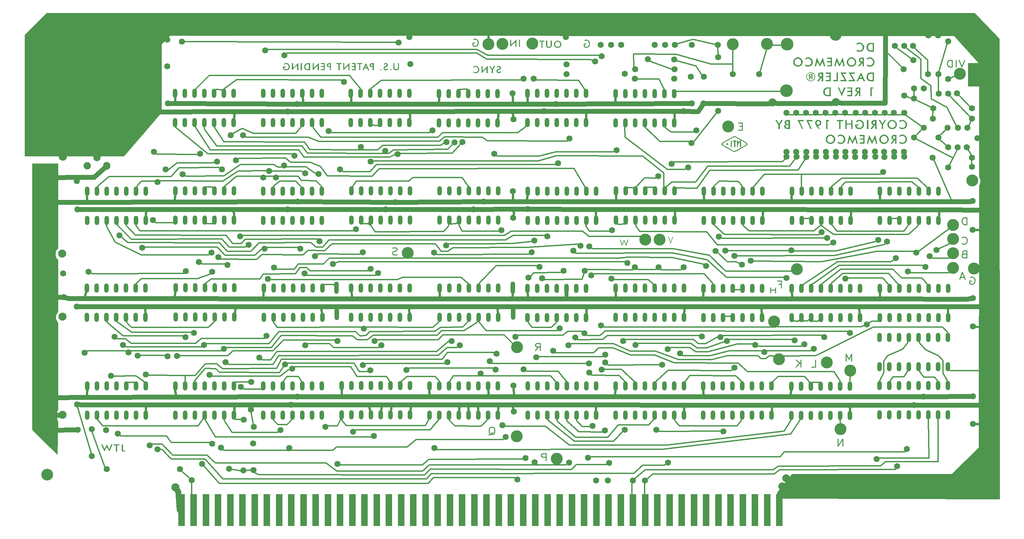
<source format=gbl>
G04 #@! TF.GenerationSoftware,KiCad,Pcbnew,8.0.6*
G04 #@! TF.CreationDate,2024-10-27T13:27:22-07:00*
G04 #@! TF.ProjectId,Dazzler1 Rev D,44617a7a-6c65-4723-9120-52657620442e,rev?*
G04 #@! TF.SameCoordinates,Original*
G04 #@! TF.FileFunction,Copper,L2,Bot*
G04 #@! TF.FilePolarity,Positive*
%FSLAX46Y46*%
G04 Gerber Fmt 4.6, Leading zero omitted, Abs format (unit mm)*
G04 Created by KiCad (PCBNEW 8.0.6) date 2024-10-27 13:27:22*
%MOMM*%
%LPD*%
G01*
G04 APERTURE LIST*
G04 #@! TA.AperFunction,NonConductor*
%ADD10C,0.100000*%
G04 #@! TD*
%ADD11C,0.254000*%
G04 #@! TA.AperFunction,NonConductor*
%ADD12C,0.254000*%
G04 #@! TD*
%ADD13C,0.175000*%
G04 #@! TA.AperFunction,NonConductor*
%ADD14C,0.175000*%
G04 #@! TD*
G04 #@! TA.AperFunction,EtchedComponent*
%ADD15C,0.000000*%
G04 #@! TD*
G04 #@! TA.AperFunction,ComponentPad*
%ADD16O,1.200000X2.400000*%
G04 #@! TD*
G04 #@! TA.AperFunction,ComponentPad*
%ADD17C,3.048000*%
G04 #@! TD*
G04 #@! TA.AperFunction,ComponentPad*
%ADD18O,1.200000X3.200000*%
G04 #@! TD*
G04 #@! TA.AperFunction,ComponentPad*
%ADD19C,1.905000*%
G04 #@! TD*
G04 #@! TA.AperFunction,ComponentPad*
%ADD20O,1.905000X2.000000*%
G04 #@! TD*
G04 #@! TA.AperFunction,ConnectorPad*
%ADD21R,1.778000X8.382000*%
G04 #@! TD*
G04 #@! TA.AperFunction,ViaPad*
%ADD22C,1.600000*%
G04 #@! TD*
G04 #@! TA.AperFunction,ViaPad*
%ADD23C,3.100000*%
G04 #@! TD*
G04 #@! TA.AperFunction,ViaPad*
%ADD24C,2.032000*%
G04 #@! TD*
G04 #@! TA.AperFunction,ViaPad*
%ADD25C,2.100000*%
G04 #@! TD*
G04 #@! TA.AperFunction,ViaPad*
%ADD26C,3.300000*%
G04 #@! TD*
G04 #@! TA.AperFunction,Conductor*
%ADD27C,0.370000*%
G04 #@! TD*
G04 #@! TA.AperFunction,Conductor*
%ADD28C,1.300000*%
G04 #@! TD*
G04 #@! TA.AperFunction,Conductor*
%ADD29C,0.609600*%
G04 #@! TD*
G04 #@! TA.AperFunction,Conductor*
%ADD30C,2.032000*%
G04 #@! TD*
G04 #@! TA.AperFunction,Conductor*
%ADD31C,1.524000*%
G04 #@! TD*
G04 #@! TA.AperFunction,Conductor*
%ADD32C,0.508000*%
G04 #@! TD*
G04 #@! TA.AperFunction,Conductor*
%ADD33C,1.016000*%
G04 #@! TD*
G04 APERTURE END LIST*
D10*
X29819600Y-87172800D02*
X29667200Y-87325200D01*
X29362400Y-87655400D01*
X29210000Y-88061800D01*
X29133800Y-88417400D01*
X29133800Y-88950800D01*
X29260800Y-89382600D01*
X29514800Y-89789000D01*
X29819600Y-90093800D01*
X29819600Y-103632000D01*
X29692600Y-103809800D01*
X29464000Y-104216200D01*
X29260800Y-104775000D01*
X29260800Y-105486200D01*
X29464000Y-106019600D01*
X29819600Y-106527600D01*
X29819600Y-129108200D01*
X29591000Y-129616200D01*
X29591000Y-131775200D01*
X29845000Y-132232400D01*
X29667200Y-140868400D01*
X23164800Y-134442200D01*
X23164800Y-65100200D01*
X29819600Y-65100200D01*
X29819600Y-87172800D01*
G04 #@! TA.AperFunction,NonConductor*
G36*
X29819600Y-87172800D02*
G01*
X29667200Y-87325200D01*
X29362400Y-87655400D01*
X29210000Y-88061800D01*
X29133800Y-88417400D01*
X29133800Y-88950800D01*
X29260800Y-89382600D01*
X29514800Y-89789000D01*
X29819600Y-90093800D01*
X29819600Y-103632000D01*
X29692600Y-103809800D01*
X29464000Y-104216200D01*
X29260800Y-104775000D01*
X29260800Y-105486200D01*
X29464000Y-106019600D01*
X29819600Y-106527600D01*
X29819600Y-129108200D01*
X29591000Y-129616200D01*
X29591000Y-131775200D01*
X29845000Y-132232400D01*
X29667200Y-140868400D01*
X23164800Y-134442200D01*
X23164800Y-65100200D01*
X29819600Y-65100200D01*
X29819600Y-87172800D01*
G37*
G04 #@! TD.AperFunction*
X274777200Y-32537400D02*
X274853400Y-152450800D01*
X218922600Y-152273000D01*
X216763600Y-152298400D01*
X216992200Y-150672800D01*
X220878400Y-145948400D01*
X262382000Y-145948400D01*
X269443200Y-139090400D01*
X269544800Y-70891400D01*
X269773400Y-70231000D01*
X269849600Y-69773800D01*
X269824200Y-69240400D01*
X269621000Y-68707000D01*
X269544800Y-68376800D01*
X269544800Y-44881800D01*
X266623800Y-44907200D01*
X266623800Y-38862000D01*
X269468600Y-38862000D01*
X262966200Y-31775400D01*
X59080400Y-31724600D01*
X56769000Y-34010600D01*
X56743600Y-51739800D01*
X46990000Y-63144400D01*
X21158200Y-63119000D01*
X21158200Y-31623000D01*
X26898600Y-25882600D01*
X268351000Y-25882600D01*
X274777200Y-32537400D01*
G04 #@! TA.AperFunction,NonConductor*
G36*
X274777200Y-32537400D02*
G01*
X274853400Y-152450800D01*
X218922600Y-152273000D01*
X216763600Y-152298400D01*
X216992200Y-150672800D01*
X220878400Y-145948400D01*
X262382000Y-145948400D01*
X269443200Y-139090400D01*
X269544800Y-70891400D01*
X269773400Y-70231000D01*
X269849600Y-69773800D01*
X269824200Y-69240400D01*
X269621000Y-68707000D01*
X269544800Y-68376800D01*
X269544800Y-44881800D01*
X266623800Y-44907200D01*
X266623800Y-38862000D01*
X269468600Y-38862000D01*
X262966200Y-31775400D01*
X59080400Y-31724600D01*
X56769000Y-34010600D01*
X56743600Y-51739800D01*
X46990000Y-63144400D01*
X21158200Y-63119000D01*
X21158200Y-31623000D01*
X26898600Y-25882600D01*
X268351000Y-25882600D01*
X274777200Y-32537400D01*
G37*
G04 #@! TD.AperFunction*
D11*
D12*
G36*
X118605987Y-38941246D02*
G01*
X118315387Y-38941246D01*
X118315387Y-40030667D01*
X118309980Y-40131054D01*
X118293760Y-40219870D01*
X118261983Y-40307207D01*
X118209351Y-40387397D01*
X118202400Y-40395126D01*
X118129799Y-40453994D01*
X118039602Y-40493596D01*
X117944654Y-40512624D01*
X117864319Y-40516905D01*
X117771719Y-40511078D01*
X117678873Y-40490147D01*
X117590975Y-40448404D01*
X117527557Y-40395126D01*
X117472727Y-40317061D01*
X117439053Y-40231614D01*
X117421220Y-40144450D01*
X117414241Y-40045716D01*
X117414131Y-40030667D01*
X117414131Y-38941246D01*
X117119574Y-38941246D01*
X117119574Y-40057484D01*
X117124103Y-40164790D01*
X117137692Y-40263315D01*
X117160339Y-40353061D01*
X117199474Y-40449166D01*
X117251653Y-40532629D01*
X117305101Y-40592523D01*
X117381273Y-40652884D01*
X117470645Y-40700756D01*
X117555204Y-40731110D01*
X117648930Y-40752791D01*
X117751821Y-40765800D01*
X117840735Y-40769963D01*
X117863879Y-40770136D01*
X117954342Y-40767375D01*
X118059093Y-40756156D01*
X118154591Y-40736308D01*
X118240838Y-40707831D01*
X118332121Y-40662266D01*
X118410081Y-40604275D01*
X118421779Y-40593402D01*
X118484381Y-40520579D01*
X118534031Y-40434989D01*
X118570728Y-40336632D01*
X118591416Y-40244915D01*
X118603109Y-40144333D01*
X118605987Y-40057484D01*
X118605987Y-38941246D01*
G37*
G36*
X116613112Y-40631651D02*
G01*
X116582057Y-40547239D01*
X116566071Y-40530974D01*
X116483886Y-40491406D01*
X116451325Y-40488769D01*
X116364270Y-40510572D01*
X116336140Y-40530974D01*
X116291350Y-40606697D01*
X116289099Y-40631651D01*
X116320154Y-40714344D01*
X116336140Y-40730129D01*
X116418572Y-40767636D01*
X116451325Y-40770136D01*
X116537976Y-40749469D01*
X116566071Y-40730129D01*
X116611458Y-40652794D01*
X116613112Y-40631651D01*
G37*
G36*
X115723286Y-40374463D02*
G01*
X115488520Y-40263674D01*
X115455671Y-40348105D01*
X115402503Y-40421014D01*
X115366301Y-40452279D01*
X115285662Y-40494122D01*
X115196800Y-40513813D01*
X115138569Y-40516905D01*
X115047853Y-40506581D01*
X114966600Y-40472094D01*
X114930181Y-40443486D01*
X114877287Y-40369735D01*
X114854694Y-40284223D01*
X114852805Y-40246968D01*
X114873740Y-40159665D01*
X114927499Y-40086616D01*
X115001677Y-40026215D01*
X115085417Y-39977055D01*
X115117466Y-39961204D01*
X115174619Y-39933946D01*
X115263180Y-39889021D01*
X115342016Y-39845469D01*
X115423784Y-39795021D01*
X115501480Y-39738665D01*
X115566938Y-39677556D01*
X115573370Y-39670164D01*
X115625766Y-39591098D01*
X115658756Y-39501728D01*
X115671855Y-39412485D01*
X115672728Y-39380883D01*
X115665554Y-39288153D01*
X115639787Y-39192017D01*
X115595281Y-39106377D01*
X115532035Y-39031234D01*
X115522812Y-39022579D01*
X115452571Y-38968961D01*
X115373411Y-38928512D01*
X115285330Y-38901232D01*
X115188330Y-38887122D01*
X115128897Y-38884972D01*
X115032781Y-38889836D01*
X114944909Y-38904426D01*
X114855905Y-38932467D01*
X114793893Y-38962788D01*
X114717652Y-39017760D01*
X114657640Y-39085955D01*
X114613857Y-39167374D01*
X114607048Y-39185244D01*
X114836978Y-39307024D01*
X114890404Y-39235340D01*
X114956559Y-39179090D01*
X115040123Y-39144951D01*
X115105157Y-39138203D01*
X115193548Y-39148434D01*
X115275523Y-39185663D01*
X115293761Y-39200192D01*
X115346188Y-39272842D01*
X115363595Y-39360317D01*
X115363663Y-39366815D01*
X115339390Y-39457070D01*
X115277057Y-39534377D01*
X115205135Y-39590555D01*
X115128718Y-39636188D01*
X115056796Y-39671923D01*
X115019867Y-39689508D01*
X114940161Y-39727436D01*
X114855339Y-39772608D01*
X114771304Y-39824841D01*
X114694944Y-39883917D01*
X114651451Y-39927792D01*
X114598592Y-40006042D01*
X114565310Y-40095712D01*
X114552095Y-40186180D01*
X114551214Y-40218392D01*
X114556917Y-40309706D01*
X114577987Y-40407018D01*
X114614583Y-40494401D01*
X114666705Y-40571855D01*
X114713440Y-40621099D01*
X114789670Y-40679171D01*
X114876798Y-40722980D01*
X114974823Y-40752525D01*
X115067517Y-40766498D01*
X115150879Y-40770136D01*
X115248053Y-40765235D01*
X115337233Y-40750529D01*
X115429365Y-40721720D01*
X115511055Y-40680105D01*
X115529846Y-40667701D01*
X115597330Y-40610960D01*
X115658011Y-40533924D01*
X115698402Y-40453710D01*
X115723286Y-40374463D01*
G37*
G36*
X114022770Y-40631651D02*
G01*
X113991715Y-40547239D01*
X113975729Y-40530974D01*
X113893544Y-40491406D01*
X113860983Y-40488769D01*
X113773928Y-40510572D01*
X113745799Y-40530974D01*
X113701008Y-40606697D01*
X113698757Y-40631651D01*
X113729812Y-40714344D01*
X113745799Y-40730129D01*
X113828230Y-40767636D01*
X113860983Y-40770136D01*
X113947634Y-40749469D01*
X113975729Y-40730129D01*
X114021116Y-40652794D01*
X114022770Y-40631651D01*
G37*
G36*
X112023300Y-40742000D02*
G01*
X111747648Y-40742000D01*
X111747648Y-39926033D01*
X111636420Y-39926033D01*
X111578387Y-39926033D01*
X111566125Y-39926013D01*
X111475381Y-39924399D01*
X111380344Y-39918749D01*
X111287348Y-39905370D01*
X111204967Y-39879816D01*
X111124682Y-39835907D01*
X111098815Y-39815684D01*
X111036208Y-39747066D01*
X110991032Y-39667526D01*
X110969875Y-39612489D01*
X110949473Y-39525503D01*
X110943482Y-39444191D01*
X111245582Y-39444191D01*
X111245902Y-39459880D01*
X111266025Y-39552781D01*
X111327355Y-39622683D01*
X111370764Y-39642212D01*
X111459928Y-39661790D01*
X111554257Y-39670404D01*
X111653565Y-39672802D01*
X111729183Y-39672802D01*
X111729183Y-39194477D01*
X111653565Y-39194477D01*
X111611081Y-39194971D01*
X111510370Y-39201126D01*
X111418943Y-39216459D01*
X111333070Y-39250750D01*
X111303338Y-39274697D01*
X111257885Y-39352691D01*
X111245582Y-39444191D01*
X110943482Y-39444191D01*
X110942672Y-39433200D01*
X110944986Y-39378644D01*
X110959721Y-39289916D01*
X110991032Y-39200632D01*
X111006931Y-39168711D01*
X111056906Y-39095562D01*
X111124682Y-39032690D01*
X111199860Y-38990815D01*
X111287348Y-38962788D01*
X111305743Y-38958938D01*
X111397716Y-38947326D01*
X111486009Y-38942592D01*
X111578387Y-38941246D01*
X112023300Y-38941246D01*
X112023300Y-40742000D01*
G37*
G36*
X110820453Y-40742000D02*
G01*
X110511388Y-40742000D01*
X110301242Y-40291811D01*
X109583754Y-40291811D01*
X109378883Y-40742000D01*
X109068499Y-40742000D01*
X109410420Y-40038580D01*
X109687948Y-40038580D01*
X110192212Y-40038580D01*
X110006685Y-39651699D01*
X110004543Y-39646614D01*
X109972833Y-39563332D01*
X109966630Y-39544935D01*
X109941179Y-39459138D01*
X109934749Y-39481009D01*
X109906887Y-39566849D01*
X109905790Y-39569834D01*
X109873475Y-39651699D01*
X109687948Y-40038580D01*
X109410420Y-40038580D01*
X109943817Y-38941246D01*
X110820453Y-40742000D01*
G37*
G36*
X108213405Y-39194477D02*
G01*
X108213405Y-40742000D01*
X108507522Y-40742000D01*
X108507522Y-39194477D01*
X108988485Y-39194477D01*
X108988485Y-38941246D01*
X107734640Y-38941246D01*
X107734640Y-39194477D01*
X108213405Y-39194477D01*
G37*
G36*
X107269944Y-40742000D02*
G01*
X107269944Y-38941246D01*
X106259658Y-38941246D01*
X106259658Y-39194477D01*
X106975826Y-39194477D01*
X106975826Y-39644665D01*
X106259658Y-39644665D01*
X106259658Y-39897896D01*
X106975826Y-39897896D01*
X106975826Y-40488769D01*
X106259658Y-40488769D01*
X106259658Y-40742000D01*
X107269944Y-40742000D01*
G37*
G36*
X105683733Y-40742000D02*
G01*
X105683733Y-38884972D01*
X104534082Y-39970876D01*
X104471772Y-40034881D01*
X104438681Y-40070674D01*
X104379548Y-40138127D01*
X104337124Y-40189815D01*
X104337124Y-38941246D01*
X104065429Y-38941246D01*
X104065429Y-40770136D01*
X105238820Y-39691706D01*
X105302047Y-39626760D01*
X105329825Y-39595866D01*
X105385246Y-39527425D01*
X105412916Y-39489913D01*
X105412916Y-40742000D01*
X105683733Y-40742000D01*
G37*
G36*
X102828729Y-39194477D02*
G01*
X102828729Y-40742000D01*
X103122847Y-40742000D01*
X103122847Y-39194477D01*
X103603810Y-39194477D01*
X103603810Y-38941246D01*
X102349965Y-38941246D01*
X102349965Y-39194477D01*
X102828729Y-39194477D01*
G37*
G36*
X100879378Y-40742000D02*
G01*
X100603726Y-40742000D01*
X100603726Y-39926033D01*
X100492498Y-39926033D01*
X100434466Y-39926033D01*
X100422203Y-39926013D01*
X100331459Y-39924399D01*
X100236422Y-39918749D01*
X100143426Y-39905370D01*
X100061045Y-39879816D01*
X99980760Y-39835907D01*
X99954893Y-39815684D01*
X99892286Y-39747066D01*
X99847110Y-39667526D01*
X99825953Y-39612489D01*
X99805551Y-39525503D01*
X99799560Y-39444191D01*
X100101660Y-39444191D01*
X100101980Y-39459880D01*
X100122103Y-39552781D01*
X100183433Y-39622683D01*
X100226842Y-39642212D01*
X100316006Y-39661790D01*
X100410335Y-39670404D01*
X100509644Y-39672802D01*
X100585261Y-39672802D01*
X100585261Y-39194477D01*
X100509644Y-39194477D01*
X100467159Y-39194971D01*
X100366448Y-39201126D01*
X100275022Y-39216459D01*
X100189148Y-39250750D01*
X100159416Y-39274697D01*
X100113963Y-39352691D01*
X100101660Y-39444191D01*
X99799560Y-39444191D01*
X99798750Y-39433200D01*
X99801064Y-39378644D01*
X99815799Y-39289916D01*
X99847110Y-39200632D01*
X99863009Y-39168711D01*
X99912984Y-39095562D01*
X99980760Y-39032690D01*
X100055938Y-38990815D01*
X100143426Y-38962788D01*
X100161821Y-38958938D01*
X100253795Y-38947326D01*
X100342087Y-38942592D01*
X100434466Y-38941246D01*
X100879378Y-38941246D01*
X100879378Y-40742000D01*
G37*
G36*
X99293168Y-40742000D02*
G01*
X99293168Y-38941246D01*
X98282882Y-38941246D01*
X98282882Y-39194477D01*
X98999050Y-39194477D01*
X98999050Y-39644665D01*
X98282882Y-39644665D01*
X98282882Y-39897896D01*
X98999050Y-39897896D01*
X98999050Y-40488769D01*
X98282882Y-40488769D01*
X98282882Y-40742000D01*
X99293168Y-40742000D01*
G37*
G36*
X97706957Y-40742000D02*
G01*
X97706957Y-38884972D01*
X96557306Y-39970876D01*
X96494996Y-40034881D01*
X96461905Y-40070674D01*
X96402772Y-40138127D01*
X96360348Y-40189815D01*
X96360348Y-38941246D01*
X96088653Y-38941246D01*
X96088653Y-40770136D01*
X97262044Y-39691706D01*
X97325271Y-39626760D01*
X97353049Y-39595866D01*
X97408470Y-39527425D01*
X97436140Y-39489913D01*
X97436140Y-40742000D01*
X97706957Y-40742000D01*
G37*
G36*
X95436671Y-40742000D02*
G01*
X95039678Y-40742000D01*
X94960544Y-40742000D01*
X94883168Y-40741395D01*
X94776995Y-40738221D01*
X94682693Y-40732327D01*
X94587677Y-40722013D01*
X94489253Y-40703311D01*
X94470422Y-40698271D01*
X94380134Y-40666938D01*
X94296285Y-40625387D01*
X94218876Y-40573618D01*
X94144962Y-40509349D01*
X94080610Y-40437001D01*
X94025820Y-40356575D01*
X93980593Y-40268071D01*
X93957288Y-40208773D01*
X93931298Y-40121321D01*
X93913050Y-40028694D01*
X93902543Y-39930891D01*
X93899699Y-39842942D01*
X93899727Y-39841623D01*
X94206566Y-39841623D01*
X94207018Y-39874052D01*
X94213800Y-39966796D01*
X94230878Y-40061850D01*
X94258004Y-40148489D01*
X94294944Y-40226482D01*
X94347280Y-40302654D01*
X94411877Y-40368748D01*
X94426208Y-40380619D01*
X94504937Y-40430123D01*
X94589050Y-40461511D01*
X94616143Y-40467899D01*
X94707083Y-40481076D01*
X94799417Y-40487065D01*
X94895038Y-40488769D01*
X95142554Y-40488769D01*
X95142554Y-39194477D01*
X95036161Y-39194477D01*
X94929769Y-39194477D01*
X94874828Y-39194910D01*
X94776240Y-39198372D01*
X94683326Y-39206405D01*
X94595645Y-39222174D01*
X94569308Y-39229579D01*
X94484702Y-39264802D01*
X94411877Y-39314498D01*
X94352646Y-39374209D01*
X94299195Y-39449611D01*
X94258004Y-39535196D01*
X94245948Y-39568739D01*
X94222841Y-39658546D01*
X94210635Y-39746642D01*
X94206566Y-39841623D01*
X93899727Y-39841623D01*
X93900963Y-39783762D01*
X93909258Y-39684199D01*
X93925295Y-39589726D01*
X93949073Y-39500344D01*
X93980593Y-39416054D01*
X94025820Y-39326835D01*
X94080610Y-39246024D01*
X94144962Y-39173622D01*
X94218876Y-39109627D01*
X94241477Y-39093023D01*
X94321779Y-39044320D01*
X94409724Y-39005834D01*
X94495408Y-38979934D01*
X94550195Y-38968788D01*
X94645722Y-38956358D01*
X94745084Y-38948651D01*
X94840211Y-38944306D01*
X94946544Y-38941850D01*
X95039678Y-38941246D01*
X95436671Y-38941246D01*
X95436671Y-40742000D01*
G37*
G36*
X93321577Y-40742000D02*
G01*
X93321577Y-38941246D01*
X93027459Y-38941246D01*
X93027459Y-40742000D01*
X93321577Y-40742000D01*
G37*
G36*
X92362728Y-40742000D02*
G01*
X92362728Y-38884972D01*
X91213077Y-39970876D01*
X91150767Y-40034881D01*
X91117676Y-40070674D01*
X91058543Y-40138127D01*
X91016120Y-40189815D01*
X91016120Y-38941246D01*
X90744424Y-38941246D01*
X90744424Y-40770136D01*
X91917815Y-39691706D01*
X91981042Y-39626760D01*
X92008820Y-39595866D01*
X92064241Y-39527425D01*
X92091912Y-39489913D01*
X92091912Y-40742000D01*
X92362728Y-40742000D01*
G37*
G36*
X89089630Y-39813486D02*
G01*
X88372581Y-39813486D01*
X88371263Y-39864484D01*
X88368161Y-39953535D01*
X88367745Y-39980988D01*
X88371166Y-40072020D01*
X88385064Y-40178469D01*
X88409652Y-40276760D01*
X88444930Y-40366895D01*
X88490899Y-40448871D01*
X88547558Y-40522691D01*
X88586685Y-40563067D01*
X88659472Y-40622721D01*
X88740996Y-40672264D01*
X88831257Y-40711696D01*
X88930254Y-40741017D01*
X89037989Y-40760228D01*
X89130467Y-40768316D01*
X89203496Y-40770136D01*
X89298527Y-40767023D01*
X89388973Y-40757682D01*
X89486723Y-40739382D01*
X89578484Y-40712949D01*
X89600488Y-40705070D01*
X89684843Y-40668388D01*
X89763813Y-40623407D01*
X89837397Y-40570129D01*
X89905596Y-40508552D01*
X89966239Y-40440656D01*
X90019352Y-40367099D01*
X90064937Y-40287882D01*
X90102993Y-40203004D01*
X90132998Y-40113758D01*
X90154431Y-40021434D01*
X90167290Y-39926033D01*
X90171577Y-39827554D01*
X90167208Y-39727757D01*
X90154101Y-39631916D01*
X90132257Y-39540032D01*
X90101674Y-39452104D01*
X90062519Y-39368683D01*
X90014956Y-39290318D01*
X89958985Y-39217008D01*
X89894605Y-39148755D01*
X89825582Y-39088195D01*
X89750844Y-39035328D01*
X89670390Y-38990155D01*
X89584221Y-38952676D01*
X89493656Y-38923056D01*
X89400013Y-38901898D01*
X89303293Y-38889204D01*
X89203496Y-38884972D01*
X89112164Y-38888612D01*
X89013039Y-38901684D01*
X88919520Y-38924264D01*
X88831606Y-38956350D01*
X88821011Y-38961030D01*
X88738882Y-39004141D01*
X88661313Y-39057420D01*
X88588306Y-39120865D01*
X88519860Y-39194477D01*
X88734842Y-39363297D01*
X88794314Y-39297841D01*
X88865088Y-39239030D01*
X88941472Y-39194037D01*
X89023632Y-39162249D01*
X89112338Y-39143656D01*
X89198660Y-39138203D01*
X89287942Y-39142851D01*
X89388138Y-39160697D01*
X89480760Y-39191929D01*
X89565809Y-39236545D01*
X89643285Y-39294546D01*
X89679183Y-39328566D01*
X89742383Y-39403806D01*
X89792506Y-39487083D01*
X89829554Y-39578397D01*
X89853527Y-39677748D01*
X89863515Y-39766680D01*
X89865150Y-39822718D01*
X89860609Y-39916457D01*
X89846989Y-40004507D01*
X89818658Y-40102657D01*
X89777251Y-40192616D01*
X89722769Y-40274384D01*
X89679183Y-40324344D01*
X89605401Y-40389785D01*
X89523861Y-40441686D01*
X89434561Y-40480048D01*
X89337503Y-40504870D01*
X89232685Y-40516153D01*
X89196022Y-40516905D01*
X89105177Y-40512902D01*
X89008763Y-40498113D01*
X88922657Y-40472426D01*
X88836873Y-40429727D01*
X88799030Y-40403039D01*
X88735749Y-40340721D01*
X88686170Y-40258263D01*
X88659474Y-40162730D01*
X88654389Y-40091776D01*
X88654389Y-40066717D01*
X89089630Y-40066717D01*
X89089630Y-39813486D01*
G37*
D11*
D12*
X265063942Y-85855077D02*
X265168704Y-85940792D01*
X265168704Y-85940792D02*
X265482990Y-86026506D01*
X265482990Y-86026506D02*
X265692514Y-86026506D01*
X265692514Y-86026506D02*
X266006799Y-85940792D01*
X266006799Y-85940792D02*
X266216323Y-85769363D01*
X266216323Y-85769363D02*
X266321085Y-85597934D01*
X266321085Y-85597934D02*
X266425847Y-85255077D01*
X266425847Y-85255077D02*
X266425847Y-84997934D01*
X266425847Y-84997934D02*
X266321085Y-84655077D01*
X266321085Y-84655077D02*
X266216323Y-84483649D01*
X266216323Y-84483649D02*
X266006799Y-84312220D01*
X266006799Y-84312220D02*
X265692514Y-84226506D01*
X265692514Y-84226506D02*
X265482990Y-84226506D01*
X265482990Y-84226506D02*
X265168704Y-84312220D01*
X265168704Y-84312220D02*
X265063942Y-84397934D01*
D11*
D12*
G36*
X159970534Y-33047341D02*
G01*
X160064919Y-33060448D01*
X160156721Y-33082292D01*
X160245939Y-33112875D01*
X160331339Y-33151837D01*
X160412122Y-33198824D01*
X160488289Y-33253833D01*
X160559840Y-33316866D01*
X160624907Y-33386576D01*
X160681620Y-33460737D01*
X160729980Y-33539350D01*
X160769987Y-33622414D01*
X160801339Y-33709077D01*
X160823733Y-33798489D01*
X160837169Y-33890648D01*
X160841648Y-33985554D01*
X160837169Y-34080983D01*
X160823733Y-34173389D01*
X160801339Y-34262773D01*
X160769987Y-34349134D01*
X160729980Y-34431539D01*
X160681620Y-34509492D01*
X160624907Y-34582994D01*
X160559840Y-34652044D01*
X160489141Y-34714445D01*
X160413331Y-34769317D01*
X160332411Y-34816661D01*
X160246379Y-34856475D01*
X160156473Y-34887827D01*
X160064369Y-34910221D01*
X159970067Y-34923657D01*
X159873567Y-34928136D01*
X159778166Y-34923685D01*
X159684963Y-34910331D01*
X159593958Y-34888074D01*
X159505151Y-34856915D01*
X159419669Y-34817403D01*
X159338638Y-34770087D01*
X159262059Y-34714967D01*
X159189931Y-34652044D01*
X159124837Y-34582911D01*
X159068042Y-34509162D01*
X159019544Y-34430797D01*
X158979345Y-34347815D01*
X158947609Y-34261042D01*
X158924940Y-34171741D01*
X158911339Y-34079911D01*
X158906868Y-33986873D01*
X159213232Y-33986873D01*
X159218126Y-34072139D01*
X159234816Y-34162956D01*
X159263351Y-34250655D01*
X159298968Y-34326072D01*
X159348065Y-34402981D01*
X159407551Y-34473551D01*
X159469307Y-34530318D01*
X159542791Y-34582348D01*
X159622094Y-34623468D01*
X159697846Y-34650593D01*
X159784148Y-34668827D01*
X159873567Y-34674905D01*
X159956462Y-34669882D01*
X160044276Y-34652753D01*
X160128556Y-34623468D01*
X160200805Y-34586537D01*
X160274525Y-34535499D01*
X160342220Y-34473551D01*
X160396685Y-34409701D01*
X160446580Y-34333515D01*
X160485981Y-34251095D01*
X160511947Y-34171643D01*
X160529402Y-34080972D01*
X160535221Y-33986873D01*
X160530412Y-33900174D01*
X160514015Y-33808275D01*
X160485981Y-33720013D01*
X160450596Y-33644262D01*
X160401655Y-33567481D01*
X160342220Y-33497557D01*
X160280843Y-33440834D01*
X160207377Y-33388950D01*
X160127677Y-33348080D01*
X160051101Y-33320723D01*
X159963893Y-33302333D01*
X159873567Y-33296203D01*
X159791324Y-33301312D01*
X159703832Y-33318734D01*
X159619457Y-33348520D01*
X159547002Y-33385365D01*
X159473848Y-33436110D01*
X159407551Y-33497557D01*
X159353043Y-33561536D01*
X159303002Y-33638162D01*
X159263351Y-33721332D01*
X159236921Y-33801291D01*
X159219154Y-33892420D01*
X159213232Y-33986873D01*
X158906868Y-33986873D01*
X158906805Y-33985554D01*
X158911339Y-33891582D01*
X158924940Y-33800027D01*
X158947609Y-33710891D01*
X158979345Y-33624173D01*
X159019544Y-33540669D01*
X159068042Y-33461617D01*
X159124837Y-33387016D01*
X159189931Y-33316866D01*
X159261455Y-33253833D01*
X159337539Y-33198824D01*
X159418185Y-33151837D01*
X159503392Y-33112875D01*
X159592144Y-33082292D01*
X159683424Y-33060448D01*
X159777231Y-33047341D01*
X159873567Y-33042972D01*
X159970534Y-33047341D01*
G37*
G36*
X158341431Y-33099246D02*
G01*
X158050831Y-33099246D01*
X158050831Y-34188667D01*
X158045425Y-34289054D01*
X158029205Y-34377870D01*
X157997427Y-34465207D01*
X157944796Y-34545397D01*
X157937845Y-34553126D01*
X157865244Y-34611994D01*
X157775047Y-34651596D01*
X157680099Y-34670624D01*
X157599764Y-34674905D01*
X157507163Y-34669078D01*
X157414317Y-34648147D01*
X157326419Y-34606404D01*
X157263002Y-34553126D01*
X157208171Y-34475061D01*
X157174498Y-34389614D01*
X157156664Y-34302450D01*
X157149686Y-34203716D01*
X157149575Y-34188667D01*
X157149575Y-33099246D01*
X156855018Y-33099246D01*
X156855018Y-34215484D01*
X156859548Y-34322790D01*
X156873136Y-34421315D01*
X156895784Y-34511061D01*
X156934918Y-34607166D01*
X156987098Y-34690629D01*
X157040545Y-34750523D01*
X157116717Y-34810884D01*
X157206089Y-34858756D01*
X157290649Y-34889110D01*
X157384374Y-34910791D01*
X157487266Y-34923800D01*
X157576179Y-34927963D01*
X157599324Y-34928136D01*
X157689786Y-34925375D01*
X157794537Y-34914156D01*
X157890036Y-34894308D01*
X157976282Y-34865831D01*
X158067565Y-34820266D01*
X158145525Y-34762275D01*
X158157224Y-34751402D01*
X158219825Y-34678579D01*
X158269475Y-34592989D01*
X158306173Y-34494632D01*
X158326860Y-34402915D01*
X158338553Y-34302333D01*
X158341431Y-34215484D01*
X158341431Y-33099246D01*
G37*
G36*
X155628431Y-33352477D02*
G01*
X155628431Y-34900000D01*
X155922548Y-34900000D01*
X155922548Y-33352477D01*
X156403511Y-33352477D01*
X156403511Y-33099246D01*
X155149666Y-33099246D01*
X155149666Y-33352477D01*
X155628431Y-33352477D01*
G37*
D11*
D12*
X141918418Y-135727934D02*
X142127942Y-135642220D01*
X142127942Y-135642220D02*
X142337466Y-135470792D01*
X142337466Y-135470792D02*
X142651752Y-135213649D01*
X142651752Y-135213649D02*
X142861275Y-135127934D01*
X142861275Y-135127934D02*
X143070799Y-135127934D01*
X142966037Y-135556506D02*
X143175561Y-135470792D01*
X143175561Y-135470792D02*
X143385085Y-135299363D01*
X143385085Y-135299363D02*
X143489847Y-134956506D01*
X143489847Y-134956506D02*
X143489847Y-134356506D01*
X143489847Y-134356506D02*
X143385085Y-134013649D01*
X143385085Y-134013649D02*
X143175561Y-133842220D01*
X143175561Y-133842220D02*
X142966037Y-133756506D01*
X142966037Y-133756506D02*
X142546990Y-133756506D01*
X142546990Y-133756506D02*
X142337466Y-133842220D01*
X142337466Y-133842220D02*
X142127942Y-134013649D01*
X142127942Y-134013649D02*
X142023180Y-134356506D01*
X142023180Y-134356506D02*
X142023180Y-134956506D01*
X142023180Y-134956506D02*
X142127942Y-135299363D01*
X142127942Y-135299363D02*
X142337466Y-135470792D01*
X142337466Y-135470792D02*
X142546990Y-135556506D01*
X142546990Y-135556506D02*
X142966037Y-135556506D01*
D13*
D14*
G36*
X178247297Y-84870319D02*
G01*
X178060452Y-84870319D01*
X177690717Y-86045811D01*
X177168868Y-84870319D01*
X177131938Y-84870319D01*
X176616244Y-86045811D01*
X176239035Y-84870319D01*
X176053948Y-84870319D01*
X176575357Y-86496000D01*
X176610089Y-86496000D01*
X177149084Y-85270487D01*
X177699510Y-86496000D01*
X177734241Y-86496000D01*
X178247297Y-84870319D01*
G37*
D11*
D12*
X166870704Y-33004220D02*
X167080228Y-32918506D01*
X167080228Y-32918506D02*
X167394514Y-32918506D01*
X167394514Y-32918506D02*
X167708799Y-33004220D01*
X167708799Y-33004220D02*
X167918323Y-33175649D01*
X167918323Y-33175649D02*
X168023085Y-33347077D01*
X168023085Y-33347077D02*
X168127847Y-33689934D01*
X168127847Y-33689934D02*
X168127847Y-33947077D01*
X168127847Y-33947077D02*
X168023085Y-34289934D01*
X168023085Y-34289934D02*
X167918323Y-34461363D01*
X167918323Y-34461363D02*
X167708799Y-34632792D01*
X167708799Y-34632792D02*
X167394514Y-34718506D01*
X167394514Y-34718506D02*
X167184990Y-34718506D01*
X167184990Y-34718506D02*
X166870704Y-34632792D01*
X166870704Y-34632792D02*
X166765942Y-34547077D01*
X166765942Y-34547077D02*
X166765942Y-33947077D01*
X166765942Y-33947077D02*
X167184990Y-33947077D01*
D11*
D12*
X265587752Y-88639649D02*
X265273466Y-88725363D01*
X265273466Y-88725363D02*
X265168704Y-88811077D01*
X265168704Y-88811077D02*
X265063942Y-88982506D01*
X265063942Y-88982506D02*
X265063942Y-89239649D01*
X265063942Y-89239649D02*
X265168704Y-89411077D01*
X265168704Y-89411077D02*
X265273466Y-89496792D01*
X265273466Y-89496792D02*
X265482990Y-89582506D01*
X265482990Y-89582506D02*
X266321085Y-89582506D01*
X266321085Y-89582506D02*
X266321085Y-87782506D01*
X266321085Y-87782506D02*
X265587752Y-87782506D01*
X265587752Y-87782506D02*
X265378228Y-87868220D01*
X265378228Y-87868220D02*
X265273466Y-87953934D01*
X265273466Y-87953934D02*
X265168704Y-88125363D01*
X265168704Y-88125363D02*
X265168704Y-88296792D01*
X265168704Y-88296792D02*
X265273466Y-88468220D01*
X265273466Y-88468220D02*
X265378228Y-88553934D01*
X265378228Y-88553934D02*
X265587752Y-88639649D01*
X265587752Y-88639649D02*
X266321085Y-88639649D01*
D11*
D12*
X223141085Y-118030506D02*
X223141085Y-116230506D01*
X221883942Y-118030506D02*
X222826799Y-117001934D01*
X221883942Y-116230506D02*
X223141085Y-117259077D01*
D11*
D12*
G36*
X150089677Y-34646000D02*
G01*
X150089677Y-32845246D01*
X149795560Y-32845246D01*
X149795560Y-34646000D01*
X150089677Y-34646000D01*
G37*
G36*
X149130829Y-34646000D02*
G01*
X149130829Y-32788972D01*
X147981177Y-33874876D01*
X147918868Y-33938881D01*
X147885776Y-33974674D01*
X147826644Y-34042127D01*
X147784220Y-34093815D01*
X147784220Y-32845246D01*
X147512524Y-32845246D01*
X147512524Y-34674136D01*
X148685916Y-33595706D01*
X148749143Y-33530760D01*
X148776921Y-33499866D01*
X148832342Y-33431425D01*
X148860012Y-33393913D01*
X148860012Y-34646000D01*
X149130829Y-34646000D01*
G37*
D11*
D12*
X118089847Y-88734792D02*
X117775561Y-88820506D01*
X117775561Y-88820506D02*
X117251752Y-88820506D01*
X117251752Y-88820506D02*
X117042228Y-88734792D01*
X117042228Y-88734792D02*
X116937466Y-88649077D01*
X116937466Y-88649077D02*
X116832704Y-88477649D01*
X116832704Y-88477649D02*
X116832704Y-88306220D01*
X116832704Y-88306220D02*
X116937466Y-88134792D01*
X116937466Y-88134792D02*
X117042228Y-88049077D01*
X117042228Y-88049077D02*
X117251752Y-87963363D01*
X117251752Y-87963363D02*
X117670799Y-87877649D01*
X117670799Y-87877649D02*
X117880323Y-87791934D01*
X117880323Y-87791934D02*
X117985085Y-87706220D01*
X117985085Y-87706220D02*
X118089847Y-87534792D01*
X118089847Y-87534792D02*
X118089847Y-87363363D01*
X118089847Y-87363363D02*
X117985085Y-87191934D01*
X117985085Y-87191934D02*
X117880323Y-87106220D01*
X117880323Y-87106220D02*
X117670799Y-87020506D01*
X117670799Y-87020506D02*
X117146990Y-87020506D01*
X117146990Y-87020506D02*
X116832704Y-87106220D01*
D11*
D12*
X216537085Y-98775458D02*
X216537085Y-97375458D01*
X216537085Y-98042125D02*
X215279942Y-98042125D01*
X215279942Y-98775458D02*
X215279942Y-97375458D01*
D11*
D12*
X154065942Y-113712506D02*
X154799275Y-112855363D01*
X155323085Y-113712506D02*
X155323085Y-111912506D01*
X155323085Y-111912506D02*
X154484990Y-111912506D01*
X154484990Y-111912506D02*
X154275466Y-111998220D01*
X154275466Y-111998220D02*
X154170704Y-112083934D01*
X154170704Y-112083934D02*
X154065942Y-112255363D01*
X154065942Y-112255363D02*
X154065942Y-112512506D01*
X154065942Y-112512506D02*
X154170704Y-112683934D01*
X154170704Y-112683934D02*
X154275466Y-112769649D01*
X154275466Y-112769649D02*
X154484990Y-112855363D01*
X154484990Y-112855363D02*
X155323085Y-112855363D01*
D11*
D12*
X267200704Y-94726220D02*
X267410228Y-94640506D01*
X267410228Y-94640506D02*
X267724514Y-94640506D01*
X267724514Y-94640506D02*
X268038799Y-94726220D01*
X268038799Y-94726220D02*
X268248323Y-94897649D01*
X268248323Y-94897649D02*
X268353085Y-95069077D01*
X268353085Y-95069077D02*
X268457847Y-95411934D01*
X268457847Y-95411934D02*
X268457847Y-95669077D01*
X268457847Y-95669077D02*
X268353085Y-96011934D01*
X268353085Y-96011934D02*
X268248323Y-96183363D01*
X268248323Y-96183363D02*
X268038799Y-96354792D01*
X268038799Y-96354792D02*
X267724514Y-96440506D01*
X267724514Y-96440506D02*
X267514990Y-96440506D01*
X267514990Y-96440506D02*
X267200704Y-96354792D01*
X267200704Y-96354792D02*
X267095942Y-96269077D01*
X267095942Y-96269077D02*
X267095942Y-95669077D01*
X267095942Y-95669077D02*
X267514990Y-95669077D01*
D11*
D12*
X207901085Y-55365649D02*
X207167752Y-55365649D01*
X206853466Y-56308506D02*
X207901085Y-56308506D01*
X207901085Y-56308506D02*
X207901085Y-54508506D01*
X207901085Y-54508506D02*
X206853466Y-54508506D01*
D11*
D12*
X137914704Y-32750220D02*
X138124228Y-32664506D01*
X138124228Y-32664506D02*
X138438514Y-32664506D01*
X138438514Y-32664506D02*
X138752799Y-32750220D01*
X138752799Y-32750220D02*
X138962323Y-32921649D01*
X138962323Y-32921649D02*
X139067085Y-33093077D01*
X139067085Y-33093077D02*
X139171847Y-33435934D01*
X139171847Y-33435934D02*
X139171847Y-33693077D01*
X139171847Y-33693077D02*
X139067085Y-34035934D01*
X139067085Y-34035934D02*
X138962323Y-34207363D01*
X138962323Y-34207363D02*
X138752799Y-34378792D01*
X138752799Y-34378792D02*
X138438514Y-34464506D01*
X138438514Y-34464506D02*
X138228990Y-34464506D01*
X138228990Y-34464506D02*
X137914704Y-34378792D01*
X137914704Y-34378792D02*
X137809942Y-34293077D01*
X137809942Y-34293077D02*
X137809942Y-33693077D01*
X137809942Y-33693077D02*
X138228990Y-33693077D01*
D11*
D12*
X225903466Y-118030506D02*
X226951085Y-118030506D01*
X226951085Y-118030506D02*
X226951085Y-116230506D01*
D11*
D12*
X266321085Y-80946506D02*
X266321085Y-79146506D01*
X266321085Y-79146506D02*
X265797275Y-79146506D01*
X265797275Y-79146506D02*
X265482990Y-79232220D01*
X265482990Y-79232220D02*
X265273466Y-79403649D01*
X265273466Y-79403649D02*
X265168704Y-79575077D01*
X265168704Y-79575077D02*
X265063942Y-79917934D01*
X265063942Y-79917934D02*
X265063942Y-80175077D01*
X265063942Y-80175077D02*
X265168704Y-80517934D01*
X265168704Y-80517934D02*
X265273466Y-80689363D01*
X265273466Y-80689363D02*
X265482990Y-80860792D01*
X265482990Y-80860792D02*
X265797275Y-80946506D01*
X265797275Y-80946506D02*
X266321085Y-80946506D01*
D11*
D12*
X217327752Y-96513649D02*
X218061085Y-96513649D01*
X218061085Y-97456506D02*
X218061085Y-95656506D01*
X218061085Y-95656506D02*
X217013466Y-95656506D01*
D11*
D12*
G36*
X145118267Y-41136463D02*
G01*
X144883501Y-41025674D01*
X144850652Y-41110105D01*
X144797484Y-41183014D01*
X144761282Y-41214279D01*
X144680643Y-41256122D01*
X144591781Y-41275813D01*
X144533550Y-41278905D01*
X144442834Y-41268581D01*
X144361581Y-41234094D01*
X144325162Y-41205486D01*
X144272268Y-41131735D01*
X144249675Y-41046223D01*
X144247786Y-41008968D01*
X144268721Y-40921665D01*
X144322480Y-40848616D01*
X144396658Y-40788215D01*
X144480399Y-40739055D01*
X144512448Y-40723204D01*
X144569600Y-40695946D01*
X144658161Y-40651021D01*
X144736997Y-40607469D01*
X144818765Y-40557021D01*
X144896462Y-40500665D01*
X144961919Y-40439556D01*
X144968351Y-40432164D01*
X145020747Y-40353098D01*
X145053737Y-40263728D01*
X145066836Y-40174485D01*
X145067709Y-40142883D01*
X145060535Y-40050153D01*
X145034769Y-39954017D01*
X144990262Y-39868377D01*
X144927016Y-39793234D01*
X144917793Y-39784579D01*
X144847552Y-39730961D01*
X144768392Y-39690512D01*
X144680312Y-39663232D01*
X144583312Y-39649122D01*
X144523878Y-39646972D01*
X144427762Y-39651836D01*
X144339890Y-39666426D01*
X144250887Y-39694467D01*
X144188875Y-39724788D01*
X144112634Y-39779760D01*
X144052621Y-39847955D01*
X144008838Y-39929374D01*
X144002029Y-39947244D01*
X144231959Y-40069024D01*
X144285385Y-39997340D01*
X144351540Y-39941090D01*
X144435104Y-39906951D01*
X144500138Y-39900203D01*
X144588529Y-39910434D01*
X144670504Y-39947663D01*
X144688742Y-39962192D01*
X144741169Y-40034842D01*
X144758576Y-40122317D01*
X144758644Y-40128815D01*
X144734371Y-40219070D01*
X144672038Y-40296377D01*
X144600116Y-40352555D01*
X144523699Y-40398188D01*
X144451778Y-40433923D01*
X144414848Y-40451508D01*
X144335142Y-40489436D01*
X144250320Y-40534608D01*
X144166285Y-40586841D01*
X144089925Y-40645917D01*
X144046432Y-40689792D01*
X143993573Y-40768042D01*
X143960291Y-40857712D01*
X143947076Y-40948180D01*
X143946195Y-40980392D01*
X143951898Y-41071706D01*
X143972969Y-41169018D01*
X144009564Y-41256401D01*
X144061686Y-41333855D01*
X144108421Y-41383099D01*
X144184651Y-41441171D01*
X144271779Y-41484980D01*
X144369804Y-41514525D01*
X144462498Y-41528498D01*
X144545860Y-41532136D01*
X144643034Y-41527235D01*
X144732215Y-41512529D01*
X144824346Y-41483720D01*
X144906036Y-41442105D01*
X144924827Y-41429701D01*
X144992311Y-41372960D01*
X145052992Y-41295924D01*
X145093383Y-41215710D01*
X145118267Y-41136463D01*
G37*
G36*
X142996579Y-41504000D02*
G01*
X142996579Y-40679680D01*
X143606355Y-39703246D01*
X143297290Y-39703246D01*
X142917444Y-40314781D01*
X142883592Y-40376330D01*
X142843584Y-40455774D01*
X142842266Y-40458542D01*
X142805776Y-40377649D01*
X142765330Y-40307307D01*
X142375811Y-39703246D01*
X142081694Y-39703246D01*
X142705099Y-40679680D01*
X142705099Y-41504000D01*
X142996579Y-41504000D01*
G37*
G36*
X141646893Y-41504000D02*
G01*
X141646893Y-39646972D01*
X140497242Y-40732876D01*
X140434932Y-40796881D01*
X140401840Y-40832674D01*
X140342708Y-40900127D01*
X140300284Y-40951815D01*
X140300284Y-39703246D01*
X140028588Y-39703246D01*
X140028588Y-41532136D01*
X141201980Y-40453706D01*
X141265207Y-40388760D01*
X141292985Y-40357866D01*
X141348406Y-40289425D01*
X141376076Y-40251913D01*
X141376076Y-41504000D01*
X141646893Y-41504000D01*
G37*
G36*
X137924046Y-40116065D02*
G01*
X137995425Y-40059720D01*
X138077428Y-40007067D01*
X138162264Y-39964889D01*
X138188267Y-39954279D01*
X138276513Y-39925762D01*
X138367591Y-39907808D01*
X138461504Y-39900415D01*
X138480626Y-39900203D01*
X138570541Y-39904926D01*
X138671356Y-39923061D01*
X138764442Y-39954797D01*
X138849800Y-40000135D01*
X138927431Y-40059074D01*
X138963348Y-40093644D01*
X139026547Y-40170187D01*
X139076671Y-40254736D01*
X139113719Y-40347292D01*
X139137691Y-40447854D01*
X139147680Y-40537771D01*
X139149314Y-40594390D01*
X139144892Y-40684857D01*
X139127911Y-40786702D01*
X139098194Y-40881220D01*
X139055742Y-40968413D01*
X139000554Y-41048279D01*
X138968184Y-41085465D01*
X138896937Y-41151204D01*
X138819044Y-41203343D01*
X138734505Y-41241880D01*
X138643319Y-41266815D01*
X138545488Y-41278150D01*
X138511401Y-41278905D01*
X138422142Y-41274350D01*
X138325903Y-41258602D01*
X138232755Y-41231605D01*
X138205413Y-41221313D01*
X138124497Y-41184045D01*
X138045459Y-41137526D01*
X137968299Y-41081757D01*
X137926244Y-41046777D01*
X137926244Y-41363316D01*
X138002493Y-41412182D01*
X138082864Y-41452720D01*
X138167357Y-41484929D01*
X138184750Y-41490371D01*
X138274404Y-41512396D01*
X138368608Y-41526263D01*
X138457283Y-41531769D01*
X138487660Y-41532136D01*
X138576952Y-41528918D01*
X138675341Y-41517356D01*
X138769829Y-41497387D01*
X138860415Y-41469010D01*
X138871464Y-41464872D01*
X138956946Y-41427063D01*
X139037097Y-41381341D01*
X139111918Y-41327705D01*
X139181408Y-41266156D01*
X139243754Y-41198891D01*
X139298461Y-41125912D01*
X139345530Y-41047217D01*
X139384960Y-40962806D01*
X139415927Y-40874109D01*
X139438046Y-40782555D01*
X139451317Y-40688143D01*
X139455741Y-40590873D01*
X139451317Y-40493686D01*
X139438046Y-40399521D01*
X139415927Y-40308379D01*
X139384960Y-40220259D01*
X139345365Y-40136096D01*
X139297802Y-40057264D01*
X139242270Y-39983762D01*
X139178770Y-39915591D01*
X139109005Y-39853272D01*
X139034239Y-39799087D01*
X138954473Y-39753035D01*
X138869705Y-39715116D01*
X138780678Y-39685303D01*
X138688135Y-39664008D01*
X138592074Y-39651231D01*
X138492496Y-39646972D01*
X138403910Y-39650867D01*
X138308255Y-39664331D01*
X138215519Y-39687412D01*
X138188267Y-39696212D01*
X138098726Y-39731606D01*
X138019607Y-39771830D01*
X137941878Y-39819983D01*
X137907779Y-39843930D01*
X137924046Y-40116065D01*
G37*
D11*
D12*
G36*
X242204434Y-35923000D02*
G01*
X241697166Y-35923000D01*
X241596049Y-35923000D01*
X241497180Y-35922227D01*
X241361515Y-35918172D01*
X241241018Y-35910641D01*
X241119608Y-35897461D01*
X240993844Y-35873565D01*
X240969783Y-35867124D01*
X240854414Y-35827088D01*
X240747274Y-35773995D01*
X240648362Y-35707846D01*
X240553917Y-35625724D01*
X240471689Y-35533280D01*
X240401680Y-35430513D01*
X240343889Y-35317424D01*
X240314112Y-35241655D01*
X240280902Y-35129911D01*
X240257585Y-35011553D01*
X240244160Y-34886584D01*
X240240526Y-34774203D01*
X240240562Y-34772518D01*
X240632633Y-34772518D01*
X240633211Y-34813955D01*
X240641876Y-34932461D01*
X240663699Y-35053920D01*
X240698359Y-35164625D01*
X240745560Y-35264283D01*
X240812434Y-35361613D01*
X240894974Y-35446066D01*
X240913287Y-35461236D01*
X241013885Y-35524491D01*
X241121363Y-35564598D01*
X241155981Y-35572761D01*
X241272182Y-35589597D01*
X241390165Y-35597250D01*
X241512347Y-35599427D01*
X241828617Y-35599427D01*
X241828617Y-33945609D01*
X241692672Y-33945609D01*
X241556726Y-33945609D01*
X241486524Y-33946162D01*
X241360549Y-33950586D01*
X241241826Y-33960851D01*
X241129789Y-33981000D01*
X241096137Y-33990462D01*
X240988029Y-34035469D01*
X240894974Y-34098969D01*
X240819291Y-34175268D01*
X240750992Y-34271615D01*
X240698359Y-34380972D01*
X240682954Y-34423833D01*
X240653429Y-34538587D01*
X240637832Y-34651153D01*
X240632633Y-34772518D01*
X240240562Y-34772518D01*
X240242141Y-34698585D01*
X240252740Y-34571365D01*
X240273231Y-34450650D01*
X240303614Y-34336440D01*
X240343889Y-34228736D01*
X240401680Y-34114734D01*
X240471689Y-34011476D01*
X240553917Y-33918961D01*
X240648362Y-33837190D01*
X240677241Y-33815974D01*
X240779850Y-33753742D01*
X240892223Y-33704566D01*
X241001709Y-33671471D01*
X241071714Y-33657230D01*
X241193777Y-33641347D01*
X241320739Y-33631499D01*
X241442291Y-33625947D01*
X241578161Y-33622809D01*
X241697166Y-33622036D01*
X242204434Y-33622036D01*
X242204434Y-35923000D01*
G37*
G36*
X237651942Y-34149528D02*
G01*
X237743150Y-34077532D01*
X237847931Y-34010252D01*
X237956333Y-33956359D01*
X237989559Y-33942801D01*
X238102317Y-33906363D01*
X238218695Y-33883421D01*
X238338694Y-33873974D01*
X238363129Y-33873704D01*
X238478020Y-33879739D01*
X238606839Y-33902911D01*
X238725782Y-33943463D01*
X238834851Y-34001395D01*
X238934045Y-34076705D01*
X238979939Y-34120878D01*
X239060694Y-34218683D01*
X239124742Y-34326719D01*
X239172081Y-34444984D01*
X239202712Y-34573480D01*
X239215475Y-34688374D01*
X239217563Y-34760721D01*
X239211913Y-34876318D01*
X239190215Y-35006453D01*
X239152244Y-35127226D01*
X239097999Y-35238639D01*
X239027480Y-35340690D01*
X238986119Y-35388205D01*
X238895081Y-35472206D01*
X238795551Y-35538827D01*
X238687529Y-35588069D01*
X238571014Y-35619931D01*
X238446008Y-35634414D01*
X238402452Y-35635379D01*
X238288399Y-35629558D01*
X238165427Y-35609436D01*
X238046404Y-35574940D01*
X238011468Y-35561789D01*
X237908075Y-35514168D01*
X237807082Y-35454728D01*
X237708488Y-35383467D01*
X237654751Y-35338771D01*
X237654751Y-35743237D01*
X237752181Y-35805678D01*
X237854878Y-35857476D01*
X237962841Y-35898631D01*
X237985065Y-35905585D01*
X238099622Y-35933728D01*
X238219994Y-35951447D01*
X238333301Y-35958483D01*
X238372117Y-35958952D01*
X238486211Y-35954839D01*
X238611931Y-35940067D01*
X238732665Y-35914551D01*
X238848414Y-35878291D01*
X238862532Y-35873003D01*
X238971759Y-35824692D01*
X239074174Y-35766269D01*
X239169779Y-35697734D01*
X239258572Y-35619088D01*
X239338236Y-35533139D01*
X239408140Y-35439887D01*
X239468283Y-35339332D01*
X239518666Y-35231475D01*
X239558235Y-35118140D01*
X239586498Y-35001154D01*
X239603456Y-34880516D01*
X239609109Y-34756227D01*
X239603456Y-34632043D01*
X239586498Y-34511722D01*
X239558235Y-34395262D01*
X239518666Y-34282665D01*
X239468073Y-34175123D01*
X239407297Y-34074393D01*
X239336340Y-33980474D01*
X239255201Y-33893366D01*
X239166057Y-33813737D01*
X239070523Y-33744500D01*
X238968599Y-33685656D01*
X238860285Y-33637204D01*
X238746529Y-33599110D01*
X238628279Y-33571900D01*
X238505534Y-33555573D01*
X238378296Y-33550131D01*
X238265103Y-33555108D01*
X238142876Y-33572312D01*
X238024381Y-33601804D01*
X237989559Y-33613048D01*
X237875145Y-33658274D01*
X237774048Y-33709672D01*
X237674729Y-33771201D01*
X237631157Y-33801799D01*
X237651942Y-34149528D01*
G37*
G36*
X240348383Y-38013528D02*
G01*
X240439591Y-37941532D01*
X240544372Y-37874252D01*
X240652774Y-37820359D01*
X240686000Y-37806801D01*
X240798758Y-37770363D01*
X240915136Y-37747421D01*
X241035135Y-37737974D01*
X241059570Y-37737704D01*
X241174461Y-37743739D01*
X241303280Y-37766911D01*
X241422223Y-37807463D01*
X241531292Y-37865395D01*
X241630486Y-37940705D01*
X241676381Y-37984878D01*
X241757136Y-38082683D01*
X241821183Y-38190719D01*
X241868522Y-38308984D01*
X241899153Y-38437480D01*
X241911916Y-38552374D01*
X241914004Y-38624721D01*
X241908354Y-38740318D01*
X241886656Y-38870453D01*
X241848685Y-38991226D01*
X241794440Y-39102639D01*
X241723922Y-39204690D01*
X241682560Y-39252205D01*
X241591522Y-39336206D01*
X241491992Y-39402827D01*
X241383970Y-39452069D01*
X241267455Y-39483931D01*
X241142449Y-39498414D01*
X241098893Y-39499379D01*
X240984840Y-39493558D01*
X240861868Y-39473436D01*
X240742845Y-39438940D01*
X240707909Y-39425789D01*
X240604516Y-39378168D01*
X240503523Y-39318728D01*
X240404929Y-39247467D01*
X240351192Y-39202771D01*
X240351192Y-39607237D01*
X240448622Y-39669678D01*
X240551319Y-39721476D01*
X240659282Y-39762631D01*
X240681506Y-39769585D01*
X240796063Y-39797728D01*
X240916435Y-39815447D01*
X241029742Y-39822483D01*
X241068558Y-39822952D01*
X241182652Y-39818839D01*
X241308372Y-39804067D01*
X241429106Y-39778551D01*
X241544855Y-39742291D01*
X241558973Y-39737003D01*
X241668200Y-39688692D01*
X241770616Y-39630269D01*
X241866220Y-39561734D01*
X241955013Y-39483088D01*
X242034677Y-39397139D01*
X242104581Y-39303887D01*
X242164724Y-39203332D01*
X242215107Y-39095475D01*
X242254676Y-38982140D01*
X242282939Y-38865154D01*
X242299897Y-38744516D01*
X242305550Y-38620227D01*
X242299897Y-38496043D01*
X242282939Y-38375722D01*
X242254676Y-38259262D01*
X242215107Y-38146665D01*
X242164514Y-38039123D01*
X242103738Y-37938393D01*
X242032781Y-37844474D01*
X241951642Y-37757366D01*
X241862498Y-37677737D01*
X241766964Y-37608500D01*
X241665040Y-37549656D01*
X241556726Y-37501204D01*
X241442970Y-37463110D01*
X241324720Y-37435900D01*
X241201975Y-37419573D01*
X241074737Y-37414131D01*
X240961544Y-37419108D01*
X240839317Y-37436312D01*
X240720822Y-37465804D01*
X240686000Y-37477048D01*
X240571586Y-37522274D01*
X240470489Y-37573672D01*
X240371170Y-37635201D01*
X240327598Y-37665799D01*
X240348383Y-38013528D01*
G37*
G36*
X239579898Y-39787000D02*
G01*
X239227675Y-39787000D01*
X239227675Y-38780328D01*
X239184981Y-38780328D01*
X238415372Y-39787000D01*
X237990683Y-39787000D01*
X238786695Y-38763475D01*
X238692819Y-38747004D01*
X238581661Y-38711157D01*
X238475746Y-38651860D01*
X238390093Y-38572478D01*
X238331354Y-38485054D01*
X238285333Y-38368404D01*
X238262257Y-38248451D01*
X238257829Y-38167450D01*
X238641761Y-38167450D01*
X238643297Y-38211232D01*
X238669506Y-38329761D01*
X238740069Y-38421364D01*
X238783774Y-38445610D01*
X238900524Y-38477032D01*
X239015201Y-38489294D01*
X239136108Y-38492708D01*
X239204081Y-38492708D01*
X239204081Y-37809609D01*
X239136108Y-37809609D01*
X239084387Y-37810320D01*
X238961862Y-37819168D01*
X238850796Y-37841208D01*
X238746810Y-37890503D01*
X238700851Y-37937936D01*
X238654174Y-38046017D01*
X238641761Y-38167450D01*
X238257829Y-38167450D01*
X238255833Y-38130935D01*
X238258628Y-38062128D01*
X238276429Y-37949925D01*
X238314256Y-37836574D01*
X238333706Y-37795824D01*
X238395445Y-37701172D01*
X238479974Y-37617488D01*
X238485663Y-37613104D01*
X238586376Y-37553698D01*
X238697375Y-37516371D01*
X238705411Y-37514505D01*
X238817680Y-37496731D01*
X238933564Y-37488436D01*
X239055215Y-37486036D01*
X239579898Y-37486036D01*
X239579898Y-39787000D01*
G37*
G36*
X236451218Y-37419714D02*
G01*
X236571821Y-37436461D01*
X236689123Y-37464374D01*
X236803125Y-37503451D01*
X236912247Y-37553237D01*
X237015470Y-37613275D01*
X237112795Y-37683565D01*
X237204221Y-37764107D01*
X237287361Y-37853181D01*
X237359828Y-37947942D01*
X237421621Y-38048392D01*
X237472741Y-38154529D01*
X237512802Y-38265266D01*
X237541416Y-38379513D01*
X237558585Y-38497272D01*
X237564308Y-38618542D01*
X237558585Y-38740478D01*
X237541416Y-38858553D01*
X237512802Y-38972766D01*
X237472741Y-39083116D01*
X237421621Y-39188411D01*
X237359828Y-39288017D01*
X237287361Y-39381936D01*
X237204221Y-39470168D01*
X237113883Y-39549902D01*
X237017015Y-39620017D01*
X236913616Y-39680511D01*
X236803687Y-39731385D01*
X236688807Y-39771446D01*
X236571119Y-39800060D01*
X236450622Y-39817229D01*
X236327316Y-39822952D01*
X236205414Y-39817264D01*
X236086321Y-39800201D01*
X235970037Y-39771762D01*
X235856562Y-39731947D01*
X235747335Y-39681459D01*
X235643796Y-39621000D01*
X235545945Y-39550569D01*
X235453781Y-39470168D01*
X235370606Y-39381831D01*
X235298034Y-39287596D01*
X235236065Y-39187463D01*
X235184699Y-39081431D01*
X235144147Y-38970554D01*
X235115181Y-38856446D01*
X235097802Y-38739109D01*
X235092090Y-38620227D01*
X235483554Y-38620227D01*
X235489808Y-38729177D01*
X235511134Y-38845221D01*
X235547595Y-38957282D01*
X235593106Y-39053648D01*
X235655841Y-39151920D01*
X235731852Y-39242094D01*
X235810761Y-39314629D01*
X235904658Y-39381111D01*
X236005990Y-39433653D01*
X236102783Y-39468313D01*
X236213058Y-39491613D01*
X236327316Y-39499379D01*
X236433238Y-39492961D01*
X236545444Y-39471073D01*
X236653136Y-39433653D01*
X236745453Y-39386463D01*
X236839651Y-39321248D01*
X236926150Y-39242094D01*
X236995745Y-39160507D01*
X237059499Y-39063158D01*
X237109845Y-38957844D01*
X237143024Y-38856321D01*
X237165328Y-38740465D01*
X237172762Y-38620227D01*
X237166618Y-38509444D01*
X237145666Y-38392019D01*
X237109845Y-38279240D01*
X237064630Y-38182446D01*
X237002095Y-38084337D01*
X236926150Y-37994990D01*
X236847723Y-37922510D01*
X236753851Y-37856215D01*
X236652012Y-37803992D01*
X236554165Y-37769036D01*
X236442732Y-37745537D01*
X236327316Y-37737704D01*
X236222227Y-37744233D01*
X236110432Y-37766494D01*
X236002619Y-37804554D01*
X235910039Y-37851634D01*
X235816564Y-37916475D01*
X235731852Y-37994990D01*
X235662202Y-38076741D01*
X235598261Y-38174651D01*
X235547595Y-38280925D01*
X235513823Y-38383095D01*
X235491122Y-38499537D01*
X235483554Y-38620227D01*
X235092090Y-38620227D01*
X235092009Y-38618542D01*
X235097802Y-38498466D01*
X235115181Y-38381480D01*
X235144147Y-38267583D01*
X235184699Y-38156776D01*
X235236065Y-38050077D01*
X235298034Y-37949066D01*
X235370606Y-37853743D01*
X235453781Y-37764107D01*
X235545172Y-37683565D01*
X235642392Y-37613275D01*
X235745439Y-37553237D01*
X235854315Y-37503451D01*
X235967720Y-37464374D01*
X236084355Y-37436461D01*
X236204220Y-37419714D01*
X236327316Y-37414131D01*
X236451218Y-37419714D01*
G37*
G36*
X232473652Y-38696626D02*
G01*
X232490917Y-38582589D01*
X232494437Y-38555063D01*
X232509448Y-38443015D01*
X232516346Y-38395524D01*
X232544363Y-38508437D01*
X232556792Y-38546075D01*
X232598696Y-38651172D01*
X232621956Y-38699997D01*
X233227532Y-39822952D01*
X233832546Y-38675841D01*
X233881717Y-38572377D01*
X233898272Y-38533154D01*
X233936824Y-38425342D01*
X233946021Y-38395524D01*
X233953797Y-38507944D01*
X233957818Y-38541019D01*
X233977867Y-38653808D01*
X233988715Y-38699997D01*
X234237012Y-39787000D01*
X234583055Y-39787000D01*
X234036464Y-37486036D01*
X233353928Y-38879198D01*
X233308164Y-38984535D01*
X233306178Y-38989302D01*
X233262734Y-39093368D01*
X233227532Y-39179177D01*
X233184838Y-39071319D01*
X233136086Y-38964657D01*
X233123045Y-38937621D01*
X233094395Y-38877512D01*
X232428150Y-37486036D01*
X231868638Y-39787000D01*
X232217490Y-39787000D01*
X232473652Y-38696626D01*
G37*
G36*
X231268118Y-39787000D02*
G01*
X231268118Y-37486036D01*
X229977197Y-37486036D01*
X229977197Y-37809609D01*
X230892302Y-37809609D01*
X230892302Y-38384850D01*
X229977197Y-38384850D01*
X229977197Y-38708423D01*
X230892302Y-38708423D01*
X230892302Y-39463427D01*
X229977197Y-39463427D01*
X229977197Y-39787000D01*
X231268118Y-39787000D01*
G37*
G36*
X227354908Y-38696626D02*
G01*
X227372173Y-38582589D01*
X227375693Y-38555063D01*
X227390704Y-38443015D01*
X227397602Y-38395524D01*
X227425619Y-38508437D01*
X227438048Y-38546075D01*
X227479952Y-38651172D01*
X227503212Y-38699997D01*
X228108788Y-39822952D01*
X228713802Y-38675841D01*
X228762973Y-38572377D01*
X228779528Y-38533154D01*
X228818080Y-38425342D01*
X228827277Y-38395524D01*
X228835054Y-38507944D01*
X228839074Y-38541019D01*
X228859124Y-38653808D01*
X228869971Y-38699997D01*
X229118268Y-39787000D01*
X229464311Y-39787000D01*
X228917720Y-37486036D01*
X228235184Y-38879198D01*
X228189420Y-38984535D01*
X228187434Y-38989302D01*
X228143990Y-39093368D01*
X228108788Y-39179177D01*
X228066094Y-39071319D01*
X228017342Y-38964657D01*
X228004301Y-38937621D01*
X227975651Y-38877512D01*
X227309406Y-37486036D01*
X226749894Y-39787000D01*
X227098746Y-39787000D01*
X227354908Y-38696626D01*
G37*
G36*
X224293324Y-38013528D02*
G01*
X224384531Y-37941532D01*
X224489312Y-37874252D01*
X224597714Y-37820359D01*
X224630941Y-37806801D01*
X224743699Y-37770363D01*
X224860077Y-37747421D01*
X224980076Y-37737974D01*
X225004510Y-37737704D01*
X225119402Y-37743739D01*
X225248220Y-37766911D01*
X225367164Y-37807463D01*
X225476233Y-37865395D01*
X225575427Y-37940705D01*
X225621321Y-37984878D01*
X225702076Y-38082683D01*
X225766123Y-38190719D01*
X225813462Y-38308984D01*
X225844094Y-38437480D01*
X225856857Y-38552374D01*
X225858945Y-38624721D01*
X225853295Y-38740318D01*
X225831597Y-38870453D01*
X225793625Y-38991226D01*
X225739380Y-39102639D01*
X225668862Y-39204690D01*
X225627501Y-39252205D01*
X225536463Y-39336206D01*
X225436933Y-39402827D01*
X225328911Y-39452069D01*
X225212396Y-39483931D01*
X225087389Y-39498414D01*
X225043833Y-39499379D01*
X224929781Y-39493558D01*
X224806809Y-39473436D01*
X224687786Y-39438940D01*
X224652849Y-39425789D01*
X224549457Y-39378168D01*
X224448464Y-39318728D01*
X224349870Y-39247467D01*
X224296133Y-39202771D01*
X224296133Y-39607237D01*
X224393563Y-39669678D01*
X224496259Y-39721476D01*
X224604222Y-39762631D01*
X224626447Y-39769585D01*
X224741004Y-39797728D01*
X224861376Y-39815447D01*
X224974683Y-39822483D01*
X225013498Y-39822952D01*
X225127593Y-39818839D01*
X225253313Y-39804067D01*
X225374047Y-39778551D01*
X225489796Y-39742291D01*
X225503914Y-39737003D01*
X225613141Y-39688692D01*
X225715556Y-39630269D01*
X225811160Y-39561734D01*
X225899953Y-39483088D01*
X225979618Y-39397139D01*
X226049522Y-39303887D01*
X226109665Y-39203332D01*
X226160048Y-39095475D01*
X226199617Y-38982140D01*
X226227880Y-38865154D01*
X226244838Y-38744516D01*
X226250491Y-38620227D01*
X226244838Y-38496043D01*
X226227880Y-38375722D01*
X226199617Y-38259262D01*
X226160048Y-38146665D01*
X226109454Y-38039123D01*
X226048679Y-37938393D01*
X225977722Y-37844474D01*
X225896583Y-37757366D01*
X225807439Y-37677737D01*
X225711905Y-37608500D01*
X225609981Y-37549656D01*
X225501667Y-37501204D01*
X225387911Y-37463110D01*
X225269660Y-37435900D01*
X225146916Y-37419573D01*
X225019678Y-37414131D01*
X224906485Y-37419108D01*
X224784258Y-37436312D01*
X224665762Y-37465804D01*
X224630941Y-37477048D01*
X224516526Y-37522274D01*
X224415430Y-37573672D01*
X224316110Y-37635201D01*
X224272539Y-37665799D01*
X224293324Y-38013528D01*
G37*
G36*
X222512865Y-37419714D02*
G01*
X222633468Y-37436461D01*
X222750770Y-37464374D01*
X222864772Y-37503451D01*
X222973894Y-37553237D01*
X223077117Y-37613275D01*
X223174441Y-37683565D01*
X223265868Y-37764107D01*
X223349008Y-37853181D01*
X223421475Y-37947942D01*
X223483268Y-38048392D01*
X223534388Y-38154529D01*
X223574449Y-38265266D01*
X223603063Y-38379513D01*
X223620232Y-38497272D01*
X223625955Y-38618542D01*
X223620232Y-38740478D01*
X223603063Y-38858553D01*
X223574449Y-38972766D01*
X223534388Y-39083116D01*
X223483268Y-39188411D01*
X223421475Y-39288017D01*
X223349008Y-39381936D01*
X223265868Y-39470168D01*
X223175530Y-39549902D01*
X223078662Y-39620017D01*
X222975263Y-39680511D01*
X222865334Y-39731385D01*
X222750454Y-39771446D01*
X222632766Y-39800060D01*
X222512269Y-39817229D01*
X222388963Y-39822952D01*
X222267061Y-39817264D01*
X222147968Y-39800201D01*
X222031684Y-39771762D01*
X221918209Y-39731947D01*
X221808982Y-39681459D01*
X221705443Y-39621000D01*
X221607591Y-39550569D01*
X221515428Y-39470168D01*
X221432253Y-39381831D01*
X221359680Y-39287596D01*
X221297711Y-39187463D01*
X221246346Y-39081431D01*
X221205794Y-38970554D01*
X221176828Y-38856446D01*
X221159449Y-38739109D01*
X221153736Y-38620227D01*
X221545201Y-38620227D01*
X221551455Y-38729177D01*
X221572781Y-38845221D01*
X221609242Y-38957282D01*
X221654753Y-39053648D01*
X221717488Y-39151920D01*
X221793498Y-39242094D01*
X221872408Y-39314629D01*
X221966305Y-39381111D01*
X222067637Y-39433653D01*
X222164430Y-39468313D01*
X222274705Y-39491613D01*
X222388963Y-39499379D01*
X222494885Y-39492961D01*
X222607091Y-39471073D01*
X222714782Y-39433653D01*
X222807100Y-39386463D01*
X222901298Y-39321248D01*
X222987797Y-39242094D01*
X223057392Y-39160507D01*
X223121146Y-39063158D01*
X223171492Y-38957844D01*
X223204671Y-38856321D01*
X223226975Y-38740465D01*
X223234409Y-38620227D01*
X223228265Y-38509444D01*
X223207313Y-38392019D01*
X223171492Y-38279240D01*
X223126277Y-38182446D01*
X223063742Y-38084337D01*
X222987797Y-37994990D01*
X222909370Y-37922510D01*
X222815497Y-37856215D01*
X222713659Y-37803992D01*
X222615812Y-37769036D01*
X222504379Y-37745537D01*
X222388963Y-37737704D01*
X222283874Y-37744233D01*
X222172079Y-37766494D01*
X222064266Y-37804554D01*
X221971686Y-37851634D01*
X221878211Y-37916475D01*
X221793498Y-37994990D01*
X221723849Y-38076741D01*
X221659907Y-38174651D01*
X221609242Y-38280925D01*
X221575470Y-38383095D01*
X221552768Y-38499537D01*
X221545201Y-38620227D01*
X221153736Y-38620227D01*
X221153655Y-38618542D01*
X221159449Y-38498466D01*
X221176828Y-38381480D01*
X221205794Y-38267583D01*
X221246346Y-38156776D01*
X221297711Y-38050077D01*
X221359680Y-37949066D01*
X221432253Y-37853743D01*
X221515428Y-37764107D01*
X221606819Y-37683565D01*
X221704038Y-37613275D01*
X221807086Y-37553237D01*
X221915962Y-37503451D01*
X222029367Y-37464374D01*
X222146002Y-37436461D01*
X222265867Y-37419714D01*
X222388963Y-37414131D01*
X222512865Y-37419714D01*
G37*
G36*
X242204434Y-43651000D02*
G01*
X241697166Y-43651000D01*
X241596049Y-43651000D01*
X241497180Y-43650227D01*
X241361515Y-43646172D01*
X241241018Y-43638641D01*
X241119608Y-43625461D01*
X240993844Y-43601565D01*
X240969783Y-43595124D01*
X240854414Y-43555088D01*
X240747274Y-43501995D01*
X240648362Y-43435846D01*
X240553917Y-43353724D01*
X240471689Y-43261280D01*
X240401680Y-43158513D01*
X240343889Y-43045424D01*
X240314112Y-42969655D01*
X240280902Y-42857911D01*
X240257585Y-42739553D01*
X240244160Y-42614584D01*
X240240526Y-42502203D01*
X240240562Y-42500518D01*
X240632633Y-42500518D01*
X240633211Y-42541955D01*
X240641876Y-42660461D01*
X240663699Y-42781920D01*
X240698359Y-42892625D01*
X240745560Y-42992283D01*
X240812434Y-43089613D01*
X240894974Y-43174066D01*
X240913287Y-43189236D01*
X241013885Y-43252491D01*
X241121363Y-43292598D01*
X241155981Y-43300761D01*
X241272182Y-43317597D01*
X241390165Y-43325250D01*
X241512347Y-43327427D01*
X241828617Y-43327427D01*
X241828617Y-41673609D01*
X241692672Y-41673609D01*
X241556726Y-41673609D01*
X241486524Y-41674162D01*
X241360549Y-41678586D01*
X241241826Y-41688851D01*
X241129789Y-41709000D01*
X241096137Y-41718462D01*
X240988029Y-41763469D01*
X240894974Y-41826969D01*
X240819291Y-41903268D01*
X240750992Y-41999615D01*
X240698359Y-42108972D01*
X240682954Y-42151833D01*
X240653429Y-42266587D01*
X240637832Y-42379153D01*
X240632633Y-42500518D01*
X240240562Y-42500518D01*
X240242141Y-42426585D01*
X240252740Y-42299365D01*
X240273231Y-42178650D01*
X240303614Y-42064440D01*
X240343889Y-41956736D01*
X240401680Y-41842734D01*
X240471689Y-41739476D01*
X240553917Y-41646961D01*
X240648362Y-41565190D01*
X240677241Y-41543974D01*
X240779850Y-41481742D01*
X240892223Y-41432566D01*
X241001709Y-41399471D01*
X241071714Y-41385230D01*
X241193777Y-41369347D01*
X241320739Y-41359499D01*
X241442291Y-41353947D01*
X241578161Y-41350809D01*
X241697166Y-41350036D01*
X242204434Y-41350036D01*
X242204434Y-43651000D01*
G37*
G36*
X239878753Y-43651000D02*
G01*
X239483837Y-43651000D01*
X239215316Y-43075759D01*
X238298526Y-43075759D01*
X238036747Y-43651000D01*
X237640145Y-43651000D01*
X238077044Y-42752186D01*
X238431663Y-42752186D01*
X239076000Y-42752186D01*
X238838938Y-42257838D01*
X238836202Y-42251341D01*
X238795683Y-42144925D01*
X238787757Y-42121417D01*
X238755236Y-42011788D01*
X238747020Y-42039733D01*
X238711419Y-42149419D01*
X238710017Y-42153232D01*
X238668725Y-42257838D01*
X238431663Y-42752186D01*
X238077044Y-42752186D01*
X238758607Y-41350036D01*
X239878753Y-43651000D01*
G37*
G36*
X237356457Y-43651000D02*
G01*
X236177888Y-41673609D01*
X237159280Y-41673609D01*
X237159280Y-41350036D01*
X235599838Y-41350036D01*
X236767173Y-43327427D01*
X235585233Y-43327427D01*
X235585233Y-43651000D01*
X237356457Y-43651000D01*
G37*
G36*
X235188069Y-43651000D02*
G01*
X234009500Y-41673609D01*
X234990892Y-41673609D01*
X234990892Y-41350036D01*
X233431450Y-41350036D01*
X234598785Y-43327427D01*
X233416845Y-43327427D01*
X233416845Y-43651000D01*
X235188069Y-43651000D01*
G37*
G36*
X232782619Y-43651000D02*
G01*
X232782619Y-41350036D01*
X232406803Y-41350036D01*
X232406803Y-43327427D01*
X231566412Y-43327427D01*
X231566412Y-43651000D01*
X232782619Y-43651000D01*
G37*
G36*
X230955780Y-43651000D02*
G01*
X230955780Y-41350036D01*
X229664859Y-41350036D01*
X229664859Y-41673609D01*
X230579964Y-41673609D01*
X230579964Y-42248850D01*
X229664859Y-42248850D01*
X229664859Y-42572423D01*
X230579964Y-42572423D01*
X230579964Y-43327427D01*
X229664859Y-43327427D01*
X229664859Y-43651000D01*
X230955780Y-43651000D01*
G37*
G36*
X228928956Y-43651000D02*
G01*
X228576733Y-43651000D01*
X228576733Y-42644328D01*
X228534039Y-42644328D01*
X227764430Y-43651000D01*
X227339741Y-43651000D01*
X228135752Y-42627475D01*
X228041877Y-42611004D01*
X227930719Y-42575157D01*
X227824804Y-42515860D01*
X227739151Y-42436478D01*
X227680412Y-42349054D01*
X227634391Y-42232404D01*
X227611315Y-42112451D01*
X227606887Y-42031450D01*
X227990819Y-42031450D01*
X227992355Y-42075232D01*
X228018564Y-42193761D01*
X228089127Y-42285364D01*
X228132832Y-42309610D01*
X228249582Y-42341032D01*
X228364259Y-42353294D01*
X228485166Y-42356708D01*
X228553139Y-42356708D01*
X228553139Y-41673609D01*
X228485166Y-41673609D01*
X228433444Y-41674320D01*
X228310920Y-41683168D01*
X228199854Y-41705208D01*
X228095868Y-41754503D01*
X228049909Y-41801936D01*
X228003232Y-41910017D01*
X227990819Y-42031450D01*
X227606887Y-42031450D01*
X227604891Y-41994935D01*
X227607686Y-41926128D01*
X227625487Y-41813925D01*
X227663314Y-41700574D01*
X227682764Y-41659824D01*
X227744503Y-41565172D01*
X227829032Y-41481488D01*
X227834721Y-41477104D01*
X227935433Y-41417698D01*
X228046433Y-41380371D01*
X228054469Y-41378505D01*
X228166738Y-41360731D01*
X228282622Y-41352436D01*
X228404273Y-41350036D01*
X228928956Y-41350036D01*
X228928956Y-43651000D01*
G37*
G36*
X226207235Y-43111711D02*
G01*
X225925794Y-43111711D01*
X225925794Y-42572423D01*
X225722438Y-42572423D01*
X225462905Y-43111711D01*
X225148882Y-43111711D01*
X225440997Y-42525235D01*
X225423694Y-42521268D01*
X225316708Y-42479733D01*
X225224720Y-42402772D01*
X225211167Y-42384958D01*
X225163398Y-42282854D01*
X225152927Y-42199977D01*
X225437626Y-42199977D01*
X225443403Y-42252002D01*
X225510655Y-42346596D01*
X225515267Y-42349430D01*
X225626812Y-42385058D01*
X225740976Y-42392660D01*
X225925794Y-42392660D01*
X225925794Y-41997182D01*
X225753896Y-41997182D01*
X225733669Y-41997375D01*
X225619091Y-42008044D01*
X225513464Y-42046617D01*
X225467250Y-42091093D01*
X225437626Y-42199977D01*
X225152927Y-42199977D01*
X225148882Y-42167957D01*
X225155629Y-42096292D01*
X225203961Y-41984595D01*
X225289884Y-41906177D01*
X225357670Y-41871593D01*
X225476517Y-41836922D01*
X225590238Y-41821667D01*
X225703338Y-41817420D01*
X226207235Y-41817420D01*
X226207235Y-43111711D01*
G37*
G36*
X225834319Y-41318089D02*
G01*
X225948092Y-41332475D01*
X226057793Y-41357325D01*
X226176339Y-41397786D01*
X226252189Y-41431998D01*
X226360485Y-41493908D01*
X226462204Y-41568525D01*
X226547099Y-41645521D01*
X226627501Y-41733753D01*
X226697931Y-41827672D01*
X226758391Y-41927279D01*
X226808879Y-42032573D01*
X226848448Y-42141695D01*
X226876711Y-42252782D01*
X226893669Y-42365836D01*
X226899322Y-42480856D01*
X226895182Y-42580873D01*
X226880313Y-42692742D01*
X226850660Y-42815489D01*
X226812811Y-42921837D01*
X226764324Y-43023972D01*
X226705937Y-43120840D01*
X226637648Y-43212442D01*
X226559458Y-43298777D01*
X226472842Y-43379179D01*
X226380397Y-43449609D01*
X226282125Y-43510068D01*
X226178024Y-43560556D01*
X226069850Y-43600125D01*
X225959359Y-43628389D01*
X225846551Y-43645347D01*
X225731426Y-43651000D01*
X225617319Y-43645487D01*
X225505318Y-43628950D01*
X225395424Y-43601389D01*
X225287637Y-43562803D01*
X225183571Y-43513614D01*
X225084842Y-43454805D01*
X224991449Y-43386376D01*
X224903394Y-43308327D01*
X224824677Y-43224063D01*
X224755932Y-43133620D01*
X224697158Y-43036997D01*
X224648355Y-42934196D01*
X224610015Y-42826443D01*
X224582630Y-42714969D01*
X224566198Y-42599774D01*
X224561523Y-42498271D01*
X224731496Y-42498271D01*
X224731792Y-42522701D01*
X224742160Y-42642546D01*
X224767341Y-42758552D01*
X224807333Y-42870717D01*
X224817065Y-42892535D01*
X224873296Y-42996823D01*
X224942144Y-43093101D01*
X225023610Y-43181369D01*
X225051532Y-43207516D01*
X225139209Y-43278668D01*
X225243508Y-43344905D01*
X225355048Y-43397646D01*
X225389683Y-43410798D01*
X225507916Y-43445293D01*
X225630427Y-43465416D01*
X225744346Y-43471237D01*
X225768043Y-43470938D01*
X225885409Y-43460493D01*
X226000910Y-43435126D01*
X226114545Y-43394838D01*
X226136869Y-43384961D01*
X226244074Y-43327874D01*
X226343929Y-43257951D01*
X226436433Y-43175190D01*
X226453797Y-43157422D01*
X226532783Y-43064304D01*
X226598713Y-42964054D01*
X226651586Y-42856673D01*
X226660566Y-42834343D01*
X226696773Y-42720587D01*
X226718497Y-42603320D01*
X226725739Y-42482542D01*
X226725433Y-42458092D01*
X226714758Y-42337555D01*
X226688831Y-42219871D01*
X226647654Y-42105040D01*
X226627080Y-42060082D01*
X226566427Y-41952448D01*
X226500583Y-41861394D01*
X226424074Y-41775849D01*
X226406315Y-41758700D01*
X226313504Y-41680921D01*
X226214001Y-41616418D01*
X226107804Y-41565190D01*
X226074689Y-41552440D01*
X225960670Y-41518998D01*
X225841055Y-41499490D01*
X225728617Y-41493847D01*
X225703217Y-41494141D01*
X225578917Y-41504432D01*
X225459116Y-41529426D01*
X225343812Y-41569122D01*
X225310193Y-41583839D01*
X225202405Y-41641595D01*
X225101201Y-41712736D01*
X225015745Y-41788208D01*
X224998458Y-41806189D01*
X224920053Y-41900437D01*
X224855034Y-42001927D01*
X224803401Y-42110658D01*
X224790551Y-42144514D01*
X224756845Y-42261079D01*
X224737183Y-42383350D01*
X224731496Y-42498271D01*
X224561523Y-42498271D01*
X224560721Y-42480856D01*
X224566058Y-42364818D01*
X224582068Y-42252080D01*
X224608751Y-42142643D01*
X224646108Y-42036505D01*
X224687175Y-41947203D01*
X224750876Y-41838626D01*
X224817796Y-41748007D01*
X224894406Y-41662936D01*
X224981022Y-41582218D01*
X225073466Y-41511963D01*
X225171739Y-41452171D01*
X225275840Y-41402842D01*
X225384575Y-41364010D01*
X225496751Y-41336273D01*
X225612368Y-41319631D01*
X225731426Y-41314084D01*
X225834319Y-41318089D01*
G37*
G36*
X241615149Y-47515000D02*
G01*
X241615149Y-45501657D01*
X242093767Y-45501657D01*
X241948833Y-45214036D01*
X241272476Y-45214036D01*
X241272476Y-47515000D01*
X241615149Y-47515000D01*
G37*
G36*
X238660861Y-47515000D02*
G01*
X238308638Y-47515000D01*
X238308638Y-46508328D01*
X238265944Y-46508328D01*
X237496335Y-47515000D01*
X237071646Y-47515000D01*
X237867658Y-46491475D01*
X237773782Y-46475004D01*
X237662624Y-46439157D01*
X237556709Y-46379860D01*
X237471056Y-46300478D01*
X237412317Y-46213054D01*
X237366296Y-46096404D01*
X237343220Y-45976451D01*
X237338792Y-45895450D01*
X237722724Y-45895450D01*
X237724260Y-45939232D01*
X237750469Y-46057761D01*
X237821032Y-46149364D01*
X237864737Y-46173610D01*
X237981487Y-46205032D01*
X238096164Y-46217294D01*
X238217071Y-46220708D01*
X238285044Y-46220708D01*
X238285044Y-45537609D01*
X238217071Y-45537609D01*
X238165350Y-45538320D01*
X238042825Y-45547168D01*
X237931759Y-45569208D01*
X237827773Y-45618503D01*
X237781814Y-45665936D01*
X237735137Y-45774017D01*
X237722724Y-45895450D01*
X237338792Y-45895450D01*
X237336796Y-45858935D01*
X237339591Y-45790128D01*
X237357392Y-45677925D01*
X237395219Y-45564574D01*
X237414669Y-45523824D01*
X237476408Y-45429172D01*
X237560937Y-45345488D01*
X237566626Y-45341104D01*
X237667339Y-45281698D01*
X237778338Y-45244371D01*
X237786374Y-45242505D01*
X237898643Y-45224731D01*
X238014527Y-45216436D01*
X238136178Y-45214036D01*
X238660861Y-45214036D01*
X238660861Y-47515000D01*
G37*
G36*
X236544154Y-47515000D02*
G01*
X236544154Y-45214036D01*
X235253233Y-45214036D01*
X235253233Y-45537609D01*
X236168338Y-45537609D01*
X236168338Y-46112850D01*
X235253233Y-46112850D01*
X235253233Y-46436423D01*
X236168338Y-46436423D01*
X236168338Y-47191427D01*
X235253233Y-47191427D01*
X235253233Y-47515000D01*
X236544154Y-47515000D01*
G37*
G36*
X233782549Y-47550952D02*
G01*
X234814500Y-45214036D01*
X234424078Y-45214036D01*
X233906136Y-46439794D01*
X233861791Y-46548601D01*
X233830299Y-46636971D01*
X233797427Y-46746733D01*
X233782549Y-46809431D01*
X233752399Y-46698878D01*
X233730306Y-46630230D01*
X233691360Y-46524354D01*
X233656154Y-46439794D01*
X233139898Y-45214036D01*
X232751161Y-45214036D01*
X233782549Y-47550952D01*
G37*
G36*
X230928816Y-47515000D02*
G01*
X230421548Y-47515000D01*
X230320431Y-47515000D01*
X230221562Y-47514227D01*
X230085897Y-47510172D01*
X229965400Y-47502641D01*
X229843990Y-47489461D01*
X229718226Y-47465565D01*
X229694165Y-47459124D01*
X229578796Y-47419088D01*
X229471656Y-47365995D01*
X229372745Y-47299846D01*
X229278299Y-47217724D01*
X229196072Y-47125280D01*
X229126063Y-47022513D01*
X229068272Y-46909424D01*
X229038494Y-46833655D01*
X229005284Y-46721911D01*
X228981967Y-46603553D01*
X228968542Y-46478584D01*
X228964908Y-46366203D01*
X228964944Y-46364518D01*
X229357016Y-46364518D01*
X229357593Y-46405955D01*
X229366258Y-46524461D01*
X229388081Y-46645920D01*
X229422741Y-46756625D01*
X229469942Y-46856283D01*
X229536817Y-46953613D01*
X229619357Y-47038066D01*
X229637669Y-47053236D01*
X229738267Y-47116491D01*
X229845745Y-47156598D01*
X229880364Y-47164761D01*
X229996564Y-47181597D01*
X230114547Y-47189250D01*
X230236729Y-47191427D01*
X230553000Y-47191427D01*
X230553000Y-45537609D01*
X230417054Y-45537609D01*
X230281108Y-45537609D01*
X230210906Y-45538162D01*
X230084932Y-45542586D01*
X229966209Y-45552851D01*
X229854172Y-45573000D01*
X229820519Y-45582462D01*
X229712411Y-45627469D01*
X229619357Y-45690969D01*
X229543673Y-45767268D01*
X229475374Y-45863615D01*
X229422741Y-45972972D01*
X229407337Y-46015833D01*
X229377812Y-46130587D01*
X229362215Y-46243153D01*
X229357016Y-46364518D01*
X228964944Y-46364518D01*
X228966523Y-46290585D01*
X228977122Y-46163365D01*
X228997613Y-46042650D01*
X229027996Y-45928440D01*
X229068272Y-45820736D01*
X229126063Y-45706734D01*
X229196072Y-45603476D01*
X229278299Y-45510961D01*
X229372745Y-45429190D01*
X229401623Y-45407974D01*
X229504232Y-45345742D01*
X229616606Y-45296566D01*
X229726091Y-45263471D01*
X229796097Y-45249230D01*
X229918160Y-45233347D01*
X230045121Y-45223499D01*
X230166673Y-45217947D01*
X230302543Y-45214809D01*
X230421548Y-45214036D01*
X230928816Y-45214036D01*
X230928816Y-47515000D01*
G37*
D11*
D12*
G36*
X189976531Y-84125109D02*
G01*
X189800676Y-84125109D01*
X189265296Y-85540741D01*
X188720146Y-84125109D01*
X188544291Y-84125109D01*
X189247711Y-85954000D01*
X189282882Y-85954000D01*
X189976531Y-84125109D01*
G37*
D11*
D12*
G36*
X248814383Y-54275528D02*
G01*
X248905591Y-54203532D01*
X249010372Y-54136252D01*
X249118774Y-54082359D01*
X249152000Y-54068801D01*
X249264758Y-54032363D01*
X249381136Y-54009421D01*
X249501135Y-53999974D01*
X249525570Y-53999704D01*
X249640461Y-54005739D01*
X249769280Y-54028911D01*
X249888223Y-54069463D01*
X249997292Y-54127395D01*
X250096486Y-54202705D01*
X250142381Y-54246878D01*
X250223136Y-54344683D01*
X250287183Y-54452719D01*
X250334522Y-54570984D01*
X250365153Y-54699480D01*
X250377916Y-54814374D01*
X250380004Y-54886721D01*
X250374354Y-55002318D01*
X250352656Y-55132453D01*
X250314685Y-55253226D01*
X250260440Y-55364639D01*
X250189922Y-55466690D01*
X250148560Y-55514205D01*
X250057522Y-55598206D01*
X249957992Y-55664827D01*
X249849970Y-55714069D01*
X249733455Y-55745931D01*
X249608449Y-55760414D01*
X249564893Y-55761379D01*
X249450840Y-55755558D01*
X249327868Y-55735436D01*
X249208845Y-55700940D01*
X249173909Y-55687789D01*
X249070516Y-55640168D01*
X248969523Y-55580728D01*
X248870929Y-55509467D01*
X248817192Y-55464771D01*
X248817192Y-55869237D01*
X248914622Y-55931678D01*
X249017319Y-55983476D01*
X249125282Y-56024631D01*
X249147506Y-56031585D01*
X249262063Y-56059728D01*
X249382435Y-56077447D01*
X249495742Y-56084483D01*
X249534558Y-56084952D01*
X249648652Y-56080839D01*
X249774372Y-56066067D01*
X249895106Y-56040551D01*
X250010855Y-56004291D01*
X250024973Y-55999003D01*
X250134200Y-55950692D01*
X250236616Y-55892269D01*
X250332220Y-55823734D01*
X250421013Y-55745088D01*
X250500677Y-55659139D01*
X250570581Y-55565887D01*
X250630724Y-55465332D01*
X250681107Y-55357475D01*
X250720676Y-55244140D01*
X250748939Y-55127154D01*
X250765897Y-55006516D01*
X250771550Y-54882227D01*
X250765897Y-54758043D01*
X250748939Y-54637722D01*
X250720676Y-54521262D01*
X250681107Y-54408665D01*
X250630514Y-54301123D01*
X250569738Y-54200393D01*
X250498781Y-54106474D01*
X250417642Y-54019366D01*
X250328498Y-53939737D01*
X250232964Y-53870500D01*
X250131040Y-53811656D01*
X250022726Y-53763204D01*
X249908970Y-53725110D01*
X249790720Y-53697900D01*
X249667975Y-53681573D01*
X249540737Y-53676131D01*
X249427544Y-53681108D01*
X249305317Y-53698312D01*
X249186822Y-53727804D01*
X249152000Y-53739048D01*
X249037586Y-53784274D01*
X248936489Y-53835672D01*
X248837170Y-53897201D01*
X248793598Y-53927799D01*
X248814383Y-54275528D01*
G37*
G36*
X247033925Y-53681714D02*
G01*
X247154527Y-53698461D01*
X247271829Y-53726374D01*
X247385831Y-53765451D01*
X247494953Y-53815237D01*
X247598176Y-53875275D01*
X247695501Y-53945565D01*
X247786927Y-54026107D01*
X247870067Y-54115181D01*
X247942534Y-54209942D01*
X248004327Y-54310392D01*
X248055448Y-54416529D01*
X248095508Y-54527266D01*
X248124122Y-54641513D01*
X248141291Y-54759272D01*
X248147014Y-54880542D01*
X248141291Y-55002478D01*
X248124122Y-55120553D01*
X248095508Y-55234766D01*
X248055448Y-55345116D01*
X248004327Y-55450411D01*
X247942534Y-55550017D01*
X247870067Y-55643936D01*
X247786927Y-55732168D01*
X247696589Y-55811902D01*
X247599721Y-55882017D01*
X247496322Y-55942511D01*
X247386393Y-55993385D01*
X247271513Y-56033446D01*
X247153825Y-56062060D01*
X247033328Y-56079229D01*
X246910022Y-56084952D01*
X246788120Y-56079264D01*
X246669027Y-56062201D01*
X246552743Y-56033762D01*
X246439268Y-55993947D01*
X246330041Y-55943459D01*
X246226502Y-55883000D01*
X246128651Y-55812569D01*
X246036487Y-55732168D01*
X245953312Y-55643831D01*
X245880740Y-55549596D01*
X245818771Y-55449463D01*
X245767405Y-55343431D01*
X245726853Y-55232554D01*
X245697887Y-55118446D01*
X245680508Y-55001109D01*
X245674796Y-54882227D01*
X246066260Y-54882227D01*
X246072514Y-54991177D01*
X246093840Y-55107221D01*
X246130301Y-55219282D01*
X246175812Y-55315648D01*
X246238547Y-55413920D01*
X246314558Y-55504094D01*
X246393467Y-55576629D01*
X246487364Y-55643111D01*
X246588696Y-55695653D01*
X246685490Y-55730313D01*
X246795764Y-55753613D01*
X246910022Y-55761379D01*
X247015944Y-55754961D01*
X247128150Y-55733073D01*
X247235842Y-55695653D01*
X247328159Y-55648463D01*
X247422358Y-55583248D01*
X247508856Y-55504094D01*
X247578451Y-55422507D01*
X247642206Y-55325158D01*
X247692551Y-55219844D01*
X247725730Y-55118321D01*
X247748034Y-55002465D01*
X247755468Y-54882227D01*
X247749324Y-54771444D01*
X247728372Y-54654019D01*
X247692551Y-54541240D01*
X247647337Y-54444446D01*
X247584801Y-54346337D01*
X247508856Y-54256990D01*
X247430430Y-54184510D01*
X247336557Y-54118215D01*
X247234718Y-54065992D01*
X247136871Y-54031036D01*
X247025438Y-54007537D01*
X246910022Y-53999704D01*
X246804933Y-54006233D01*
X246693138Y-54028494D01*
X246585325Y-54066554D01*
X246492745Y-54113634D01*
X246399270Y-54178475D01*
X246314558Y-54256990D01*
X246244908Y-54338741D01*
X246180967Y-54436651D01*
X246130301Y-54542925D01*
X246096530Y-54645095D01*
X246073828Y-54761537D01*
X246066260Y-54882227D01*
X245674796Y-54882227D01*
X245674715Y-54880542D01*
X245680508Y-54760466D01*
X245697887Y-54643480D01*
X245726853Y-54529583D01*
X245767405Y-54418776D01*
X245818771Y-54312077D01*
X245880740Y-54211066D01*
X245953312Y-54115743D01*
X246036487Y-54026107D01*
X246127878Y-53945565D01*
X246225098Y-53875275D01*
X246328145Y-53815237D01*
X246437021Y-53765451D01*
X246550426Y-53726374D01*
X246667061Y-53698461D01*
X246786926Y-53681714D01*
X246910022Y-53676131D01*
X247033925Y-53681714D01*
G37*
G36*
X244559624Y-56049000D02*
G01*
X244559624Y-54995702D01*
X245338783Y-53748036D01*
X244943867Y-53748036D01*
X244458508Y-54529443D01*
X244415252Y-54608089D01*
X244364131Y-54709600D01*
X244362447Y-54713138D01*
X244315821Y-54609774D01*
X244264139Y-54519893D01*
X243766421Y-53748036D01*
X243390605Y-53748036D01*
X244187178Y-54995702D01*
X244187178Y-56049000D01*
X244559624Y-56049000D01*
G37*
G36*
X242835025Y-56049000D02*
G01*
X242482803Y-56049000D01*
X242482803Y-55042328D01*
X242440109Y-55042328D01*
X241670500Y-56049000D01*
X241245810Y-56049000D01*
X242041822Y-55025475D01*
X241947947Y-55009004D01*
X241836789Y-54973157D01*
X241730874Y-54913860D01*
X241645221Y-54834478D01*
X241586482Y-54747054D01*
X241540461Y-54630404D01*
X241517385Y-54510451D01*
X241512956Y-54429450D01*
X241896889Y-54429450D01*
X241898425Y-54473232D01*
X241924634Y-54591761D01*
X241995196Y-54683364D01*
X242038902Y-54707610D01*
X242155651Y-54739032D01*
X242270329Y-54751294D01*
X242391236Y-54754708D01*
X242459209Y-54754708D01*
X242459209Y-54071609D01*
X242391236Y-54071609D01*
X242339514Y-54072320D01*
X242216989Y-54081168D01*
X242105924Y-54103208D01*
X242001937Y-54152503D01*
X241955979Y-54199936D01*
X241909302Y-54308017D01*
X241896889Y-54429450D01*
X241512956Y-54429450D01*
X241510960Y-54392935D01*
X241513756Y-54324128D01*
X241531557Y-54211925D01*
X241569383Y-54098574D01*
X241588834Y-54057824D01*
X241650573Y-53963172D01*
X241735102Y-53879488D01*
X241740790Y-53875104D01*
X241841503Y-53815698D01*
X241952503Y-53778371D01*
X241960539Y-53776505D01*
X242072807Y-53758731D01*
X242188692Y-53750436D01*
X242310343Y-53748036D01*
X242835025Y-53748036D01*
X242835025Y-56049000D01*
G37*
G36*
X240712140Y-56049000D02*
G01*
X240712140Y-53748036D01*
X240336323Y-53748036D01*
X240336323Y-56049000D01*
X240712140Y-56049000D01*
G37*
G36*
X238205573Y-54862565D02*
G01*
X237289345Y-54862565D01*
X237287660Y-54927729D01*
X237283697Y-55041517D01*
X237283166Y-55076595D01*
X237287537Y-55192915D01*
X237305295Y-55328933D01*
X237336713Y-55454527D01*
X237381790Y-55569699D01*
X237440528Y-55674447D01*
X237512926Y-55768772D01*
X237562921Y-55820364D01*
X237655927Y-55896588D01*
X237760096Y-55959893D01*
X237875430Y-56010278D01*
X238001927Y-56047744D01*
X238139588Y-56072291D01*
X238257755Y-56082627D01*
X238351069Y-56084952D01*
X238472498Y-56080974D01*
X238588067Y-56069038D01*
X238712971Y-56045655D01*
X238830220Y-56011880D01*
X238858337Y-56001812D01*
X238966124Y-55954940D01*
X239067030Y-55897465D01*
X239161054Y-55829387D01*
X239248197Y-55750706D01*
X239325685Y-55663949D01*
X239393552Y-55569960D01*
X239451799Y-55468738D01*
X239500427Y-55360284D01*
X239538767Y-55246247D01*
X239566152Y-55128277D01*
X239582584Y-55006376D01*
X239588061Y-54880542D01*
X239582478Y-54753023D01*
X239565731Y-54630559D01*
X239537819Y-54513152D01*
X239498741Y-54400800D01*
X239448710Y-54294206D01*
X239387934Y-54194073D01*
X239316416Y-54100400D01*
X239234153Y-54013187D01*
X239145957Y-53935804D01*
X239050458Y-53868253D01*
X238947656Y-53810532D01*
X238837551Y-53762642D01*
X238721829Y-53724794D01*
X238602175Y-53697759D01*
X238478588Y-53681538D01*
X238351069Y-53676131D01*
X238234367Y-53680782D01*
X238107708Y-53697485D01*
X237988211Y-53726337D01*
X237875877Y-53767337D01*
X237862339Y-53773316D01*
X237757395Y-53828403D01*
X237658280Y-53896481D01*
X237564993Y-53977550D01*
X237477534Y-54071609D01*
X237752234Y-54287325D01*
X237828225Y-54203686D01*
X237918658Y-54128538D01*
X238016260Y-54071048D01*
X238121243Y-54030429D01*
X238234589Y-54006671D01*
X238344889Y-53999704D01*
X238458972Y-54005643D01*
X238587000Y-54028447D01*
X238705351Y-54068354D01*
X238814025Y-54125363D01*
X238913022Y-54199476D01*
X238958891Y-54242946D01*
X239039646Y-54339085D01*
X239103693Y-54445495D01*
X239151033Y-54562174D01*
X239181664Y-54689122D01*
X239194427Y-54802758D01*
X239196515Y-54874362D01*
X239190714Y-54994139D01*
X239173310Y-55106647D01*
X239137109Y-55232062D01*
X239084201Y-55347010D01*
X239014584Y-55451490D01*
X238958891Y-55515329D01*
X238864615Y-55598948D01*
X238760424Y-55665266D01*
X238646319Y-55714284D01*
X238522300Y-55746001D01*
X238388366Y-55760418D01*
X238341519Y-55761379D01*
X238225439Y-55756264D01*
X238102243Y-55737367D01*
X237992219Y-55704545D01*
X237882606Y-55649984D01*
X237834251Y-55615884D01*
X237753393Y-55536254D01*
X237690042Y-55430892D01*
X237655930Y-55308821D01*
X237649432Y-55218159D01*
X237649432Y-55186138D01*
X238205573Y-55186138D01*
X238205573Y-54862565D01*
G37*
G36*
X236586023Y-56049000D02*
G01*
X236586023Y-53748036D01*
X236210207Y-53748036D01*
X236210207Y-54610898D01*
X235072646Y-54610898D01*
X235072646Y-53748036D01*
X234696267Y-53748036D01*
X234696267Y-56049000D01*
X235072646Y-56049000D01*
X235072646Y-54934471D01*
X236210207Y-54934471D01*
X236210207Y-56049000D01*
X236586023Y-56049000D01*
G37*
G36*
X233115479Y-54071609D02*
G01*
X233115479Y-56049000D01*
X233491295Y-56049000D01*
X233491295Y-54071609D01*
X234105859Y-54071609D01*
X234105859Y-53748036D01*
X232503724Y-53748036D01*
X232503724Y-54071609D01*
X233115479Y-54071609D01*
G37*
G36*
X230035357Y-56049000D02*
G01*
X230035357Y-54035657D01*
X230513975Y-54035657D01*
X230369041Y-53748036D01*
X229692684Y-53748036D01*
X229692684Y-56049000D01*
X230035357Y-56049000D01*
G37*
G36*
X227692962Y-53676989D02*
G01*
X227823117Y-53689859D01*
X227943120Y-53718173D01*
X228052972Y-53761931D01*
X228152673Y-53821133D01*
X228242224Y-53895779D01*
X228269502Y-53923711D01*
X228340777Y-54014064D01*
X228396213Y-54114253D01*
X228435811Y-54224276D01*
X228459569Y-54344135D01*
X228467489Y-54473829D01*
X228462592Y-54573631D01*
X228443791Y-54685755D01*
X228404034Y-54806032D01*
X228345084Y-54914965D01*
X228266941Y-55012555D01*
X228201554Y-55072919D01*
X228100889Y-55140241D01*
X227989578Y-55187509D01*
X227867623Y-55214724D01*
X227754617Y-55222091D01*
X227716242Y-55221073D01*
X227602381Y-55205800D01*
X227560260Y-55194943D01*
X227454638Y-55154680D01*
X228119760Y-56049000D01*
X227835510Y-56084952D01*
X227428235Y-55608019D01*
X227388351Y-55550720D01*
X227297696Y-55418914D01*
X227215959Y-55293142D01*
X227143138Y-55173404D01*
X227079234Y-55059699D01*
X227024247Y-54952027D01*
X226964802Y-54817850D01*
X226921208Y-54694399D01*
X226893467Y-54581675D01*
X226881857Y-54463717D01*
X227243417Y-54463717D01*
X227254828Y-54585921D01*
X227293738Y-54703365D01*
X227360263Y-54803019D01*
X227439929Y-54872339D01*
X227542896Y-54918938D01*
X227661927Y-54934471D01*
X227781761Y-54922237D01*
X227893557Y-54880520D01*
X227984376Y-54809198D01*
X227998526Y-54793169D01*
X228060029Y-54691746D01*
X228091979Y-54580075D01*
X228101222Y-54463717D01*
X228101106Y-54450359D01*
X228087150Y-54326552D01*
X228049933Y-54220520D01*
X227982129Y-54124415D01*
X227889578Y-54053413D01*
X227776449Y-54011883D01*
X227655748Y-53999704D01*
X227557431Y-54009791D01*
X227443898Y-54054622D01*
X227357454Y-54127224D01*
X227292528Y-54224518D01*
X227254553Y-54341063D01*
X227243417Y-54463717D01*
X226881857Y-54463717D01*
X226881083Y-54455852D01*
X226888508Y-54329371D01*
X226910786Y-54212409D01*
X226947914Y-54104966D01*
X227010002Y-53991647D01*
X227092304Y-53891285D01*
X227176001Y-53818166D01*
X227285530Y-53751981D01*
X227407854Y-53706387D01*
X227522887Y-53683695D01*
X227647321Y-53676131D01*
X227692962Y-53676989D01*
G37*
G36*
X226012042Y-55999565D02*
G01*
X225067164Y-54035657D01*
X226136752Y-54035657D01*
X226136752Y-53748036D01*
X224542482Y-53748036D01*
X225707007Y-56120905D01*
X226012042Y-55999565D01*
G37*
G36*
X223753773Y-55999565D02*
G01*
X222808895Y-54035657D01*
X223878483Y-54035657D01*
X223878483Y-53748036D01*
X222284212Y-53748036D01*
X223448738Y-56120905D01*
X223753773Y-55999565D01*
G37*
G36*
X220306260Y-56049000D02*
G01*
X219720346Y-56049000D01*
X219602581Y-56047617D01*
X219482212Y-56042510D01*
X219367095Y-56032064D01*
X219247907Y-56009676D01*
X219213508Y-55998968D01*
X219104310Y-55947664D01*
X219012531Y-55874854D01*
X218995938Y-55857992D01*
X218923935Y-55763903D01*
X218873214Y-55661386D01*
X218861760Y-55629708D01*
X218833696Y-55515379D01*
X218824341Y-55395674D01*
X218824961Y-55369833D01*
X219213078Y-55369833D01*
X219216809Y-55425175D01*
X219251278Y-55536114D01*
X219274982Y-55576057D01*
X219358574Y-55656330D01*
X219402493Y-55679937D01*
X219513619Y-55710259D01*
X219576466Y-55717591D01*
X219695017Y-55723945D01*
X219808542Y-55725427D01*
X219938309Y-55725427D01*
X219938309Y-55006376D01*
X219808542Y-55006376D01*
X219695067Y-55006376D01*
X219628238Y-55007583D01*
X219512496Y-55018734D01*
X219499774Y-55021170D01*
X219390032Y-55056934D01*
X219331601Y-55095616D01*
X219259143Y-55182206D01*
X219227653Y-55257381D01*
X219213078Y-55369833D01*
X218824961Y-55369833D01*
X218825363Y-55353085D01*
X218840694Y-55233730D01*
X218879304Y-55115914D01*
X218940625Y-55013678D01*
X218955497Y-54995189D01*
X219039925Y-54916828D01*
X219141140Y-54861947D01*
X219259143Y-54830545D01*
X219191579Y-54805588D01*
X219093017Y-54746169D01*
X219010845Y-54658085D01*
X218969569Y-54583813D01*
X218935548Y-54469991D01*
X218930119Y-54405856D01*
X219302960Y-54405856D01*
X219304706Y-54446741D01*
X219334510Y-54558524D01*
X219414750Y-54647412D01*
X219445014Y-54664133D01*
X219553587Y-54698620D01*
X219670069Y-54714296D01*
X219794498Y-54718755D01*
X219938309Y-54718755D01*
X219938309Y-54071609D01*
X219794498Y-54071609D01*
X219742495Y-54072266D01*
X219619558Y-54080438D01*
X219508616Y-54100795D01*
X219405762Y-54146323D01*
X219365705Y-54184279D01*
X219315107Y-54291803D01*
X219302960Y-54405856D01*
X218930119Y-54405856D01*
X218925458Y-54350803D01*
X218927551Y-54293840D01*
X218946450Y-54177058D01*
X218985004Y-54069362D01*
X219000505Y-54038237D01*
X219066648Y-53941189D01*
X219151285Y-53862635D01*
X219243975Y-53810111D01*
X219354642Y-53775001D01*
X219370037Y-53771736D01*
X219483793Y-53756568D01*
X219606590Y-53749722D01*
X219723155Y-53748036D01*
X220306260Y-53748036D01*
X220306260Y-56049000D01*
G37*
G36*
X217696330Y-56049000D02*
G01*
X217696330Y-54995702D01*
X218475489Y-53748036D01*
X218080573Y-53748036D01*
X217595214Y-54529443D01*
X217551958Y-54608089D01*
X217500837Y-54709600D01*
X217499153Y-54713138D01*
X217452527Y-54609774D01*
X217400845Y-54519893D01*
X216903127Y-53748036D01*
X216527311Y-53748036D01*
X217323884Y-54995702D01*
X217323884Y-56049000D01*
X217696330Y-56049000D01*
G37*
G36*
X248814383Y-58139528D02*
G01*
X248905591Y-58067532D01*
X249010372Y-58000252D01*
X249118774Y-57946359D01*
X249152000Y-57932801D01*
X249264758Y-57896363D01*
X249381136Y-57873421D01*
X249501135Y-57863974D01*
X249525570Y-57863704D01*
X249640461Y-57869739D01*
X249769280Y-57892911D01*
X249888223Y-57933463D01*
X249997292Y-57991395D01*
X250096486Y-58066705D01*
X250142381Y-58110878D01*
X250223136Y-58208683D01*
X250287183Y-58316719D01*
X250334522Y-58434984D01*
X250365153Y-58563480D01*
X250377916Y-58678374D01*
X250380004Y-58750721D01*
X250374354Y-58866318D01*
X250352656Y-58996453D01*
X250314685Y-59117226D01*
X250260440Y-59228639D01*
X250189922Y-59330690D01*
X250148560Y-59378205D01*
X250057522Y-59462206D01*
X249957992Y-59528827D01*
X249849970Y-59578069D01*
X249733455Y-59609931D01*
X249608449Y-59624414D01*
X249564893Y-59625379D01*
X249450840Y-59619558D01*
X249327868Y-59599436D01*
X249208845Y-59564940D01*
X249173909Y-59551789D01*
X249070516Y-59504168D01*
X248969523Y-59444728D01*
X248870929Y-59373467D01*
X248817192Y-59328771D01*
X248817192Y-59733237D01*
X248914622Y-59795678D01*
X249017319Y-59847476D01*
X249125282Y-59888631D01*
X249147506Y-59895585D01*
X249262063Y-59923728D01*
X249382435Y-59941447D01*
X249495742Y-59948483D01*
X249534558Y-59948952D01*
X249648652Y-59944839D01*
X249774372Y-59930067D01*
X249895106Y-59904551D01*
X250010855Y-59868291D01*
X250024973Y-59863003D01*
X250134200Y-59814692D01*
X250236616Y-59756269D01*
X250332220Y-59687734D01*
X250421013Y-59609088D01*
X250500677Y-59523139D01*
X250570581Y-59429887D01*
X250630724Y-59329332D01*
X250681107Y-59221475D01*
X250720676Y-59108140D01*
X250748939Y-58991154D01*
X250765897Y-58870516D01*
X250771550Y-58746227D01*
X250765897Y-58622043D01*
X250748939Y-58501722D01*
X250720676Y-58385262D01*
X250681107Y-58272665D01*
X250630514Y-58165123D01*
X250569738Y-58064393D01*
X250498781Y-57970474D01*
X250417642Y-57883366D01*
X250328498Y-57803737D01*
X250232964Y-57734500D01*
X250131040Y-57675656D01*
X250022726Y-57627204D01*
X249908970Y-57589110D01*
X249790720Y-57561900D01*
X249667975Y-57545573D01*
X249540737Y-57540131D01*
X249427544Y-57545108D01*
X249305317Y-57562312D01*
X249186822Y-57591804D01*
X249152000Y-57603048D01*
X249037586Y-57648274D01*
X248936489Y-57699672D01*
X248837170Y-57761201D01*
X248793598Y-57791799D01*
X248814383Y-58139528D01*
G37*
G36*
X248045898Y-59913000D02*
G01*
X247693675Y-59913000D01*
X247693675Y-58906328D01*
X247650981Y-58906328D01*
X246881372Y-59913000D01*
X246456683Y-59913000D01*
X247252695Y-58889475D01*
X247158819Y-58873004D01*
X247047661Y-58837157D01*
X246941746Y-58777860D01*
X246856093Y-58698478D01*
X246797354Y-58611054D01*
X246751333Y-58494404D01*
X246728257Y-58374451D01*
X246723829Y-58293450D01*
X247107761Y-58293450D01*
X247109297Y-58337232D01*
X247135506Y-58455761D01*
X247206069Y-58547364D01*
X247249774Y-58571610D01*
X247366524Y-58603032D01*
X247481201Y-58615294D01*
X247602108Y-58618708D01*
X247670081Y-58618708D01*
X247670081Y-57935609D01*
X247602108Y-57935609D01*
X247550387Y-57936320D01*
X247427862Y-57945168D01*
X247316796Y-57967208D01*
X247212810Y-58016503D01*
X247166851Y-58063936D01*
X247120174Y-58172017D01*
X247107761Y-58293450D01*
X246723829Y-58293450D01*
X246721833Y-58256935D01*
X246724628Y-58188128D01*
X246742429Y-58075925D01*
X246780256Y-57962574D01*
X246799706Y-57921824D01*
X246861445Y-57827172D01*
X246945974Y-57743488D01*
X246951663Y-57739104D01*
X247052376Y-57679698D01*
X247163375Y-57642371D01*
X247171411Y-57640505D01*
X247283680Y-57622731D01*
X247399564Y-57614436D01*
X247521215Y-57612036D01*
X248045898Y-57612036D01*
X248045898Y-59913000D01*
G37*
G36*
X244917218Y-57545714D02*
G01*
X245037821Y-57562461D01*
X245155123Y-57590374D01*
X245269125Y-57629451D01*
X245378247Y-57679237D01*
X245481470Y-57739275D01*
X245578795Y-57809565D01*
X245670221Y-57890107D01*
X245753361Y-57979181D01*
X245825828Y-58073942D01*
X245887621Y-58174392D01*
X245938741Y-58280529D01*
X245978802Y-58391266D01*
X246007416Y-58505513D01*
X246024585Y-58623272D01*
X246030308Y-58744542D01*
X246024585Y-58866478D01*
X246007416Y-58984553D01*
X245978802Y-59098766D01*
X245938741Y-59209116D01*
X245887621Y-59314411D01*
X245825828Y-59414017D01*
X245753361Y-59507936D01*
X245670221Y-59596168D01*
X245579883Y-59675902D01*
X245483015Y-59746017D01*
X245379616Y-59806511D01*
X245269687Y-59857385D01*
X245154807Y-59897446D01*
X245037119Y-59926060D01*
X244916622Y-59943229D01*
X244793316Y-59948952D01*
X244671414Y-59943264D01*
X244552321Y-59926201D01*
X244436037Y-59897762D01*
X244322562Y-59857947D01*
X244213335Y-59807459D01*
X244109796Y-59747000D01*
X244011945Y-59676569D01*
X243919781Y-59596168D01*
X243836606Y-59507831D01*
X243764034Y-59413596D01*
X243702065Y-59313463D01*
X243650699Y-59207431D01*
X243610147Y-59096554D01*
X243581181Y-58982446D01*
X243563802Y-58865109D01*
X243558090Y-58746227D01*
X243949554Y-58746227D01*
X243955808Y-58855177D01*
X243977134Y-58971221D01*
X244013595Y-59083282D01*
X244059106Y-59179648D01*
X244121841Y-59277920D01*
X244197852Y-59368094D01*
X244276761Y-59440629D01*
X244370658Y-59507111D01*
X244471990Y-59559653D01*
X244568783Y-59594313D01*
X244679058Y-59617613D01*
X244793316Y-59625379D01*
X244899238Y-59618961D01*
X245011444Y-59597073D01*
X245119136Y-59559653D01*
X245211453Y-59512463D01*
X245305651Y-59447248D01*
X245392150Y-59368094D01*
X245461745Y-59286507D01*
X245525499Y-59189158D01*
X245575845Y-59083844D01*
X245609024Y-58982321D01*
X245631328Y-58866465D01*
X245638762Y-58746227D01*
X245632618Y-58635444D01*
X245611666Y-58518019D01*
X245575845Y-58405240D01*
X245530630Y-58308446D01*
X245468095Y-58210337D01*
X245392150Y-58120990D01*
X245313723Y-58048510D01*
X245219851Y-57982215D01*
X245118012Y-57929992D01*
X245020165Y-57895036D01*
X244908732Y-57871537D01*
X244793316Y-57863704D01*
X244688227Y-57870233D01*
X244576432Y-57892494D01*
X244468619Y-57930554D01*
X244376039Y-57977634D01*
X244282564Y-58042475D01*
X244197852Y-58120990D01*
X244128202Y-58202741D01*
X244064261Y-58300651D01*
X244013595Y-58406925D01*
X243979823Y-58509095D01*
X243957122Y-58625537D01*
X243949554Y-58746227D01*
X243558090Y-58746227D01*
X243558009Y-58744542D01*
X243563802Y-58624466D01*
X243581181Y-58507480D01*
X243610147Y-58393583D01*
X243650699Y-58282776D01*
X243702065Y-58176077D01*
X243764034Y-58075066D01*
X243836606Y-57979743D01*
X243919781Y-57890107D01*
X244011172Y-57809565D01*
X244108392Y-57739275D01*
X244211439Y-57679237D01*
X244320315Y-57629451D01*
X244433720Y-57590374D01*
X244550355Y-57562461D01*
X244670220Y-57545714D01*
X244793316Y-57540131D01*
X244917218Y-57545714D01*
G37*
G36*
X240939652Y-58822626D02*
G01*
X240956917Y-58708589D01*
X240960437Y-58681063D01*
X240975448Y-58569015D01*
X240982346Y-58521524D01*
X241010363Y-58634437D01*
X241022792Y-58672075D01*
X241064696Y-58777172D01*
X241087956Y-58825997D01*
X241693532Y-59948952D01*
X242298546Y-58801841D01*
X242347717Y-58698377D01*
X242364272Y-58659154D01*
X242402824Y-58551342D01*
X242412021Y-58521524D01*
X242419797Y-58633944D01*
X242423818Y-58667019D01*
X242443867Y-58779808D01*
X242454715Y-58825997D01*
X242703012Y-59913000D01*
X243049055Y-59913000D01*
X242502464Y-57612036D01*
X241819928Y-59005198D01*
X241774164Y-59110535D01*
X241772178Y-59115302D01*
X241728734Y-59219368D01*
X241693532Y-59305177D01*
X241650838Y-59197319D01*
X241602086Y-59090657D01*
X241589045Y-59063621D01*
X241560395Y-59003512D01*
X240894150Y-57612036D01*
X240334638Y-59913000D01*
X240683490Y-59913000D01*
X240939652Y-58822626D01*
G37*
G36*
X239734118Y-59913000D02*
G01*
X239734118Y-57612036D01*
X238443197Y-57612036D01*
X238443197Y-57935609D01*
X239358302Y-57935609D01*
X239358302Y-58510850D01*
X238443197Y-58510850D01*
X238443197Y-58834423D01*
X239358302Y-58834423D01*
X239358302Y-59589427D01*
X238443197Y-59589427D01*
X238443197Y-59913000D01*
X239734118Y-59913000D01*
G37*
G36*
X235820908Y-58822626D02*
G01*
X235838173Y-58708589D01*
X235841693Y-58681063D01*
X235856704Y-58569015D01*
X235863602Y-58521524D01*
X235891619Y-58634437D01*
X235904048Y-58672075D01*
X235945952Y-58777172D01*
X235969212Y-58825997D01*
X236574788Y-59948952D01*
X237179802Y-58801841D01*
X237228973Y-58698377D01*
X237245528Y-58659154D01*
X237284080Y-58551342D01*
X237293277Y-58521524D01*
X237301054Y-58633944D01*
X237305074Y-58667019D01*
X237325124Y-58779808D01*
X237335971Y-58825997D01*
X237584268Y-59913000D01*
X237930311Y-59913000D01*
X237383720Y-57612036D01*
X236701184Y-59005198D01*
X236655420Y-59110535D01*
X236653434Y-59115302D01*
X236609990Y-59219368D01*
X236574788Y-59305177D01*
X236532094Y-59197319D01*
X236483342Y-59090657D01*
X236470301Y-59063621D01*
X236441651Y-59003512D01*
X235775406Y-57612036D01*
X235215894Y-59913000D01*
X235564746Y-59913000D01*
X235820908Y-58822626D01*
G37*
G36*
X232759324Y-58139528D02*
G01*
X232850531Y-58067532D01*
X232955312Y-58000252D01*
X233063714Y-57946359D01*
X233096941Y-57932801D01*
X233209699Y-57896363D01*
X233326077Y-57873421D01*
X233446076Y-57863974D01*
X233470510Y-57863704D01*
X233585402Y-57869739D01*
X233714220Y-57892911D01*
X233833164Y-57933463D01*
X233942233Y-57991395D01*
X234041427Y-58066705D01*
X234087321Y-58110878D01*
X234168076Y-58208683D01*
X234232123Y-58316719D01*
X234279462Y-58434984D01*
X234310094Y-58563480D01*
X234322857Y-58678374D01*
X234324945Y-58750721D01*
X234319295Y-58866318D01*
X234297597Y-58996453D01*
X234259625Y-59117226D01*
X234205380Y-59228639D01*
X234134862Y-59330690D01*
X234093501Y-59378205D01*
X234002463Y-59462206D01*
X233902933Y-59528827D01*
X233794911Y-59578069D01*
X233678396Y-59609931D01*
X233553389Y-59624414D01*
X233509833Y-59625379D01*
X233395781Y-59619558D01*
X233272809Y-59599436D01*
X233153786Y-59564940D01*
X233118849Y-59551789D01*
X233015457Y-59504168D01*
X232914464Y-59444728D01*
X232815870Y-59373467D01*
X232762133Y-59328771D01*
X232762133Y-59733237D01*
X232859563Y-59795678D01*
X232962259Y-59847476D01*
X233070222Y-59888631D01*
X233092447Y-59895585D01*
X233207004Y-59923728D01*
X233327376Y-59941447D01*
X233440683Y-59948483D01*
X233479498Y-59948952D01*
X233593593Y-59944839D01*
X233719313Y-59930067D01*
X233840047Y-59904551D01*
X233955796Y-59868291D01*
X233969914Y-59863003D01*
X234079141Y-59814692D01*
X234181556Y-59756269D01*
X234277160Y-59687734D01*
X234365953Y-59609088D01*
X234445618Y-59523139D01*
X234515522Y-59429887D01*
X234575665Y-59329332D01*
X234626048Y-59221475D01*
X234665617Y-59108140D01*
X234693880Y-58991154D01*
X234710838Y-58870516D01*
X234716491Y-58746227D01*
X234710838Y-58622043D01*
X234693880Y-58501722D01*
X234665617Y-58385262D01*
X234626048Y-58272665D01*
X234575454Y-58165123D01*
X234514679Y-58064393D01*
X234443722Y-57970474D01*
X234362583Y-57883366D01*
X234273439Y-57803737D01*
X234177905Y-57734500D01*
X234075981Y-57675656D01*
X233967667Y-57627204D01*
X233853911Y-57589110D01*
X233735660Y-57561900D01*
X233612916Y-57545573D01*
X233485678Y-57540131D01*
X233372485Y-57545108D01*
X233250258Y-57562312D01*
X233131762Y-57591804D01*
X233096941Y-57603048D01*
X232982526Y-57648274D01*
X232881430Y-57699672D01*
X232782110Y-57761201D01*
X232738539Y-57791799D01*
X232759324Y-58139528D01*
G37*
G36*
X230978865Y-57545714D02*
G01*
X231099468Y-57562461D01*
X231216770Y-57590374D01*
X231330772Y-57629451D01*
X231439894Y-57679237D01*
X231543117Y-57739275D01*
X231640441Y-57809565D01*
X231731868Y-57890107D01*
X231815008Y-57979181D01*
X231887475Y-58073942D01*
X231949268Y-58174392D01*
X232000388Y-58280529D01*
X232040449Y-58391266D01*
X232069063Y-58505513D01*
X232086232Y-58623272D01*
X232091955Y-58744542D01*
X232086232Y-58866478D01*
X232069063Y-58984553D01*
X232040449Y-59098766D01*
X232000388Y-59209116D01*
X231949268Y-59314411D01*
X231887475Y-59414017D01*
X231815008Y-59507936D01*
X231731868Y-59596168D01*
X231641530Y-59675902D01*
X231544662Y-59746017D01*
X231441263Y-59806511D01*
X231331334Y-59857385D01*
X231216454Y-59897446D01*
X231098766Y-59926060D01*
X230978269Y-59943229D01*
X230854963Y-59948952D01*
X230733061Y-59943264D01*
X230613968Y-59926201D01*
X230497684Y-59897762D01*
X230384209Y-59857947D01*
X230274982Y-59807459D01*
X230171443Y-59747000D01*
X230073591Y-59676569D01*
X229981428Y-59596168D01*
X229898253Y-59507831D01*
X229825680Y-59413596D01*
X229763711Y-59313463D01*
X229712346Y-59207431D01*
X229671794Y-59096554D01*
X229642828Y-58982446D01*
X229625449Y-58865109D01*
X229619736Y-58746227D01*
X230011201Y-58746227D01*
X230017455Y-58855177D01*
X230038781Y-58971221D01*
X230075242Y-59083282D01*
X230120753Y-59179648D01*
X230183488Y-59277920D01*
X230259498Y-59368094D01*
X230338408Y-59440629D01*
X230432305Y-59507111D01*
X230533637Y-59559653D01*
X230630430Y-59594313D01*
X230740705Y-59617613D01*
X230854963Y-59625379D01*
X230960885Y-59618961D01*
X231073091Y-59597073D01*
X231180782Y-59559653D01*
X231273100Y-59512463D01*
X231367298Y-59447248D01*
X231453797Y-59368094D01*
X231523392Y-59286507D01*
X231587146Y-59189158D01*
X231637492Y-59083844D01*
X231670671Y-58982321D01*
X231692975Y-58866465D01*
X231700409Y-58746227D01*
X231694265Y-58635444D01*
X231673313Y-58518019D01*
X231637492Y-58405240D01*
X231592277Y-58308446D01*
X231529742Y-58210337D01*
X231453797Y-58120990D01*
X231375370Y-58048510D01*
X231281497Y-57982215D01*
X231179659Y-57929992D01*
X231081812Y-57895036D01*
X230970379Y-57871537D01*
X230854963Y-57863704D01*
X230749874Y-57870233D01*
X230638079Y-57892494D01*
X230530266Y-57930554D01*
X230437686Y-57977634D01*
X230344211Y-58042475D01*
X230259498Y-58120990D01*
X230189849Y-58202741D01*
X230125907Y-58300651D01*
X230075242Y-58406925D01*
X230041470Y-58509095D01*
X230018768Y-58625537D01*
X230011201Y-58746227D01*
X229619736Y-58746227D01*
X229619655Y-58744542D01*
X229625449Y-58624466D01*
X229642828Y-58507480D01*
X229671794Y-58393583D01*
X229712346Y-58282776D01*
X229763711Y-58176077D01*
X229825680Y-58075066D01*
X229898253Y-57979743D01*
X229981428Y-57890107D01*
X230072819Y-57809565D01*
X230170038Y-57739275D01*
X230273086Y-57679237D01*
X230381962Y-57629451D01*
X230495367Y-57590374D01*
X230612002Y-57562461D01*
X230731867Y-57545714D01*
X230854963Y-57540131D01*
X230978865Y-57545714D01*
G37*
D11*
D12*
X236349085Y-116506506D02*
X236349085Y-114706506D01*
X236349085Y-114706506D02*
X235615752Y-115992220D01*
X235615752Y-115992220D02*
X234882418Y-114706506D01*
X234882418Y-114706506D02*
X234882418Y-116506506D01*
D11*
D12*
X156847085Y-142414506D02*
X156847085Y-140614506D01*
X156847085Y-140614506D02*
X156008990Y-140614506D01*
X156008990Y-140614506D02*
X155799466Y-140700220D01*
X155799466Y-140700220D02*
X155694704Y-140785934D01*
X155694704Y-140785934D02*
X155589942Y-140957363D01*
X155589942Y-140957363D02*
X155589942Y-141214506D01*
X155589942Y-141214506D02*
X155694704Y-141385934D01*
X155694704Y-141385934D02*
X155799466Y-141471649D01*
X155799466Y-141471649D02*
X156008990Y-141557363D01*
X156008990Y-141557363D02*
X156847085Y-141557363D01*
D11*
D12*
X265663847Y-94656220D02*
X264616228Y-94656220D01*
X265873371Y-95170506D02*
X265140037Y-93370506D01*
X265140037Y-93370506D02*
X264406704Y-95170506D01*
D11*
D12*
X265746371Y-38125506D02*
X265013037Y-39925506D01*
X265013037Y-39925506D02*
X264279704Y-38125506D01*
X263546371Y-39925506D02*
X263546371Y-38125506D01*
X262498752Y-39925506D02*
X262498752Y-38125506D01*
X262498752Y-38125506D02*
X261974942Y-38125506D01*
X261974942Y-38125506D02*
X261660657Y-38211220D01*
X261660657Y-38211220D02*
X261451133Y-38382649D01*
X261451133Y-38382649D02*
X261346371Y-38554077D01*
X261346371Y-38554077D02*
X261241609Y-38896934D01*
X261241609Y-38896934D02*
X261241609Y-39154077D01*
X261241609Y-39154077D02*
X261346371Y-39496934D01*
X261346371Y-39496934D02*
X261451133Y-39668363D01*
X261451133Y-39668363D02*
X261660657Y-39839792D01*
X261660657Y-39839792D02*
X261974942Y-39925506D01*
X261974942Y-39925506D02*
X262498752Y-39925506D01*
D11*
D12*
G36*
X47169119Y-139727591D02*
G01*
X47091286Y-139790107D01*
X47062189Y-139806286D01*
X46956698Y-139830881D01*
X46953110Y-139830905D01*
X46845350Y-139808923D01*
X46804269Y-139774632D01*
X46770727Y-139686953D01*
X46761660Y-139592043D01*
X46761282Y-139564046D01*
X46761282Y-138255246D01*
X46404492Y-138255246D01*
X46404492Y-139659007D01*
X46410432Y-139749260D01*
X46431766Y-139838857D01*
X46474312Y-139922377D01*
X46528616Y-139981261D01*
X46619449Y-140035512D01*
X46724439Y-140067158D01*
X46836246Y-140081625D01*
X46914960Y-140084136D01*
X47028226Y-140077171D01*
X47139891Y-140054090D01*
X47177179Y-140041931D01*
X47277207Y-139995697D01*
X47365670Y-139936792D01*
X47398561Y-139910040D01*
X47169119Y-139727591D01*
G37*
G36*
X44923062Y-138508477D02*
G01*
X44923062Y-140056000D01*
X45282538Y-140056000D01*
X45282538Y-138508477D01*
X45870382Y-138508477D01*
X45870382Y-138255246D01*
X44337905Y-138255246D01*
X44337905Y-138508477D01*
X44923062Y-138508477D01*
G37*
G36*
X44033236Y-138255246D02*
G01*
X43678058Y-138255246D01*
X43259475Y-139164415D01*
X43221861Y-139248606D01*
X43190696Y-139321806D01*
X43156557Y-139406880D01*
X43141261Y-139448421D01*
X43107877Y-139359953D01*
X43073549Y-139272600D01*
X43038276Y-139186365D01*
X43031108Y-139169251D01*
X43020361Y-139145951D01*
X42575986Y-138227109D01*
X42107430Y-139164415D01*
X42069384Y-139248991D01*
X42045099Y-139306858D01*
X42011331Y-139391898D01*
X41989754Y-139450619D01*
X41962574Y-139365312D01*
X41948916Y-139328840D01*
X41912984Y-139241328D01*
X41882287Y-139171450D01*
X41466928Y-138255246D01*
X41108526Y-138255246D01*
X41965574Y-140084136D01*
X42470131Y-139098909D01*
X42509465Y-139015035D01*
X42530849Y-138967018D01*
X42565482Y-138883087D01*
X42579210Y-138846997D01*
X42611450Y-138934066D01*
X42630794Y-138982845D01*
X42666535Y-139067192D01*
X42683452Y-139103745D01*
X43179412Y-140084136D01*
X44033236Y-138255246D01*
G37*
D11*
D12*
X234063085Y-138604506D02*
X234063085Y-136804506D01*
X234063085Y-136804506D02*
X232805942Y-138604506D01*
X232805942Y-138604506D02*
X232805942Y-136804506D01*
D15*
G04 #@! TA.AperFunction,EtchedComponent*
G36*
X204004648Y-59753339D02*
G01*
X204033908Y-59754654D01*
X204054766Y-59756646D01*
X204070150Y-59759852D01*
X204082989Y-59764809D01*
X204091413Y-59769257D01*
X204117336Y-59790139D01*
X204140358Y-59821418D01*
X204159578Y-59861394D01*
X204187078Y-59932220D01*
X204210145Y-59993496D01*
X204228998Y-60046002D01*
X204243859Y-60090518D01*
X204254948Y-60127827D01*
X204262484Y-60158710D01*
X204266689Y-60183947D01*
X204267781Y-60204320D01*
X204265982Y-60220610D01*
X204263345Y-60229435D01*
X204250378Y-60248189D01*
X204229951Y-60260416D01*
X204204348Y-60265374D01*
X204175854Y-60262318D01*
X204168659Y-60260251D01*
X204152163Y-60253175D01*
X204131117Y-60241824D01*
X204110130Y-60228691D01*
X204072544Y-60205362D01*
X204038060Y-60189396D01*
X204004578Y-60180664D01*
X203969998Y-60179036D01*
X203932218Y-60184383D01*
X203889138Y-60196576D01*
X203846250Y-60212437D01*
X203805483Y-60226969D01*
X203772707Y-60234738D01*
X203746877Y-60235817D01*
X203726944Y-60230277D01*
X203714871Y-60221462D01*
X203706196Y-60211100D01*
X203701827Y-60199693D01*
X203700499Y-60183008D01*
X203700540Y-60173551D01*
X203702904Y-60149637D01*
X203708650Y-60120889D01*
X203715666Y-60095943D01*
X203723545Y-60074009D01*
X203734842Y-60045389D01*
X203748684Y-60012036D01*
X203764199Y-59975908D01*
X203780513Y-59938958D01*
X203796755Y-59903143D01*
X203812053Y-59870419D01*
X203825533Y-59842739D01*
X203836323Y-59822061D01*
X203842378Y-59811951D01*
X203861439Y-59788824D01*
X203883417Y-59772003D01*
X203910097Y-59760846D01*
X203943262Y-59754707D01*
X203984696Y-59752942D01*
X204004648Y-59753339D01*
G37*
G04 #@! TD.AperFunction*
G04 #@! TA.AperFunction,EtchedComponent*
G36*
X205113921Y-59115273D02*
G01*
X205134999Y-59116398D01*
X205149918Y-59118696D01*
X205161257Y-59122515D01*
X205168498Y-59126307D01*
X205193972Y-59147125D01*
X205210204Y-59174401D01*
X205214658Y-59189070D01*
X205215338Y-59197640D01*
X205215969Y-59216727D01*
X205216550Y-59245519D01*
X205217081Y-59283199D01*
X205217562Y-59328955D01*
X205217994Y-59381973D01*
X205218375Y-59441438D01*
X205218706Y-59506537D01*
X205218987Y-59576455D01*
X205219217Y-59650378D01*
X205219397Y-59727493D01*
X205219527Y-59806986D01*
X205219606Y-59888041D01*
X205219635Y-59969847D01*
X205219612Y-60051587D01*
X205219539Y-60132449D01*
X205219415Y-60211618D01*
X205219240Y-60288281D01*
X205219014Y-60361623D01*
X205218737Y-60430830D01*
X205218409Y-60495088D01*
X205218029Y-60553584D01*
X205217598Y-60605503D01*
X205217115Y-60650031D01*
X205216581Y-60686355D01*
X205215995Y-60713659D01*
X205215358Y-60731131D01*
X205214819Y-60737438D01*
X205204261Y-60768019D01*
X205185821Y-60790581D01*
X205168725Y-60801492D01*
X205150173Y-60807601D01*
X205125119Y-60812265D01*
X205098358Y-60814893D01*
X205074687Y-60814893D01*
X205067105Y-60814016D01*
X205027584Y-60804111D01*
X204997660Y-60789069D01*
X204976589Y-60768379D01*
X204964257Y-60743540D01*
X204963012Y-60734199D01*
X204961763Y-60714329D01*
X204960521Y-60684731D01*
X204959295Y-60646208D01*
X204958095Y-60599561D01*
X204956931Y-60545592D01*
X204955811Y-60485104D01*
X204954746Y-60418897D01*
X204953746Y-60347776D01*
X204952819Y-60272540D01*
X204951977Y-60193993D01*
X204951227Y-60112936D01*
X204950581Y-60030172D01*
X204950047Y-59946501D01*
X204949635Y-59862728D01*
X204949355Y-59779652D01*
X204949217Y-59698077D01*
X204949230Y-59618804D01*
X204949404Y-59542636D01*
X204949503Y-59517251D01*
X204949818Y-59447286D01*
X204950128Y-59387743D01*
X204950467Y-59337711D01*
X204950868Y-59296281D01*
X204951366Y-59262542D01*
X204951993Y-59235585D01*
X204952784Y-59214499D01*
X204953772Y-59198374D01*
X204954990Y-59186300D01*
X204956472Y-59177368D01*
X204958251Y-59170666D01*
X204960362Y-59165286D01*
X204962653Y-59160668D01*
X204974290Y-59142941D01*
X204988978Y-59130224D01*
X205008586Y-59121813D01*
X205034985Y-59117003D01*
X205070046Y-59115090D01*
X205084103Y-59114975D01*
X205113921Y-59115273D01*
G37*
G04 #@! TD.AperFunction*
G04 #@! TA.AperFunction,EtchedComponent*
G36*
X205894626Y-59067792D02*
G01*
X205948582Y-59068665D01*
X206001561Y-59070323D01*
X206051812Y-59072740D01*
X206097584Y-59075888D01*
X206137129Y-59079740D01*
X206168695Y-59084269D01*
X206188943Y-59088934D01*
X206231321Y-59106164D01*
X206275562Y-59131179D01*
X206318403Y-59161659D01*
X206356581Y-59195282D01*
X206386700Y-59229549D01*
X206402232Y-59253316D01*
X206409016Y-59272530D01*
X206407123Y-59289757D01*
X206396622Y-59307561D01*
X206389051Y-59316507D01*
X206364653Y-59338922D01*
X206337072Y-59354335D01*
X206302891Y-59364511D01*
X206292206Y-59366569D01*
X206265479Y-59371269D01*
X206236255Y-59376408D01*
X206221661Y-59378974D01*
X206183630Y-59388368D01*
X206154335Y-59402426D01*
X206131614Y-59422710D01*
X206113305Y-59450778D01*
X206108482Y-59460663D01*
X206095457Y-59488921D01*
X206092576Y-60086669D01*
X206092110Y-60182091D01*
X206091675Y-60266852D01*
X206091257Y-60341623D01*
X206090840Y-60407075D01*
X206090410Y-60463878D01*
X206089952Y-60512702D01*
X206089450Y-60554220D01*
X206088890Y-60589100D01*
X206088257Y-60618014D01*
X206087535Y-60641633D01*
X206086711Y-60660627D01*
X206085769Y-60675667D01*
X206084694Y-60687424D01*
X206083471Y-60696567D01*
X206082085Y-60703769D01*
X206080521Y-60709700D01*
X206078765Y-60715030D01*
X206078570Y-60715578D01*
X206063516Y-60745666D01*
X206042153Y-60772307D01*
X206017037Y-60792903D01*
X205990727Y-60804857D01*
X205990620Y-60804885D01*
X205961863Y-60811501D01*
X205939667Y-60814333D01*
X205920031Y-60813699D01*
X205906482Y-60811526D01*
X205868471Y-60798401D01*
X205834667Y-60775807D01*
X205807169Y-60745410D01*
X205793541Y-60721976D01*
X205791990Y-60718081D01*
X205790613Y-60712911D01*
X205789399Y-60705815D01*
X205788338Y-60696139D01*
X205787420Y-60683231D01*
X205786635Y-60666438D01*
X205785973Y-60645107D01*
X205785422Y-60618584D01*
X205784974Y-60586219D01*
X205784617Y-60547357D01*
X205784342Y-60501345D01*
X205784139Y-60447532D01*
X205783997Y-60385264D01*
X205783906Y-60313888D01*
X205783856Y-60232751D01*
X205783837Y-60141201D01*
X205783835Y-60100833D01*
X205783810Y-60001257D01*
X205783730Y-59912434D01*
X205783588Y-59833784D01*
X205783377Y-59764729D01*
X205783091Y-59704688D01*
X205782722Y-59653084D01*
X205782264Y-59609337D01*
X205781710Y-59572868D01*
X205781052Y-59543098D01*
X205780285Y-59519448D01*
X205779400Y-59501338D01*
X205778392Y-59488190D01*
X205777252Y-59479424D01*
X205776396Y-59475660D01*
X205762596Y-59447115D01*
X205740704Y-59421088D01*
X205713930Y-59400872D01*
X205695139Y-59392311D01*
X205675308Y-59387673D01*
X205646289Y-59383583D01*
X205610222Y-59380305D01*
X205585935Y-59378830D01*
X205540231Y-59375443D01*
X205504634Y-59369918D01*
X205477999Y-59361486D01*
X205459186Y-59349377D01*
X205447050Y-59332824D01*
X205440450Y-59311056D01*
X205438242Y-59283306D01*
X205438218Y-59279430D01*
X205438686Y-59256873D01*
X205440952Y-59241160D01*
X205446309Y-59227812D01*
X205456051Y-59212353D01*
X205458708Y-59208515D01*
X205487905Y-59174437D01*
X205525586Y-59142366D01*
X205568905Y-59114222D01*
X205615015Y-59091925D01*
X205648377Y-59080562D01*
X205671443Y-59076154D01*
X205704033Y-59072694D01*
X205744396Y-59070155D01*
X205790783Y-59068510D01*
X205841443Y-59067731D01*
X205894626Y-59067792D01*
G37*
G04 #@! TD.AperFunction*
G04 #@! TA.AperFunction,EtchedComponent*
G36*
X205952928Y-57918115D02*
G01*
X205994780Y-57922873D01*
X206036694Y-57931461D01*
X206080460Y-57944420D01*
X206127867Y-57962287D01*
X206180706Y-57985602D01*
X206240766Y-58014903D01*
X206248305Y-58018726D01*
X206261773Y-58025890D01*
X206284382Y-58038306D01*
X206315630Y-58055688D01*
X206355021Y-58077753D01*
X206402054Y-58104213D01*
X206456231Y-58134785D01*
X206517052Y-58169183D01*
X206584020Y-58207121D01*
X206656634Y-58248315D01*
X206734396Y-58292480D01*
X206816807Y-58339329D01*
X206903368Y-58388579D01*
X206993580Y-58439944D01*
X207086944Y-58493138D01*
X207182961Y-58547877D01*
X207281132Y-58603875D01*
X207380958Y-58660847D01*
X207481941Y-58718508D01*
X207583580Y-58776572D01*
X207685378Y-58834756D01*
X207786835Y-58892772D01*
X207887453Y-58950337D01*
X207986732Y-59007164D01*
X208084173Y-59062970D01*
X208179278Y-59117468D01*
X208271547Y-59170373D01*
X208360481Y-59221401D01*
X208445583Y-59270265D01*
X208526351Y-59316682D01*
X208602289Y-59360365D01*
X208672896Y-59401029D01*
X208737674Y-59438390D01*
X208796123Y-59472162D01*
X208847745Y-59502059D01*
X208892041Y-59527798D01*
X208928512Y-59549092D01*
X208956659Y-59565656D01*
X208975983Y-59577205D01*
X208985985Y-59583454D01*
X208986270Y-59583649D01*
X209039623Y-59623000D01*
X209092186Y-59666428D01*
X209141355Y-59711584D01*
X209184524Y-59756116D01*
X209209061Y-59784763D01*
X209247063Y-59839477D01*
X209273992Y-59895122D01*
X209289811Y-59951352D01*
X209294484Y-60007822D01*
X209287976Y-60064187D01*
X209270251Y-60120102D01*
X209248437Y-60163485D01*
X209219964Y-60203993D01*
X209181249Y-60246437D01*
X209133084Y-60290176D01*
X209076260Y-60334568D01*
X209011571Y-60378972D01*
X208939807Y-60422745D01*
X208902885Y-60443451D01*
X208886840Y-60452268D01*
X208861009Y-60466547D01*
X208825503Y-60486225D01*
X208780429Y-60511243D01*
X208725899Y-60541540D01*
X208662021Y-60577053D01*
X208588905Y-60617723D01*
X208506660Y-60663488D01*
X208415396Y-60714288D01*
X208315222Y-60770061D01*
X208206249Y-60830746D01*
X208088585Y-60896283D01*
X207962339Y-60966611D01*
X207827622Y-61041668D01*
X207684543Y-61121393D01*
X207533211Y-61205726D01*
X207373736Y-61294606D01*
X207206227Y-61387971D01*
X207030794Y-61485761D01*
X206847547Y-61587915D01*
X206833406Y-61595799D01*
X206755058Y-61639453D01*
X206678758Y-61681922D01*
X206605168Y-61722838D01*
X206534950Y-61761836D01*
X206468767Y-61798548D01*
X206407281Y-61832609D01*
X206351155Y-61863653D01*
X206301050Y-61891311D01*
X206257629Y-61915220D01*
X206221555Y-61935011D01*
X206193489Y-61950319D01*
X206174094Y-61960777D01*
X206164953Y-61965564D01*
X206123731Y-61984310D01*
X206075513Y-62003102D01*
X206024534Y-62020477D01*
X205975030Y-62034974D01*
X205938468Y-62043698D01*
X205896906Y-62049599D01*
X205848906Y-62052089D01*
X205798824Y-62051212D01*
X205751015Y-62047010D01*
X205718678Y-62041574D01*
X205654301Y-62024423D01*
X205589648Y-62000319D01*
X205523197Y-61968552D01*
X205453425Y-61928414D01*
X205397483Y-61892039D01*
X205385238Y-61884206D01*
X205363660Y-61870971D01*
X205333219Y-61852609D01*
X205294387Y-61829398D01*
X205247635Y-61801615D01*
X205193436Y-61769535D01*
X205132260Y-61733438D01*
X205064579Y-61693598D01*
X204990865Y-61650293D01*
X204911589Y-61603800D01*
X204827222Y-61554396D01*
X204738237Y-61502357D01*
X204645104Y-61447960D01*
X204548295Y-61391483D01*
X204448282Y-61333202D01*
X204345536Y-61273394D01*
X204240528Y-61212335D01*
X204180018Y-61177181D01*
X204073335Y-61115219D01*
X203968302Y-61054214D01*
X203865414Y-60994454D01*
X203765163Y-60936224D01*
X203668045Y-60879812D01*
X203574553Y-60825505D01*
X203485180Y-60773590D01*
X203400421Y-60724353D01*
X203320770Y-60678082D01*
X203246720Y-60635063D01*
X203178765Y-60595584D01*
X203117400Y-60559931D01*
X203063118Y-60528391D01*
X203016412Y-60501250D01*
X202977777Y-60478797D01*
X202947707Y-60461318D01*
X202926696Y-60449099D01*
X202919749Y-60445056D01*
X202852087Y-60405052D01*
X202793640Y-60369113D01*
X202743354Y-60336517D01*
X202700173Y-60306542D01*
X202663042Y-60278466D01*
X202630905Y-60251566D01*
X202613024Y-60235161D01*
X202564157Y-60183229D01*
X202526571Y-60131051D01*
X202500215Y-60078388D01*
X202485037Y-60025004D01*
X202481956Y-59983673D01*
X202768567Y-59983673D01*
X202777567Y-60026268D01*
X202787579Y-60050317D01*
X202808803Y-60083490D01*
X202840322Y-60117935D01*
X202881293Y-60152825D01*
X202919600Y-60180035D01*
X202931382Y-60187411D01*
X202952467Y-60200154D01*
X202982345Y-60217967D01*
X203020503Y-60240553D01*
X203066432Y-60267616D01*
X203119618Y-60298860D01*
X203179552Y-60333987D01*
X203245721Y-60372701D01*
X203317614Y-60414706D01*
X203394720Y-60459705D01*
X203476528Y-60507401D01*
X203562526Y-60557498D01*
X203652203Y-60609699D01*
X203745046Y-60663709D01*
X203840546Y-60719229D01*
X203938191Y-60775964D01*
X204037469Y-60833617D01*
X204137869Y-60891892D01*
X204238879Y-60950491D01*
X204339989Y-61009119D01*
X204440686Y-61067479D01*
X204540460Y-61125274D01*
X204638799Y-61182208D01*
X204735192Y-61237984D01*
X204829127Y-61292305D01*
X204920094Y-61344876D01*
X205007579Y-61395398D01*
X205091073Y-61443577D01*
X205170064Y-61489115D01*
X205244041Y-61531716D01*
X205312492Y-61571083D01*
X205374905Y-61606920D01*
X205430770Y-61638929D01*
X205479576Y-61666815D01*
X205520809Y-61690282D01*
X205553961Y-61709031D01*
X205578518Y-61722767D01*
X205593970Y-61731194D01*
X205596862Y-61732697D01*
X205660331Y-61763344D01*
X205716522Y-61786961D01*
X205766778Y-61803869D01*
X205812443Y-61814391D01*
X205854861Y-61818849D01*
X205895376Y-61817566D01*
X205928893Y-61812292D01*
X205956979Y-61804511D01*
X205991992Y-61791531D01*
X206034357Y-61773152D01*
X206084495Y-61749174D01*
X206142830Y-61719396D01*
X206209784Y-61683617D01*
X206269489Y-61650733D01*
X206395873Y-61580355D01*
X206512759Y-61515264D01*
X206620548Y-61455231D01*
X206719640Y-61400029D01*
X206810436Y-61349428D01*
X206893336Y-61303199D01*
X206968742Y-61261116D01*
X207037054Y-61222948D01*
X207098673Y-61188468D01*
X207154000Y-61157446D01*
X207203434Y-61129655D01*
X207247378Y-61104866D01*
X207286231Y-61082850D01*
X207320394Y-61063379D01*
X207350269Y-61046225D01*
X207376255Y-61031158D01*
X207398753Y-61017951D01*
X207418165Y-61006374D01*
X207434890Y-60996200D01*
X207449330Y-60987199D01*
X207461885Y-60979144D01*
X207472956Y-60971805D01*
X207482944Y-60964955D01*
X207492248Y-60958365D01*
X207501271Y-60951805D01*
X207510413Y-60945049D01*
X207520074Y-60937866D01*
X207521938Y-60936481D01*
X207552486Y-60914135D01*
X207577069Y-60897265D01*
X207598581Y-60884283D01*
X207619918Y-60873602D01*
X207643975Y-60863633D01*
X207673648Y-60852789D01*
X207676229Y-60851880D01*
X207688895Y-60847295D01*
X207701794Y-60842297D01*
X207715576Y-60836540D01*
X207730891Y-60829677D01*
X207748388Y-60821364D01*
X207768719Y-60811255D01*
X207792533Y-60799004D01*
X207820480Y-60784265D01*
X207853210Y-60766692D01*
X207891375Y-60745940D01*
X207935622Y-60721664D01*
X207986604Y-60693516D01*
X208044970Y-60661153D01*
X208111369Y-60624227D01*
X208186453Y-60582394D01*
X208256978Y-60543059D01*
X208345135Y-60493871D01*
X208423966Y-60449879D01*
X208494040Y-60410759D01*
X208555929Y-60376187D01*
X208610203Y-60345839D01*
X208657433Y-60319392D01*
X208698188Y-60296522D01*
X208733040Y-60276906D01*
X208762559Y-60260219D01*
X208787315Y-60246140D01*
X208807879Y-60234343D01*
X208824821Y-60224505D01*
X208838712Y-60216302D01*
X208850122Y-60209411D01*
X208859622Y-60203509D01*
X208867782Y-60198271D01*
X208875173Y-60193375D01*
X208882364Y-60188496D01*
X208884150Y-60187274D01*
X208930652Y-60150753D01*
X208966261Y-60112464D01*
X208990903Y-60072602D01*
X209004502Y-60031361D01*
X209006985Y-59988935D01*
X208998277Y-59945520D01*
X208986994Y-59917711D01*
X208970819Y-59892191D01*
X208945509Y-59862716D01*
X208912152Y-59830222D01*
X208871834Y-59795646D01*
X208825644Y-59759925D01*
X208774667Y-59723994D01*
X208724352Y-59691481D01*
X208711613Y-59683830D01*
X208690115Y-59671205D01*
X208660735Y-59654108D01*
X208624353Y-59633041D01*
X208581846Y-59608505D01*
X208534092Y-59581004D01*
X208481968Y-59551038D01*
X208426352Y-59519110D01*
X208368123Y-59485723D01*
X208308158Y-59451377D01*
X208247335Y-59416575D01*
X208186532Y-59381819D01*
X208126626Y-59347611D01*
X208068497Y-59314453D01*
X208013020Y-59282846D01*
X207961075Y-59253294D01*
X207913539Y-59226297D01*
X207871290Y-59202359D01*
X207835206Y-59181981D01*
X207806165Y-59165664D01*
X207785044Y-59153911D01*
X207772722Y-59147225D01*
X207771589Y-59146640D01*
X207727581Y-59126698D01*
X207690171Y-59115144D01*
X207658506Y-59111829D01*
X207631732Y-59116604D01*
X207622218Y-59120737D01*
X207607315Y-59130970D01*
X207597139Y-59144856D01*
X207591092Y-59164273D01*
X207588577Y-59191099D01*
X207588928Y-59225460D01*
X207589219Y-59238597D01*
X207589499Y-59262313D01*
X207589767Y-59295855D01*
X207590019Y-59338470D01*
X207590254Y-59389406D01*
X207590470Y-59447908D01*
X207590663Y-59513225D01*
X207590833Y-59584603D01*
X207590976Y-59661289D01*
X207591091Y-59742531D01*
X207591175Y-59827576D01*
X207591225Y-59915671D01*
X207591241Y-59998848D01*
X207591241Y-60712745D01*
X207575914Y-60743952D01*
X207559790Y-60769810D01*
X207540108Y-60786555D01*
X207514184Y-60796022D01*
X207495730Y-60798851D01*
X207454067Y-60797728D01*
X207414732Y-60786087D01*
X207378801Y-60764676D01*
X207347347Y-60734240D01*
X207321446Y-60695523D01*
X207309386Y-60669557D01*
X207307139Y-60663715D01*
X207305176Y-60657657D01*
X207303472Y-60650587D01*
X207301998Y-60641709D01*
X207300727Y-60630227D01*
X207299632Y-60615347D01*
X207298684Y-60596271D01*
X207297857Y-60572204D01*
X207297123Y-60542350D01*
X207296454Y-60505914D01*
X207295823Y-60462099D01*
X207295203Y-60410110D01*
X207294565Y-60349152D01*
X207293883Y-60278427D01*
X207293154Y-60199986D01*
X207292359Y-60114876D01*
X207291605Y-60040325D01*
X207290840Y-59975561D01*
X207290008Y-59919810D01*
X207289054Y-59872301D01*
X207287924Y-59832262D01*
X207286564Y-59798919D01*
X207284918Y-59771500D01*
X207282933Y-59749233D01*
X207280553Y-59731346D01*
X207277724Y-59717066D01*
X207274391Y-59705620D01*
X207270500Y-59696237D01*
X207265995Y-59688143D01*
X207260823Y-59680567D01*
X207255970Y-59674098D01*
X207233662Y-59653276D01*
X207206648Y-59642064D01*
X207176087Y-59640376D01*
X207143139Y-59648128D01*
X207108962Y-59665232D01*
X207079749Y-59687116D01*
X207062327Y-59704066D01*
X207040344Y-59728141D01*
X207015627Y-59757104D01*
X206990004Y-59788720D01*
X206965303Y-59820755D01*
X206943350Y-59850971D01*
X206931449Y-59868533D01*
X206913616Y-59897701D01*
X206893978Y-59932918D01*
X206873636Y-59971892D01*
X206853695Y-60012330D01*
X206835256Y-60051939D01*
X206819423Y-60088428D01*
X206807298Y-60119503D01*
X206800532Y-60140700D01*
X206797666Y-60152135D01*
X206795317Y-60163253D01*
X206793446Y-60175249D01*
X206792009Y-60189318D01*
X206790966Y-60206655D01*
X206790276Y-60228456D01*
X206789897Y-60255915D01*
X206789788Y-60290228D01*
X206789907Y-60332590D01*
X206790213Y-60384196D01*
X206790539Y-60429452D01*
X206790976Y-60493003D01*
X206791178Y-60546303D01*
X206791022Y-60590434D01*
X206790388Y-60626475D01*
X206789154Y-60655509D01*
X206787200Y-60678616D01*
X206784404Y-60696876D01*
X206780644Y-60711371D01*
X206775800Y-60723181D01*
X206769750Y-60733386D01*
X206762374Y-60743069D01*
X206754316Y-60752438D01*
X206727735Y-60775061D01*
X206695193Y-60788906D01*
X206655932Y-60794225D01*
X206631213Y-60793608D01*
X206588521Y-60786380D01*
X206553999Y-60771328D01*
X206527526Y-60748357D01*
X206508981Y-60717370D01*
X206500083Y-60688251D01*
X206498922Y-60679833D01*
X206497926Y-60666039D01*
X206497091Y-60646345D01*
X206496414Y-60620227D01*
X206495892Y-60587162D01*
X206495522Y-60546626D01*
X206495302Y-60498095D01*
X206495228Y-60441047D01*
X206495297Y-60374957D01*
X206495505Y-60299303D01*
X206495851Y-60213560D01*
X206496331Y-60117205D01*
X206496544Y-60078389D01*
X206497026Y-59982220D01*
X206497361Y-59892303D01*
X206497550Y-59809161D01*
X206497597Y-59733320D01*
X206497502Y-59665307D01*
X206497267Y-59605647D01*
X206496894Y-59554865D01*
X206496386Y-59513487D01*
X206495743Y-59482039D01*
X206494968Y-59461046D01*
X206494379Y-59453125D01*
X206485752Y-59407015D01*
X206469894Y-59354944D01*
X206465832Y-59343815D01*
X206455553Y-59315863D01*
X206449174Y-59294855D01*
X206446891Y-59277711D01*
X206448903Y-59261353D01*
X206455407Y-59242701D01*
X206466602Y-59218675D01*
X206474958Y-59201799D01*
X206496444Y-59161553D01*
X206516743Y-59130997D01*
X206537474Y-59108842D01*
X206560257Y-59093801D01*
X206586710Y-59084584D01*
X206618453Y-59079903D01*
X206629019Y-59079203D01*
X206670533Y-59079310D01*
X206703543Y-59084790D01*
X206729747Y-59096089D01*
X206747560Y-59110218D01*
X206760843Y-59127267D01*
X206770824Y-59146634D01*
X206772543Y-59151867D01*
X206774714Y-59164623D01*
X206777088Y-59186502D01*
X206779484Y-59215301D01*
X206781718Y-59248819D01*
X206783608Y-59284852D01*
X206783681Y-59286471D01*
X206786094Y-59332930D01*
X206788948Y-59369698D01*
X206792614Y-59398412D01*
X206797465Y-59420714D01*
X206803873Y-59438242D01*
X206812211Y-59452637D01*
X206822850Y-59465537D01*
X206824814Y-59467595D01*
X206844096Y-59483356D01*
X206864284Y-59490993D01*
X206886251Y-59490223D01*
X206910873Y-59480761D01*
X206939026Y-59462323D01*
X206971583Y-59434626D01*
X206994470Y-59412574D01*
X207031790Y-59377525D01*
X207072550Y-59342923D01*
X207112076Y-59312700D01*
X207119119Y-59307737D01*
X207151356Y-59285095D01*
X207187305Y-59259365D01*
X207225217Y-59231842D01*
X207263340Y-59203826D01*
X207299925Y-59176612D01*
X207333221Y-59151498D01*
X207361478Y-59129782D01*
X207382945Y-59112761D01*
X207389415Y-59107409D01*
X207406699Y-59091602D01*
X207421709Y-59075751D01*
X207430471Y-59064339D01*
X207438636Y-59042139D01*
X207440694Y-59015858D01*
X207436467Y-58991071D01*
X207433052Y-58982963D01*
X207419206Y-58963665D01*
X207397417Y-58941751D01*
X207370043Y-58919335D01*
X207339439Y-58898526D01*
X207337507Y-58897348D01*
X207319887Y-58886860D01*
X207293674Y-58871518D01*
X207259647Y-58851765D01*
X207218586Y-58828046D01*
X207171271Y-58800804D01*
X207118484Y-58770484D01*
X207061003Y-58737531D01*
X206999609Y-58702388D01*
X206935082Y-58665499D01*
X206868202Y-58627310D01*
X206799750Y-58588263D01*
X206730505Y-58548804D01*
X206661248Y-58509376D01*
X206592759Y-58470424D01*
X206525817Y-58432391D01*
X206461204Y-58395723D01*
X206399698Y-58360863D01*
X206342081Y-58328256D01*
X206289133Y-58298345D01*
X206241632Y-58271575D01*
X206200361Y-58248391D01*
X206166099Y-58229236D01*
X206139625Y-58214554D01*
X206121721Y-58204790D01*
X206115287Y-58201412D01*
X206068607Y-58179313D01*
X206028199Y-58163856D01*
X205991592Y-58154472D01*
X205956316Y-58150592D01*
X205919900Y-58151649D01*
X205905651Y-58153176D01*
X205889811Y-58155280D01*
X205874483Y-58157697D01*
X205859154Y-58160683D01*
X205843314Y-58164491D01*
X205826452Y-58169377D01*
X205808055Y-58175596D01*
X205787613Y-58183402D01*
X205764615Y-58193049D01*
X205738549Y-58204793D01*
X205708904Y-58218889D01*
X205675169Y-58235590D01*
X205636832Y-58255152D01*
X205593382Y-58277830D01*
X205544308Y-58303878D01*
X205489099Y-58333550D01*
X205427243Y-58367103D01*
X205358229Y-58404790D01*
X205281546Y-58446865D01*
X205196682Y-58493585D01*
X205103126Y-58545203D01*
X205000368Y-58601975D01*
X204959454Y-58624591D01*
X204874114Y-58671764D01*
X204780320Y-58723600D01*
X204679543Y-58779288D01*
X204573251Y-58838016D01*
X204462913Y-58898974D01*
X204349998Y-58961348D01*
X204235975Y-59024329D01*
X204122313Y-59087105D01*
X204010480Y-59148864D01*
X203901945Y-59208795D01*
X203798178Y-59266087D01*
X203700647Y-59319928D01*
X203678972Y-59331892D01*
X203596584Y-59377391D01*
X203516384Y-59421723D01*
X203438988Y-59464547D01*
X203365015Y-59505519D01*
X203295083Y-59544295D01*
X203229808Y-59580532D01*
X203169809Y-59613886D01*
X203115704Y-59644013D01*
X203068109Y-59670571D01*
X203027643Y-59693216D01*
X202994923Y-59711604D01*
X202970567Y-59725391D01*
X202955193Y-59734235D01*
X202950911Y-59736792D01*
X202892499Y-59776684D01*
X202845265Y-59817137D01*
X202809232Y-59858106D01*
X202784422Y-59899548D01*
X202770860Y-59941418D01*
X202768567Y-59983673D01*
X202481956Y-59983673D01*
X202480986Y-59970661D01*
X202488012Y-59915124D01*
X202506062Y-59858154D01*
X202523615Y-59820374D01*
X202553603Y-59772444D01*
X202593793Y-59723629D01*
X202643190Y-59674800D01*
X202700802Y-59626831D01*
X202765636Y-59580594D01*
X202836698Y-59536961D01*
X202862386Y-59522721D01*
X202879803Y-59513258D01*
X202906604Y-59498608D01*
X202942255Y-59479066D01*
X202986221Y-59454926D01*
X203037968Y-59426483D01*
X203096962Y-59394031D01*
X203162668Y-59357863D01*
X203234553Y-59318276D01*
X203312082Y-59275562D01*
X203394721Y-59230017D01*
X203481936Y-59181935D01*
X203573192Y-59131610D01*
X203667955Y-59079336D01*
X203765692Y-59025408D01*
X203865867Y-58970121D01*
X203967947Y-58913768D01*
X204071397Y-58856645D01*
X204175684Y-58799045D01*
X204183233Y-58794875D01*
X204253494Y-58756068D01*
X204331726Y-58712870D01*
X204415979Y-58666356D01*
X204504299Y-58617606D01*
X204594735Y-58567695D01*
X204685334Y-58517702D01*
X204774143Y-58468704D01*
X204859212Y-58421778D01*
X204938586Y-58378002D01*
X204973619Y-58358685D01*
X205039176Y-58322433D01*
X205103528Y-58286646D01*
X205165743Y-58251854D01*
X205224887Y-58218588D01*
X205280027Y-58187380D01*
X205330230Y-58158759D01*
X205374562Y-58133256D01*
X205412090Y-58111402D01*
X205441882Y-58093729D01*
X205463002Y-58080766D01*
X205468356Y-58077320D01*
X205543664Y-58030369D01*
X205613693Y-57992203D01*
X205679713Y-57962358D01*
X205742994Y-57940373D01*
X205804805Y-57925784D01*
X205866417Y-57918130D01*
X205909349Y-57916648D01*
X205952928Y-57918115D01*
G37*
G04 #@! TD.AperFunction*
D16*
X129133600Y-105105200D03*
X131673600Y-105105200D03*
X134213600Y-105105200D03*
X136753600Y-105105200D03*
X139293600Y-105105200D03*
X141833600Y-105105200D03*
X144373600Y-105105200D03*
X144373600Y-97485200D03*
X141833600Y-97485200D03*
X139293600Y-97485200D03*
X136753600Y-97485200D03*
X134213600Y-97485200D03*
X131673600Y-97485200D03*
X129133600Y-97485200D03*
D17*
X268351000Y-146050000D03*
D16*
X106172000Y-79806800D03*
X108712000Y-79806800D03*
X111252000Y-79806800D03*
X113792000Y-79806800D03*
X116332000Y-79806800D03*
X118872000Y-79806800D03*
X121412000Y-79806800D03*
X121412000Y-72186800D03*
X118872000Y-72186800D03*
X116332000Y-72186800D03*
X113792000Y-72186800D03*
X111252000Y-72186800D03*
X108712000Y-72186800D03*
X106172000Y-72186800D03*
X243636800Y-130505200D03*
X246176800Y-130505200D03*
X248716800Y-130505200D03*
X251256800Y-130505200D03*
X253796800Y-130505200D03*
X256336800Y-130505200D03*
X258876800Y-130505200D03*
X261416800Y-130505200D03*
X261416800Y-122885200D03*
X258876800Y-122885200D03*
X256336800Y-122885200D03*
X253796800Y-122885200D03*
X251256800Y-122885200D03*
X248716800Y-122885200D03*
X246176800Y-122885200D03*
X243636800Y-122885200D03*
X220675200Y-130657600D03*
X223215200Y-130657600D03*
X225755200Y-130657600D03*
X228295200Y-130657600D03*
X230835200Y-130657600D03*
X233375200Y-130657600D03*
X235915200Y-130657600D03*
X235915200Y-123037600D03*
X233375200Y-123037600D03*
X230835200Y-123037600D03*
X228295200Y-123037600D03*
X225755200Y-123037600D03*
X223215200Y-123037600D03*
X220675200Y-123037600D03*
X197916800Y-79908400D03*
X200456800Y-79908400D03*
X202996800Y-79908400D03*
X205536800Y-79908400D03*
X208076800Y-79908400D03*
X210616800Y-79908400D03*
X213156800Y-79908400D03*
X213156800Y-72288400D03*
X210616800Y-72288400D03*
X208076800Y-72288400D03*
X205536800Y-72288400D03*
X202996800Y-72288400D03*
X200456800Y-72288400D03*
X197916800Y-72288400D03*
X60426600Y-130581400D03*
X62966600Y-130581400D03*
X65506600Y-130581400D03*
X68046600Y-130581400D03*
X70586600Y-130581400D03*
X73126600Y-130581400D03*
X75666600Y-130581400D03*
X75666600Y-122961400D03*
X73126600Y-122961400D03*
X70586600Y-122961400D03*
X68046600Y-122961400D03*
X65506600Y-122961400D03*
X62966600Y-122961400D03*
X60426600Y-122961400D03*
X83388200Y-105105200D03*
X85928200Y-105105200D03*
X88468200Y-105105200D03*
X91008200Y-105105200D03*
X93548200Y-105105200D03*
X96088200Y-105105200D03*
X98628200Y-105105200D03*
X98628200Y-97485200D03*
X96088200Y-97485200D03*
X93548200Y-97485200D03*
X91008200Y-97485200D03*
X88468200Y-97485200D03*
X85928200Y-97485200D03*
X83388200Y-97485200D03*
D17*
X27051000Y-146050000D03*
D18*
X102414400Y-104223800D03*
X148312200Y-104198400D03*
D16*
X106070400Y-54432200D03*
X108610400Y-54432200D03*
X111150400Y-54432200D03*
X113690400Y-54432200D03*
X116230400Y-54432200D03*
X118770400Y-54432200D03*
X121310400Y-54432200D03*
X121310400Y-46812200D03*
X118770400Y-46812200D03*
X116230400Y-46812200D03*
X113690400Y-46812200D03*
X111150400Y-46812200D03*
X108610400Y-46812200D03*
X106070400Y-46812200D03*
X243687600Y-79883000D03*
X246227600Y-79883000D03*
X248767600Y-79883000D03*
X251307600Y-79883000D03*
X253847600Y-79883000D03*
X256387600Y-79883000D03*
X258927600Y-79883000D03*
X258927600Y-72263000D03*
X256387600Y-72263000D03*
X253847600Y-72263000D03*
X251307600Y-72263000D03*
X248767600Y-72263000D03*
X246227600Y-72263000D03*
X243687600Y-72263000D03*
X83261200Y-79883000D03*
X85801200Y-79883000D03*
X88341200Y-79883000D03*
X90881200Y-79883000D03*
X93421200Y-79883000D03*
X95961200Y-79883000D03*
X98501200Y-79883000D03*
X98501200Y-72263000D03*
X95961200Y-72263000D03*
X93421200Y-72263000D03*
X90881200Y-72263000D03*
X88341200Y-72263000D03*
X85801200Y-72263000D03*
X83261200Y-72263000D03*
D17*
X27203400Y-30480000D03*
D16*
X129133600Y-79832200D03*
X131673600Y-79832200D03*
X134213600Y-79832200D03*
X136753600Y-79832200D03*
X139293600Y-79832200D03*
X141833600Y-79832200D03*
X144373600Y-79832200D03*
X144373600Y-72212200D03*
X141833600Y-72212200D03*
X139293600Y-72212200D03*
X136753600Y-72212200D03*
X134213600Y-72212200D03*
X131673600Y-72212200D03*
X129133600Y-72212200D03*
D17*
X270865600Y-41757600D03*
D16*
X243636800Y-117983000D03*
X246176800Y-117983000D03*
X248716800Y-117983000D03*
X251256800Y-117983000D03*
X253796800Y-117983000D03*
X256336800Y-117983000D03*
X258876800Y-117983000D03*
X261416800Y-117983000D03*
X261416800Y-110363000D03*
X258876800Y-110363000D03*
X256336800Y-110363000D03*
X253796800Y-110363000D03*
X251256800Y-110363000D03*
X248716800Y-110363000D03*
X246176800Y-110363000D03*
X243636800Y-110363000D03*
X83286600Y-54432200D03*
X85826600Y-54432200D03*
X88366600Y-54432200D03*
X90906600Y-54432200D03*
X93446600Y-54432200D03*
X95986600Y-54432200D03*
X98526600Y-54432200D03*
X98526600Y-46812200D03*
X95986600Y-46812200D03*
X93446600Y-46812200D03*
X90906600Y-46812200D03*
X88366600Y-46812200D03*
X85826600Y-46812200D03*
X83286600Y-46812200D03*
D19*
X37465000Y-65674600D03*
D20*
X40005000Y-63474600D03*
X42545000Y-65674600D03*
D16*
X103632000Y-130530600D03*
X106172000Y-130530600D03*
X108712000Y-130530600D03*
X111252000Y-130530600D03*
X113792000Y-130530600D03*
X116332000Y-130530600D03*
X118872000Y-130530600D03*
X121412000Y-130530600D03*
X121412000Y-122910600D03*
X118872000Y-122910600D03*
X116332000Y-122910600D03*
X113792000Y-122910600D03*
X111252000Y-122910600D03*
X108712000Y-122910600D03*
X106172000Y-122910600D03*
X103632000Y-122910600D03*
X60375800Y-79806800D03*
X62915800Y-79806800D03*
X65455800Y-79806800D03*
X67995800Y-79806800D03*
X70535800Y-79806800D03*
X73075800Y-79806800D03*
X75615800Y-79806800D03*
X75615800Y-72186800D03*
X73075800Y-72186800D03*
X70535800Y-72186800D03*
X67995800Y-72186800D03*
X65455800Y-72186800D03*
X62915800Y-72186800D03*
X60375800Y-72186800D03*
X129006600Y-54457600D03*
X131546600Y-54457600D03*
X134086600Y-54457600D03*
X136626600Y-54457600D03*
X139166600Y-54457600D03*
X141706600Y-54457600D03*
X144246600Y-54457600D03*
X144246600Y-46837600D03*
X141706600Y-46837600D03*
X139166600Y-46837600D03*
X136626600Y-46837600D03*
X134086600Y-46837600D03*
X131546600Y-46837600D03*
X129006600Y-46837600D03*
X37439600Y-79883000D03*
X39979600Y-79883000D03*
X42519600Y-79883000D03*
X45059600Y-79883000D03*
X47599600Y-79883000D03*
X50139600Y-79883000D03*
X52679600Y-79883000D03*
X52679600Y-72263000D03*
X50139600Y-72263000D03*
X47599600Y-72263000D03*
X45059600Y-72263000D03*
X42519600Y-72263000D03*
X39979600Y-72263000D03*
X37439600Y-72263000D03*
D18*
X102338200Y-97365800D03*
D16*
X37363400Y-105105200D03*
X39903400Y-105105200D03*
X42443400Y-105105200D03*
X44983400Y-105105200D03*
X47523400Y-105105200D03*
X50063400Y-105105200D03*
X52603400Y-105105200D03*
X52603400Y-97485200D03*
X50063400Y-97485200D03*
X47523400Y-97485200D03*
X44983400Y-97485200D03*
X42443400Y-97485200D03*
X39903400Y-97485200D03*
X37363400Y-97485200D03*
X151993600Y-54432200D03*
X154533600Y-54432200D03*
X157073600Y-54432200D03*
X159613600Y-54432200D03*
X162153600Y-54432200D03*
X164693600Y-54432200D03*
X167233600Y-54432200D03*
X167233600Y-46812200D03*
X164693600Y-46812200D03*
X162153600Y-46812200D03*
X159613600Y-46812200D03*
X157073600Y-46812200D03*
X154533600Y-46812200D03*
X151993600Y-46812200D03*
X152019000Y-105181400D03*
X154559000Y-105181400D03*
X157099000Y-105181400D03*
X159639000Y-105181400D03*
X162179000Y-105181400D03*
X164719000Y-105181400D03*
X167259000Y-105181400D03*
X167259000Y-97561400D03*
X164719000Y-97561400D03*
X162179000Y-97561400D03*
X159639000Y-97561400D03*
X157099000Y-97561400D03*
X154559000Y-97561400D03*
X152019000Y-97561400D03*
X60299600Y-54432200D03*
X62839600Y-54432200D03*
X65379600Y-54432200D03*
X67919600Y-54432200D03*
X70459600Y-54432200D03*
X72999600Y-54432200D03*
X75539600Y-54432200D03*
X75539600Y-46812200D03*
X72999600Y-46812200D03*
X70459600Y-46812200D03*
X67919600Y-46812200D03*
X65379600Y-46812200D03*
X62839600Y-46812200D03*
X60299600Y-46812200D03*
D17*
X268528800Y-31775400D03*
D18*
X148185200Y-97416600D03*
D16*
X126542800Y-130556000D03*
X129082800Y-130556000D03*
X131622800Y-130556000D03*
X134162800Y-130556000D03*
X136702800Y-130556000D03*
X139242800Y-130556000D03*
X141782800Y-130556000D03*
X144322800Y-130556000D03*
X144322800Y-122936000D03*
X141782800Y-122936000D03*
X139242800Y-122936000D03*
X136702800Y-122936000D03*
X134162800Y-122936000D03*
X131622800Y-122936000D03*
X129082800Y-122936000D03*
X126542800Y-122936000D03*
X197764400Y-130606800D03*
X200304400Y-130606800D03*
X202844400Y-130606800D03*
X205384400Y-130606800D03*
X207924400Y-130606800D03*
X210464400Y-130606800D03*
X213004400Y-130606800D03*
X215544400Y-130606800D03*
X215544400Y-122986800D03*
X213004400Y-122986800D03*
X210464400Y-122986800D03*
X207924400Y-122986800D03*
X205384400Y-122986800D03*
X202844400Y-122986800D03*
X200304400Y-122986800D03*
X197764400Y-122986800D03*
X174955200Y-54508400D03*
X177495200Y-54508400D03*
X180035200Y-54508400D03*
X182575200Y-54508400D03*
X185115200Y-54508400D03*
X187655200Y-54508400D03*
X190195200Y-54508400D03*
X190195200Y-46888400D03*
X187655200Y-46888400D03*
X185115200Y-46888400D03*
X182575200Y-46888400D03*
X180035200Y-46888400D03*
X177495200Y-46888400D03*
X174955200Y-46888400D03*
X60477400Y-105029000D03*
X63017400Y-105029000D03*
X65557400Y-105029000D03*
X68097400Y-105029000D03*
X70637400Y-105029000D03*
X73177400Y-105029000D03*
X75717400Y-105029000D03*
X75717400Y-97409000D03*
X73177400Y-97409000D03*
X70637400Y-97409000D03*
X68097400Y-97409000D03*
X65557400Y-97409000D03*
X63017400Y-97409000D03*
X60477400Y-97409000D03*
X152095200Y-79908400D03*
X154635200Y-79908400D03*
X157175200Y-79908400D03*
X159715200Y-79908400D03*
X162255200Y-79908400D03*
X164795200Y-79908400D03*
X167335200Y-79908400D03*
X169875200Y-79908400D03*
X169875200Y-72288400D03*
X167335200Y-72288400D03*
X164795200Y-72288400D03*
X162255200Y-72288400D03*
X159715200Y-72288400D03*
X157175200Y-72288400D03*
X154635200Y-72288400D03*
X152095200Y-72288400D03*
X175006000Y-79832200D03*
X177546000Y-79832200D03*
X180086000Y-79832200D03*
X182626000Y-79832200D03*
X185166000Y-79832200D03*
X187706000Y-79832200D03*
X190246000Y-79832200D03*
X190246000Y-72212200D03*
X187706000Y-72212200D03*
X185166000Y-72212200D03*
X182626000Y-72212200D03*
X180086000Y-72212200D03*
X177546000Y-72212200D03*
X175006000Y-72212200D03*
X243687600Y-105181400D03*
X246227600Y-105181400D03*
X248767600Y-105181400D03*
X251307600Y-105181400D03*
X253847600Y-105181400D03*
X256387600Y-105181400D03*
X258927600Y-105181400D03*
X261467600Y-105181400D03*
X261467600Y-97561400D03*
X258927600Y-97561400D03*
X256387600Y-97561400D03*
X253847600Y-97561400D03*
X251307600Y-97561400D03*
X248767600Y-97561400D03*
X246227600Y-97561400D03*
X243687600Y-97561400D03*
X174955200Y-130632200D03*
X177495200Y-130632200D03*
X180035200Y-130632200D03*
X182575200Y-130632200D03*
X185115200Y-130632200D03*
X187655200Y-130632200D03*
X190195200Y-130632200D03*
X192735200Y-130632200D03*
X192735200Y-123012200D03*
X190195200Y-123012200D03*
X187655200Y-123012200D03*
X185115200Y-123012200D03*
X182575200Y-123012200D03*
X180035200Y-123012200D03*
X177495200Y-123012200D03*
X174955200Y-123012200D03*
X37414200Y-130581400D03*
X39954200Y-130581400D03*
X42494200Y-130581400D03*
X45034200Y-130581400D03*
X47574200Y-130581400D03*
X50114200Y-130581400D03*
X52654200Y-130581400D03*
X52654200Y-122961400D03*
X50114200Y-122961400D03*
X47574200Y-122961400D03*
X45034200Y-122961400D03*
X42494200Y-122961400D03*
X39954200Y-122961400D03*
X37414200Y-122961400D03*
X83261200Y-130632200D03*
X85801200Y-130632200D03*
X88341200Y-130632200D03*
X90881200Y-130632200D03*
X93421200Y-130632200D03*
X95961200Y-130632200D03*
X98501200Y-130632200D03*
X98501200Y-123012200D03*
X95961200Y-123012200D03*
X93421200Y-123012200D03*
X90881200Y-123012200D03*
X88341200Y-123012200D03*
X85801200Y-123012200D03*
X83261200Y-123012200D03*
X152069800Y-130606800D03*
X154609800Y-130606800D03*
X157149800Y-130606800D03*
X159689800Y-130606800D03*
X162229800Y-130606800D03*
X164769800Y-130606800D03*
X167309800Y-130606800D03*
X169849800Y-130606800D03*
X169849800Y-122986800D03*
X167309800Y-122986800D03*
X164769800Y-122986800D03*
X162229800Y-122986800D03*
X159689800Y-122986800D03*
X157149800Y-122986800D03*
X154609800Y-122986800D03*
X152069800Y-122986800D03*
X197815200Y-105181400D03*
X200355200Y-105181400D03*
X202895200Y-105181400D03*
X205435200Y-105181400D03*
X207975200Y-105181400D03*
X210515200Y-105181400D03*
X213055200Y-105181400D03*
X213055200Y-97561400D03*
X210515200Y-97561400D03*
X207975200Y-97561400D03*
X205435200Y-97561400D03*
X202895200Y-97561400D03*
X200355200Y-97561400D03*
X197815200Y-97561400D03*
X174980600Y-105130600D03*
X177520600Y-105130600D03*
X180060600Y-105130600D03*
X182600600Y-105130600D03*
X185140600Y-105130600D03*
X187680600Y-105130600D03*
X190220600Y-105130600D03*
X192760600Y-105130600D03*
X192760600Y-97510600D03*
X190220600Y-97510600D03*
X187680600Y-97510600D03*
X185140600Y-97510600D03*
X182600600Y-97510600D03*
X180060600Y-97510600D03*
X177520600Y-97510600D03*
X174980600Y-97510600D03*
D21*
X61976000Y-155321000D03*
X65151000Y-155321000D03*
X68326000Y-155321000D03*
X71501000Y-155321000D03*
X74676000Y-155321000D03*
X77851000Y-155321000D03*
X81026000Y-155321000D03*
X84201000Y-155321000D03*
X87376000Y-155321000D03*
X90551000Y-155321000D03*
X93726000Y-155321000D03*
X96901000Y-155321000D03*
X100076000Y-155321000D03*
X103251000Y-155321000D03*
X106426000Y-155321000D03*
X109601000Y-155321000D03*
X112776000Y-155321000D03*
X115951000Y-155321000D03*
X119126000Y-155321000D03*
X122301000Y-155321000D03*
X125476000Y-155321000D03*
X128651000Y-155321000D03*
X131826000Y-155321000D03*
X135001000Y-155321000D03*
X138176000Y-155321000D03*
X141351000Y-155321000D03*
X144526000Y-155321000D03*
X147701000Y-155321000D03*
X150876000Y-155321000D03*
X154051000Y-155321000D03*
X157226000Y-155321000D03*
X160401000Y-155321000D03*
X163576000Y-155321000D03*
X166751000Y-155321000D03*
X169926000Y-155321000D03*
X173101000Y-155321000D03*
X176276000Y-155321000D03*
X179451000Y-155321000D03*
X182626000Y-155321000D03*
X185801000Y-155321000D03*
X188976000Y-155321000D03*
X192151000Y-155321000D03*
X195326000Y-155321000D03*
X198501000Y-155321000D03*
X201676000Y-155321000D03*
X204851000Y-155321000D03*
X208026000Y-155321000D03*
X211201000Y-155321000D03*
X214376000Y-155321000D03*
X217551000Y-155321000D03*
D16*
X106121200Y-105130600D03*
X108661200Y-105130600D03*
X111201200Y-105130600D03*
X113741200Y-105130600D03*
X116281200Y-105130600D03*
X118821200Y-105130600D03*
X121361200Y-105130600D03*
X121361200Y-97510600D03*
X118821200Y-97510600D03*
X116281200Y-97510600D03*
X113741200Y-97510600D03*
X111201200Y-97510600D03*
X108661200Y-97510600D03*
X106121200Y-97510600D03*
X220827600Y-79883000D03*
X223367600Y-79883000D03*
X225907600Y-79883000D03*
X228447600Y-79883000D03*
X230987600Y-79883000D03*
X233527600Y-79883000D03*
X236067600Y-79883000D03*
X236067600Y-72263000D03*
X233527600Y-72263000D03*
X230987600Y-72263000D03*
X228447600Y-72263000D03*
X225907600Y-72263000D03*
X223367600Y-72263000D03*
X220827600Y-72263000D03*
X220726000Y-105181400D03*
X223266000Y-105181400D03*
X225806000Y-105181400D03*
X228346000Y-105181400D03*
X230886000Y-105181400D03*
X233426000Y-105181400D03*
X235966000Y-105181400D03*
X238506000Y-105181400D03*
X238506000Y-97561400D03*
X235966000Y-97561400D03*
X233426000Y-97561400D03*
X230886000Y-97561400D03*
X228346000Y-97561400D03*
X225806000Y-97561400D03*
X223266000Y-97561400D03*
X220726000Y-97561400D03*
D22*
X234746800Y-63322200D03*
X256641600Y-89230200D03*
X267817600Y-82296000D03*
X162153600Y-39243000D03*
X263779000Y-46736000D03*
X143738600Y-118770400D03*
X121513600Y-39116000D03*
X139852400Y-119761000D03*
X66522600Y-90678000D03*
X131216400Y-116814600D03*
X34975800Y-134391400D03*
D23*
X216204800Y-106172000D03*
D24*
X219278200Y-146989800D03*
D22*
X228523800Y-82956400D03*
X264033000Y-55778400D03*
X183362600Y-37871400D03*
X250037600Y-47371000D03*
X239826800Y-61976000D03*
X192608200Y-92075000D03*
X159410400Y-49555400D03*
X168122600Y-119507000D03*
X229666800Y-61976000D03*
X249961400Y-61976000D03*
X192633600Y-51435000D03*
X186080400Y-68402200D03*
X250698000Y-139395200D03*
X219430600Y-51841400D03*
X176885600Y-111328200D03*
X58318400Y-39751000D03*
D23*
X204241400Y-55448200D03*
D22*
X266446000Y-55778400D03*
D23*
X268147800Y-92379800D03*
D22*
X210083400Y-90398600D03*
X176428400Y-34163000D03*
X249910600Y-40538400D03*
D24*
X218262200Y-149174200D03*
D22*
X34747200Y-69621400D03*
X167741600Y-141681200D03*
X58242200Y-32842200D03*
X80645000Y-137998200D03*
X256260600Y-41783000D03*
X232283000Y-61976000D03*
X84810600Y-67005200D03*
X42392600Y-134518400D03*
X227126800Y-61976000D03*
X239877600Y-51841400D03*
X62255400Y-67843400D03*
X172212000Y-114884200D03*
X257403600Y-63525400D03*
X79425800Y-86258400D03*
X221970600Y-61976000D03*
X213664800Y-114198400D03*
X164439600Y-110388400D03*
X148336000Y-53543200D03*
X37820600Y-93218000D03*
X191744600Y-114503200D03*
X252450600Y-38125400D03*
D23*
X267741400Y-69443600D03*
D22*
X145211800Y-82448400D03*
X237464600Y-51841400D03*
X235940600Y-109169200D03*
X267690600Y-50698400D03*
X247446800Y-62001400D03*
D25*
X31089600Y-63296800D03*
D22*
X173837600Y-95021400D03*
X73431400Y-116789200D03*
X202996800Y-134823200D03*
X267919200Y-100101400D03*
X203504800Y-87757000D03*
X100304600Y-56591200D03*
X229971600Y-84480400D03*
X86029800Y-92151200D03*
X134391400Y-112395000D03*
X185521600Y-134391400D03*
X65201800Y-109194600D03*
X258470400Y-87604600D03*
X247624600Y-34442400D03*
X179984400Y-92075000D03*
X155803600Y-94945200D03*
X205841600Y-118262400D03*
X263906000Y-60858400D03*
X142214600Y-116535200D03*
D23*
X212140800Y-27965400D03*
D22*
X200964800Y-87833200D03*
X162966400Y-58572400D03*
X153136600Y-88138000D03*
X36804600Y-114325400D03*
X258927600Y-41783000D03*
X267893800Y-125679200D03*
D23*
X232156000Y-31521400D03*
D22*
X161391600Y-93040200D03*
X113182400Y-93624400D03*
X162839400Y-142951200D03*
X140589000Y-74980800D03*
X31216600Y-93649800D03*
D25*
X30937200Y-88493600D03*
D22*
X74345800Y-144551400D03*
D23*
X83616800Y-28752800D03*
D22*
X234696000Y-95021400D03*
X248183400Y-143916400D03*
X150977600Y-118694200D03*
X112064800Y-135991600D03*
X109143800Y-88163400D03*
X88747600Y-36855400D03*
X69316600Y-120091200D03*
X173786800Y-34188400D03*
D23*
X159613600Y-141909800D03*
D22*
X245541800Y-85420200D03*
X150977600Y-42951400D03*
X67868800Y-112344200D03*
X78079600Y-145008600D03*
X154279600Y-115544600D03*
X165836600Y-86487000D03*
X42519600Y-144678400D03*
X219430600Y-63322200D03*
X190347600Y-34163000D03*
D23*
X262763000Y-84734400D03*
D22*
X252552200Y-127939800D03*
X212318600Y-41783000D03*
X182600600Y-147650200D03*
X83235800Y-68732400D03*
X201650600Y-37338000D03*
X190246000Y-40538400D03*
X250037600Y-34442400D03*
X197866000Y-42443400D03*
X118440200Y-33528000D03*
X127685800Y-88290400D03*
X201625200Y-51333400D03*
D23*
X235966000Y-118999000D03*
D22*
X179451000Y-147650200D03*
X169646600Y-38506400D03*
X267690600Y-63525400D03*
X229209600Y-110261400D03*
X90424000Y-127914400D03*
X96697800Y-89179400D03*
X234670600Y-51841400D03*
X266293600Y-60833000D03*
X109448600Y-108102400D03*
X111226600Y-64592200D03*
X127812800Y-139141200D03*
X31343600Y-99898200D03*
X72517000Y-66624200D03*
X80060800Y-129184400D03*
X94157800Y-112369600D03*
X252603000Y-58318400D03*
X133019800Y-59537600D03*
X255117600Y-45491400D03*
X201523600Y-34188400D03*
X219405200Y-94843600D03*
X69977000Y-138074400D03*
X94208600Y-67640200D03*
X250037600Y-63271400D03*
X255016000Y-125780800D03*
X80111600Y-121996200D03*
X156362400Y-51460400D03*
D23*
X222123000Y-92557600D03*
D22*
X97663000Y-67767200D03*
D23*
X120827800Y-88366600D03*
D22*
X173990000Y-82448400D03*
X88950800Y-117373400D03*
X46786800Y-112293400D03*
X227050600Y-51841400D03*
X194792600Y-34163000D03*
X257530600Y-53340000D03*
X258927600Y-58318400D03*
X86537800Y-68681600D03*
X166928800Y-92964000D03*
X197840600Y-49428400D03*
X219430600Y-61976000D03*
X234746800Y-61976000D03*
X250977400Y-93141800D03*
X148386800Y-122885200D03*
X153898600Y-142849600D03*
X89636600Y-76962000D03*
X87782400Y-134493000D03*
X80721200Y-144881600D03*
X269113000Y-58445400D03*
X83794600Y-35585400D03*
X224586800Y-63398400D03*
X237236000Y-63398400D03*
X84480400Y-95148400D03*
X189484000Y-65176400D03*
X171119800Y-107213400D03*
X267893800Y-132867400D03*
X247370600Y-51816000D03*
X51790600Y-87020400D03*
X84124800Y-109931200D03*
X83566000Y-87274400D03*
X244881400Y-63398400D03*
X109143800Y-117551200D03*
X267817600Y-74828400D03*
X195935600Y-56388000D03*
X38658800Y-141249400D03*
X168630600Y-94183200D03*
X50596800Y-115138200D03*
X173253400Y-143027400D03*
X69977000Y-93243400D03*
X198475600Y-91770200D03*
X77444600Y-123266200D03*
X197408800Y-110109000D03*
X130962400Y-59512200D03*
X239826800Y-63322200D03*
X171297600Y-118770400D03*
X168960800Y-133375400D03*
D25*
X31038800Y-104927400D03*
D22*
X229717600Y-63322200D03*
X203885800Y-111277400D03*
D26*
X219430600Y-46075600D03*
D22*
X211251800Y-112293400D03*
X172262800Y-116916200D03*
X247421400Y-63246000D03*
X34848800Y-127762000D03*
X172948600Y-147650200D03*
X89585800Y-51511200D03*
D23*
X145516600Y-33883600D03*
D22*
X194741800Y-49428400D03*
X267690600Y-53340000D03*
X90017600Y-139141200D03*
X58470800Y-49403000D03*
X232130600Y-51816000D03*
X103225600Y-66624200D03*
X247827800Y-89738200D03*
X152069800Y-76936600D03*
X261467600Y-46863000D03*
X194716400Y-59715400D03*
X242493800Y-63322200D03*
X220700600Y-87655400D03*
X61569600Y-144627600D03*
X135051800Y-59512200D03*
X250037600Y-51841400D03*
X88696800Y-65557400D03*
X162026600Y-32156400D03*
X117602000Y-75107800D03*
X60807600Y-115214400D03*
X82270600Y-115646200D03*
X153644600Y-42951400D03*
X132257800Y-111252000D03*
X92252800Y-75006200D03*
X92887800Y-87223600D03*
X91363800Y-63017400D03*
X93980000Y-93700600D03*
X177977800Y-90957400D03*
X55753000Y-139522200D03*
X257556000Y-50673000D03*
X112242600Y-111277400D03*
X102590600Y-111328200D03*
X34874200Y-76987400D03*
X155168600Y-91973400D03*
X127304800Y-56464200D03*
X148869400Y-110185200D03*
X261467600Y-33223200D03*
X45440600Y-135382000D03*
X76123800Y-64211200D03*
X256311400Y-31724600D03*
X53695600Y-138506200D03*
X187807600Y-34163000D03*
X261467600Y-66040000D03*
D23*
X182676800Y-84912200D03*
D22*
X193852800Y-66090800D03*
X190220600Y-42926000D03*
D23*
X217449400Y-116001800D03*
D22*
X107365800Y-82169000D03*
X261467600Y-43053000D03*
X232308400Y-63322200D03*
D23*
X264541000Y-41681400D03*
D22*
X73914000Y-91465400D03*
X52679600Y-119989600D03*
X143992600Y-114554000D03*
X242874800Y-142036800D03*
X168046400Y-117170200D03*
X104267000Y-43840400D03*
X186156600Y-92075000D03*
X58343800Y-115265200D03*
X207822800Y-91389200D03*
X115036600Y-61722000D03*
X162661600Y-112420400D03*
D23*
X229870000Y-116840000D03*
D22*
X63042800Y-110261400D03*
D23*
X149225000Y-136118600D03*
D22*
X160375600Y-107950000D03*
X187096400Y-117475000D03*
X152247600Y-94818200D03*
X66852800Y-62560200D03*
X146354800Y-136271000D03*
X72999600Y-113284000D03*
X244576600Y-67284600D03*
X224510600Y-51816000D03*
X48183800Y-114249200D03*
X258851400Y-31699200D03*
X259054600Y-46863000D03*
X179933600Y-42951400D03*
X229590600Y-51816000D03*
X267893800Y-107467400D03*
X261340600Y-55778400D03*
X171043600Y-34188400D03*
X92176600Y-125806200D03*
X157200600Y-84023200D03*
X101371400Y-91211400D03*
X67360800Y-143256000D03*
X111099600Y-118872000D03*
X221538800Y-111150400D03*
X252323600Y-34417000D03*
X188569600Y-142951200D03*
X57861200Y-66548000D03*
X77216000Y-84023200D03*
X34747200Y-102336600D03*
X224586800Y-61976000D03*
X130810000Y-86436200D03*
X180060600Y-40538400D03*
X255117600Y-55778400D03*
X148310600Y-79197200D03*
X72237600Y-139065000D03*
X162153600Y-41783000D03*
X242468400Y-61950600D03*
X201777600Y-84074000D03*
X252577600Y-45491400D03*
X77978000Y-57734200D03*
X148437600Y-129692400D03*
X111226600Y-92532200D03*
X205460600Y-41783000D03*
X253161800Y-88265000D03*
X64617600Y-147523200D03*
X102590600Y-143281400D03*
X190220600Y-37973000D03*
X231622600Y-85674200D03*
X121259600Y-32156400D03*
D23*
X153263600Y-33858200D03*
D22*
X180136800Y-112268000D03*
X151485600Y-141757400D03*
X185140600Y-34188400D03*
X80822800Y-133604000D03*
X71221600Y-64516000D03*
X145465800Y-133197600D03*
X267690600Y-65938400D03*
X118211600Y-62636400D03*
X202234800Y-110261400D03*
X74777600Y-57734200D03*
X242417600Y-51841400D03*
X44551600Y-110185200D03*
X244830600Y-61976000D03*
X148132800Y-46812200D03*
D23*
X262737600Y-92202000D03*
X149301200Y-112877600D03*
X186385200Y-84861400D03*
D22*
X171297600Y-37109400D03*
D26*
X219608400Y-33959800D03*
D22*
X159994600Y-64973200D03*
X166852600Y-109245400D03*
X149402800Y-147345400D03*
X227126800Y-63322200D03*
X175183800Y-61595000D03*
X163931600Y-87757000D03*
X115112800Y-76987400D03*
D23*
X141808200Y-33985200D03*
D22*
X92100400Y-49555400D03*
X243306600Y-84988400D03*
X38633400Y-134239000D03*
X205892400Y-89103200D03*
D25*
X232232200Y-49022000D03*
D22*
X255574800Y-92024200D03*
D23*
X233451400Y-134239000D03*
D22*
X221945200Y-51816000D03*
X158724600Y-113817400D03*
X188518800Y-113411000D03*
X194538600Y-42418000D03*
D25*
X215722200Y-49149000D03*
D22*
X54838600Y-62052200D03*
D23*
X214325200Y-33934400D03*
D22*
X177342800Y-134442200D03*
X106603800Y-134899400D03*
D23*
X262788400Y-81026000D03*
X205460600Y-33959800D03*
D22*
X237210600Y-62026800D03*
X168071800Y-86614000D03*
X45847000Y-83769200D03*
X172186600Y-134569200D03*
X240334800Y-106934000D03*
X114020600Y-112369600D03*
X108635800Y-60731400D03*
D23*
X262763000Y-88417400D03*
D22*
X153771600Y-85166200D03*
X143357600Y-62509400D03*
X55727600Y-69875400D03*
X63144400Y-93091000D03*
X177292000Y-41732200D03*
X226542600Y-113309400D03*
X97891600Y-85318600D03*
X99415600Y-133680200D03*
X169849800Y-147650200D03*
X78206600Y-131775200D03*
X90779600Y-118516400D03*
X252603000Y-48158400D03*
X120548400Y-118821200D03*
X261467600Y-60858400D03*
X224078800Y-112166400D03*
X148234400Y-72237600D03*
X244957600Y-51841400D03*
X137947400Y-77012800D03*
D25*
X31038800Y-130530600D03*
X60375800Y-149377400D03*
D22*
X54533800Y-79832200D03*
X222021400Y-63322200D03*
X71551800Y-89484200D03*
X69773800Y-88290400D03*
X43662600Y-120345200D03*
X62077600Y-33299400D03*
D27*
X67894200Y-56057800D02*
X71145400Y-60502800D01*
X62915800Y-120243600D02*
X65582800Y-120243600D01*
X138887200Y-106426000D02*
X135534400Y-108610400D01*
X158216600Y-107721400D02*
X159537400Y-106451400D01*
X111252000Y-79806800D02*
X110490000Y-80695800D01*
X99974400Y-68275200D02*
X111607600Y-68376800D01*
X249402600Y-94869000D02*
X254609600Y-94894400D01*
X194259200Y-120294400D02*
X193090800Y-121793000D01*
X230987600Y-79883000D02*
X231292400Y-81102200D01*
X201523600Y-34188400D02*
X200634600Y-33985200D01*
D28*
X126740607Y-125800807D02*
X118999000Y-125802015D01*
D27*
X88950800Y-117373400D02*
X88442800Y-118084600D01*
X92989400Y-55676800D02*
X93446600Y-54432200D01*
X251256800Y-117983000D02*
X250901200Y-119176800D01*
X255981200Y-96367600D02*
X256387600Y-97561400D01*
X128346200Y-113969800D02*
X86842600Y-113995200D01*
X218592400Y-115163600D02*
X226999800Y-115138200D01*
X166852600Y-109245400D02*
X167563800Y-109855000D01*
X175895000Y-120243600D02*
X177292000Y-121767600D01*
X190220600Y-71450200D02*
X196088000Y-71475600D01*
D29*
X213156800Y-79908400D02*
X213233000Y-77952600D01*
D27*
X200533000Y-71018400D02*
X200456800Y-72288400D01*
X228523800Y-82956400D02*
X227888800Y-83591400D01*
X228549200Y-90627200D02*
X211124800Y-90500200D01*
X87655400Y-120472200D02*
X89865200Y-118719600D01*
X153009600Y-85420200D02*
X148894800Y-85826600D01*
X175514000Y-89738200D02*
X177393600Y-89509600D01*
X59715400Y-140995400D02*
X68630800Y-140970000D01*
X99568000Y-143002000D02*
X102412800Y-145186400D01*
X225806000Y-105181400D02*
X225780600Y-106095800D01*
X173151800Y-82677000D02*
X168122600Y-82702400D01*
X68072000Y-141986000D02*
X59334400Y-142011400D01*
X84785200Y-111963200D02*
X87350600Y-108864400D01*
X106730800Y-61468000D02*
X95402400Y-61442600D01*
X78765400Y-58242200D02*
X94970600Y-58242200D01*
X220573600Y-131851400D02*
X218770200Y-134772400D01*
X91744800Y-69646800D02*
X87553800Y-69596000D01*
X71348600Y-86791800D02*
X52781200Y-86817200D01*
X122199400Y-68707000D02*
X121107200Y-69596000D01*
X160375600Y-107950000D02*
X159816800Y-108559600D01*
X132588000Y-86995000D02*
X151841200Y-86918800D01*
X176504600Y-118694200D02*
X172237400Y-118694200D01*
X128701800Y-58166000D02*
X129870200Y-56997600D01*
D28*
X34975800Y-134391400D02*
X27813000Y-134493000D01*
D27*
X95478600Y-64719200D02*
X98171000Y-65836800D01*
X69316600Y-120091200D02*
X70104000Y-120396000D01*
X204089000Y-115112800D02*
X200025000Y-116154200D01*
X179222400Y-148539200D02*
X179197000Y-150850600D01*
X203581000Y-93065600D02*
X199339200Y-88976200D01*
D28*
X259202097Y-77119303D02*
X271221200Y-77139800D01*
D27*
X103403400Y-143586200D02*
X102590600Y-143281400D01*
D29*
X60325000Y-124333000D02*
X60666182Y-125893382D01*
D27*
X194716400Y-59715400D02*
X195402200Y-59232800D01*
X196443600Y-111963200D02*
X195173600Y-110896400D01*
X71831200Y-148336000D02*
X126161800Y-148336000D01*
X70942200Y-45796200D02*
X70459600Y-46812200D01*
X113106200Y-55118000D02*
X113690400Y-54432200D01*
D29*
X148412200Y-77851000D02*
X148027611Y-76958411D01*
D27*
X209651600Y-82626200D02*
X208178400Y-81254600D01*
X173253400Y-143027400D02*
X172516800Y-143484600D01*
X136677400Y-71094600D02*
X135001000Y-68732400D01*
X75463400Y-57200800D02*
X77724000Y-55905400D01*
X67360800Y-143256000D02*
X67995800Y-144018000D01*
X252603000Y-48158400D02*
X252577600Y-45491400D01*
X218770200Y-134772400D02*
X188315600Y-138353800D01*
X133477000Y-80721200D02*
X134213600Y-79832200D01*
D28*
X31343600Y-99898200D02*
X28473400Y-99872800D01*
D29*
X129006600Y-46837600D02*
X128981200Y-48717200D01*
D27*
X128854200Y-106400600D02*
X129133600Y-105105200D01*
X219760800Y-87782400D02*
X220700600Y-87655400D01*
X256641600Y-89230200D02*
X257403600Y-89738200D01*
D29*
X37363400Y-97485200D02*
X36701245Y-100230155D01*
D27*
X73177400Y-91186000D02*
X67335400Y-91186000D01*
D28*
X267893800Y-125679200D02*
X255016000Y-125780800D01*
D30*
X268147800Y-92379800D02*
X271094200Y-92379800D01*
D27*
X108712000Y-80695800D02*
X110490000Y-80695800D01*
D29*
X175006000Y-72212200D02*
X175031400Y-74295000D01*
D27*
X101752400Y-111023400D02*
X88468200Y-110998000D01*
X69697600Y-95148400D02*
X82448400Y-95123000D01*
X261416800Y-122885200D02*
X261315200Y-121666000D01*
X53543200Y-120218200D02*
X62915800Y-120243600D01*
X78206600Y-83794600D02*
X77216000Y-84023200D01*
D28*
X115112800Y-76987400D02*
X137947400Y-77012800D01*
D27*
X166928800Y-92964000D02*
X166243000Y-95224600D01*
X65786000Y-45491400D02*
X69215000Y-42113200D01*
X249910600Y-40538400D02*
X249351800Y-39878000D01*
X136753600Y-72212200D02*
X136677400Y-71094600D01*
X106426000Y-109905800D02*
X87909400Y-109880400D01*
X172237400Y-118694200D02*
X171297600Y-118770400D01*
X207086200Y-91084400D02*
X206298800Y-90652600D01*
X172872400Y-109880400D02*
X196570600Y-109880400D01*
D29*
X175031400Y-74295000D02*
X174973693Y-74973893D01*
D27*
X225755200Y-123037600D02*
X225247200Y-121767600D01*
X126669800Y-144678400D02*
X125247400Y-146151600D01*
X85217000Y-116230400D02*
X83007200Y-116230400D01*
X236829600Y-52400200D02*
X237464600Y-51841400D01*
D29*
X126466600Y-124917200D02*
X126740607Y-125800807D01*
D28*
X270992600Y-102285800D02*
X268732000Y-102336600D01*
D27*
X244576600Y-67284600D02*
X243865400Y-67843400D01*
X211937600Y-115087400D02*
X204089000Y-115112800D01*
X131114800Y-112953800D02*
X133680200Y-112953800D01*
X224510600Y-51816000D02*
X225171000Y-52324000D01*
X179476400Y-71323200D02*
X180086000Y-72212200D01*
X129641600Y-108585000D02*
X128574800Y-109753400D01*
X166268400Y-133578600D02*
X164795200Y-132029200D01*
X250037600Y-34442400D02*
X250723400Y-35077400D01*
D29*
X129133600Y-97485200D02*
X129175566Y-100270366D01*
D27*
X75285600Y-85902800D02*
X77597000Y-85902800D01*
X238760000Y-107569000D02*
X216941400Y-107594400D01*
X67868800Y-112344200D02*
X68554600Y-111937800D01*
X111379000Y-136271000D02*
X70840600Y-136271000D01*
X150977600Y-42951400D02*
X150114000Y-43332400D01*
X119049800Y-121894600D02*
X120675400Y-120523000D01*
X129057400Y-121716800D02*
X129082800Y-122936000D01*
X244906800Y-86106000D02*
X245541800Y-85420200D01*
X212953600Y-113817400D02*
X213664800Y-114198400D01*
X227660200Y-52374800D02*
X228828600Y-52374800D01*
D28*
X58470800Y-49403000D02*
X60493634Y-49412166D01*
D27*
X126212600Y-132054600D02*
X125450600Y-133324600D01*
X231622600Y-85674200D02*
X230733600Y-86106000D01*
X127863600Y-108788200D02*
X129413000Y-107696000D01*
X83235800Y-68376800D02*
X86588600Y-68376800D01*
D28*
X98272600Y-102336600D02*
X76073000Y-102336600D01*
D27*
X203885800Y-111277400D02*
X204698600Y-110896400D01*
D29*
X192760600Y-105130600D02*
X192786000Y-102336600D01*
D27*
X159308800Y-121818400D02*
X159689800Y-122986800D01*
X111023400Y-67157600D02*
X103886000Y-67157600D01*
X105664000Y-42113200D02*
X108458000Y-45542200D01*
D29*
X121310400Y-54432200D02*
X121412000Y-52679600D01*
D27*
X241173000Y-106400600D02*
X240334800Y-106934000D01*
X260121400Y-116382800D02*
X258978400Y-115087400D01*
X232156000Y-87807800D02*
X221640400Y-87833200D01*
X257073400Y-48183800D02*
X261162800Y-50444400D01*
X134442200Y-60147200D02*
X132461000Y-62382400D01*
X80670400Y-57200800D02*
X91719400Y-57175400D01*
X113411000Y-113004600D02*
X114020600Y-112369600D01*
X156692600Y-133451600D02*
X146329400Y-133502400D01*
X156387800Y-83743800D02*
X157200600Y-84023200D01*
X221945200Y-51816000D02*
X222656400Y-52374800D01*
X78486000Y-84810600D02*
X97332800Y-84734400D01*
X193979800Y-59309000D02*
X186436000Y-59283600D01*
X107264200Y-108864400D02*
X108407200Y-109905800D01*
X221640400Y-87833200D02*
X220700600Y-87655400D01*
D29*
X126542800Y-122936000D02*
X126466600Y-124917200D01*
D27*
X267055600Y-50139600D02*
X264439400Y-47421800D01*
X44704000Y-85547200D02*
X42418000Y-81280000D01*
X145999200Y-83769200D02*
X78206600Y-83794600D01*
X87909400Y-109880400D02*
X85394800Y-112979200D01*
X87223600Y-115062000D02*
X128828800Y-115036600D01*
X86004400Y-70866000D02*
X85801200Y-72263000D01*
D29*
X167233600Y-52298600D02*
X167149846Y-51452846D01*
D27*
X242417600Y-51841400D02*
X243001800Y-52324000D01*
X110007400Y-117094000D02*
X109143800Y-117551200D01*
X100380800Y-84963000D02*
X146304000Y-84963000D01*
X121742200Y-89687400D02*
X175514000Y-89738200D01*
X207645000Y-132054600D02*
X207924400Y-130606800D01*
X87350600Y-108864400D02*
X107264200Y-108864400D01*
D29*
X215569800Y-128676400D02*
X215436987Y-127933987D01*
D27*
X82727800Y-87376000D02*
X81026000Y-88950800D01*
X231165400Y-70993000D02*
X230987600Y-72263000D01*
D28*
X128549400Y-49555400D02*
X147878800Y-49555400D01*
D27*
X179984400Y-92075000D02*
X179349400Y-92710000D01*
D28*
X148027611Y-76958411D02*
X152069800Y-76936600D01*
D27*
X209245200Y-119253000D02*
X231724200Y-119278400D01*
X191160400Y-33807400D02*
X190347600Y-34163000D01*
X180873400Y-43078400D02*
X186207400Y-43078400D01*
D29*
X83388200Y-97485200D02*
X83188431Y-100250369D01*
D27*
X92887800Y-87223600D02*
X92100400Y-86893400D01*
X261416800Y-117983000D02*
X261442200Y-118897400D01*
X130149600Y-59817000D02*
X129413000Y-60350400D01*
D28*
X245084600Y-49301400D02*
X245121092Y-35799692D01*
D27*
X164668200Y-143459200D02*
X163499800Y-144729200D01*
X76860400Y-63703200D02*
X89077800Y-63627000D01*
X261645400Y-86029800D02*
X262763000Y-84734400D01*
X254711200Y-91567000D02*
X255574800Y-92024200D01*
D29*
X215544400Y-130606800D02*
X215569800Y-128676400D01*
D27*
X258978400Y-115087400D02*
X255600200Y-113614200D01*
X198653400Y-113080800D02*
X202946000Y-111531400D01*
X75387200Y-113842800D02*
X74041000Y-115112800D01*
X220700600Y-110871000D02*
X221538800Y-111150400D01*
X93141800Y-67030600D02*
X93370400Y-67157600D01*
X131216400Y-116814600D02*
X130505200Y-117170200D01*
X211251800Y-112293400D02*
X210540600Y-112064800D01*
X214350600Y-113817400D02*
X225856800Y-113868200D01*
D29*
X102414400Y-104223800D02*
X102209600Y-102336600D01*
D27*
X70916800Y-118491000D02*
X68173600Y-118440200D01*
D29*
X169875200Y-79908400D02*
X169799000Y-77978000D01*
D27*
X180416200Y-71018400D02*
X182448200Y-68783200D01*
X167233600Y-46812200D02*
X166700200Y-45491400D01*
X231724200Y-119278400D02*
X233400600Y-121742200D01*
X78638400Y-86842600D02*
X79425800Y-86258400D01*
X170383200Y-36880800D02*
X171297600Y-37109400D01*
X171526200Y-115392200D02*
X155219400Y-115392200D01*
X111252000Y-45542200D02*
X111150400Y-46812200D01*
X164439600Y-110388400D02*
X165049200Y-110921800D01*
D29*
X152019000Y-97561400D02*
X152070921Y-100280321D01*
D27*
X179933600Y-42951400D02*
X180873400Y-43078400D01*
X192303400Y-115112800D02*
X199618600Y-115138200D01*
X205892400Y-89103200D02*
X231825800Y-89052400D01*
X228447600Y-109753400D02*
X202946000Y-109829600D01*
X126492000Y-57023000D02*
X127304800Y-56464200D01*
X128422400Y-88773000D02*
X127685800Y-88290400D01*
X106857800Y-117068600D02*
X89712800Y-117043200D01*
X84607400Y-35356800D02*
X138912600Y-35356800D01*
X129159000Y-59258200D02*
X130403600Y-58115200D01*
X162306000Y-59207400D02*
X162966400Y-58572400D01*
X135001000Y-82702400D02*
X134239000Y-81254600D01*
D28*
X114093091Y-127918109D02*
X116607297Y-127918503D01*
D27*
X168046400Y-84023200D02*
X166344600Y-82702400D01*
X66014600Y-62661800D02*
X66852800Y-62560200D01*
X106603800Y-134899400D02*
X107543600Y-134416800D01*
X212826600Y-115900200D02*
X211937600Y-115087400D01*
X87782400Y-134493000D02*
X87020400Y-135102600D01*
X116154200Y-63347600D02*
X93878400Y-63347600D01*
D28*
X36701245Y-100230155D02*
X60109867Y-100240333D01*
D29*
X197815200Y-97561400D02*
X197632934Y-100300134D01*
D27*
X167233600Y-81381600D02*
X167335200Y-79908400D01*
X131622800Y-122936000D02*
X131673600Y-121920000D01*
D28*
X136557630Y-127921630D02*
X139072624Y-127922024D01*
D27*
X178841400Y-114960400D02*
X185115200Y-114960400D01*
X157149800Y-131648200D02*
X157530800Y-132029200D01*
X76123800Y-64211200D02*
X76860400Y-63703200D01*
X150723600Y-142062200D02*
X126339600Y-142087600D01*
X257556000Y-50673000D02*
X256743200Y-50241200D01*
D29*
X144373600Y-105105200D02*
X144145000Y-102336600D01*
D27*
X220726000Y-105181400D02*
X220700600Y-106045000D01*
X206857600Y-117043200D02*
X209245200Y-119253000D01*
X248284600Y-79400000D02*
X246710600Y-79400000D01*
X267690600Y-50698400D02*
X267055600Y-50139600D01*
X204698600Y-110896400D02*
X220700600Y-110871000D01*
X168681400Y-120192800D02*
X175895000Y-120243600D01*
X263474200Y-55067200D02*
X264033000Y-55778400D01*
X222910400Y-131953000D02*
X223215200Y-130657600D01*
X181381400Y-84048600D02*
X168046400Y-84023200D01*
X72694800Y-118465600D02*
X86715600Y-118440200D01*
X189331600Y-40411400D02*
X184048400Y-38455600D01*
D29*
X139242800Y-130556000D02*
X139072624Y-127922024D01*
D27*
X247142000Y-120573800D02*
X246405400Y-121640600D01*
X168122600Y-82702400D02*
X167233600Y-81381600D01*
X179197000Y-150850600D02*
X179451000Y-155321000D01*
D29*
X152095200Y-72288400D02*
X151942800Y-73990200D01*
D27*
X182600600Y-147650200D02*
X183235600Y-147091400D01*
X92684600Y-67005200D02*
X93141800Y-67030600D01*
X159207200Y-65328800D02*
X112699800Y-65354200D01*
X233578400Y-92583000D02*
X247116600Y-92557600D01*
X94361000Y-65887600D02*
X89408000Y-65938400D01*
D29*
X192760600Y-128803400D02*
X193150903Y-127930497D01*
D27*
X201676000Y-88392000D02*
X200964800Y-87833200D01*
X190728600Y-36576000D02*
X199796400Y-39116000D01*
X190855600Y-46253400D02*
X190195200Y-46888400D01*
X93192600Y-69494400D02*
X96951800Y-69545200D01*
D29*
X174955200Y-123012200D02*
X174802800Y-125069600D01*
D27*
X63144400Y-93091000D02*
X62560200Y-93700600D01*
X260096000Y-119684800D02*
X260121400Y-116382800D01*
D28*
X190409215Y-77001985D02*
X213458507Y-77041293D01*
D27*
X189966600Y-87274400D02*
X168783000Y-87274400D01*
X104876600Y-133299200D02*
X103657400Y-131902200D01*
X206171800Y-120319800D02*
X194259200Y-120294400D01*
X217271600Y-143865600D02*
X215950800Y-144805400D01*
X193090800Y-121793000D02*
X192735200Y-123012200D01*
X108254800Y-119278400D02*
X106857800Y-117068600D01*
D29*
X75615800Y-79806800D02*
X75641200Y-77978000D01*
D27*
X233400600Y-121742200D02*
X233375200Y-123037600D01*
X250037600Y-51841400D02*
X250621800Y-52578000D01*
D28*
X262382938Y-74956338D02*
X243666897Y-74960097D01*
D27*
X177241200Y-90601800D02*
X102895400Y-90652600D01*
X190246000Y-72212200D02*
X190220600Y-71450200D01*
X262763000Y-63627000D02*
X261467600Y-66040000D01*
X48895000Y-113817400D02*
X48183800Y-114249200D01*
X206578200Y-112064800D02*
X199034400Y-114122200D01*
D28*
X147885250Y-51466850D02*
X144440730Y-51469470D01*
D27*
X184048400Y-38455600D02*
X183362600Y-37871400D01*
X154838400Y-64389000D02*
X112293400Y-64414400D01*
X141274800Y-108585000D02*
X139420600Y-106324400D01*
D28*
X192633600Y-51435000D02*
X189943085Y-51436885D01*
D27*
X189484000Y-65176400D02*
X190093600Y-64617600D01*
X234823000Y-69850000D02*
X252018800Y-69799200D01*
D29*
X98628200Y-105105200D02*
X98272600Y-102336600D01*
D28*
X118999000Y-125802015D02*
X103655609Y-125804409D01*
D27*
X179959000Y-121920000D02*
X176504600Y-118694200D01*
X262737600Y-92202000D02*
X261721600Y-93472000D01*
X243306600Y-84988400D02*
X242570000Y-85420200D01*
X247116600Y-92557600D02*
X249402600Y-94869000D01*
X159537400Y-106451400D02*
X159639000Y-105181400D01*
D29*
X148312200Y-104198400D02*
X148488400Y-102336600D01*
D27*
X181965600Y-63119000D02*
X159537400Y-63068200D01*
X220497400Y-135483600D02*
X222910400Y-131953000D01*
X54838600Y-62052200D02*
X55524400Y-62585600D01*
X52197000Y-121793000D02*
X52654200Y-122961400D01*
D28*
X139072624Y-127922024D02*
X144415938Y-127922862D01*
D27*
X262763000Y-63627000D02*
X263652000Y-61798200D01*
X69469000Y-61468000D02*
X65709800Y-55727600D01*
X139293600Y-105105200D02*
X138887200Y-106426000D01*
X241401600Y-106248200D02*
X241173000Y-106400600D01*
X86588600Y-68376800D02*
X92329000Y-68376800D01*
X205460600Y-39141400D02*
X205460600Y-35636200D01*
X141630400Y-131800600D02*
X141782800Y-130556000D01*
X267411200Y-62687200D02*
X267690600Y-63525400D01*
X200202800Y-96240600D02*
X200355200Y-97561400D01*
X245719600Y-115087400D02*
X249631200Y-113411000D01*
X82931000Y-88798400D02*
X93599000Y-88823800D01*
X73075800Y-45567600D02*
X72999600Y-46812200D01*
D28*
X152069800Y-76936600D02*
X169676628Y-76966628D01*
D27*
X177749200Y-110896400D02*
X176885600Y-111328200D01*
X168833800Y-38100000D02*
X168529000Y-38023800D01*
X167157400Y-117119400D02*
X168046400Y-117170200D01*
X100228400Y-133426200D02*
X99415600Y-133680200D01*
X41529000Y-133375400D02*
X40233600Y-131902200D01*
D28*
X197632934Y-100300134D02*
X220807810Y-100310210D01*
D29*
X106121200Y-97510600D02*
X106331032Y-100260432D01*
D27*
X189560200Y-89509600D02*
X197662800Y-91211400D01*
X83591400Y-110617000D02*
X84124800Y-109931200D01*
X202082400Y-134747000D02*
X202996800Y-134823200D01*
X118160800Y-95250000D02*
X119583200Y-94716600D01*
X179628800Y-36550600D02*
X190728600Y-36576000D01*
X61315600Y-66141600D02*
X59334400Y-68427600D01*
D29*
X111252000Y-130530600D02*
X110721780Y-127917580D01*
D27*
X109829600Y-107645200D02*
X127330200Y-107721400D01*
D28*
X75241477Y-76968677D02*
X89636600Y-76962000D01*
D27*
X131673600Y-79832200D02*
X131445000Y-81407000D01*
X58115200Y-136042400D02*
X59258200Y-137744200D01*
X217652600Y-144780000D02*
X247726200Y-144703800D01*
D28*
X117602000Y-75107800D02*
X92252800Y-75006200D01*
D27*
X65481200Y-121564400D02*
X65506600Y-122961400D01*
X97002600Y-86817200D02*
X98780600Y-86842600D01*
X218592400Y-94716600D02*
X219405200Y-94843600D01*
X173837600Y-95021400D02*
X174650400Y-95275400D01*
X231698800Y-83540600D02*
X228498400Y-81203800D01*
X121107200Y-69596000D02*
X107467400Y-69621400D01*
X126949200Y-145796000D02*
X125730000Y-147193000D01*
X203987400Y-90627200D02*
X201676000Y-88392000D01*
X220218000Y-65760600D02*
X198907400Y-65735200D01*
X190195200Y-116992400D02*
X206857600Y-117043200D01*
X67157600Y-112776000D02*
X47498000Y-112801400D01*
X120675400Y-120523000D02*
X127939800Y-120548400D01*
D28*
X34848800Y-127762000D02*
X35280600Y-127838200D01*
D27*
X205153800Y-104900000D02*
X205435200Y-105181400D01*
X134696200Y-94691200D02*
X136626600Y-96291400D01*
X135051800Y-59512200D02*
X134442200Y-60147200D01*
X251739400Y-37642800D02*
X252450600Y-38125400D01*
X159969200Y-132359400D02*
X164541200Y-136372600D01*
X251155200Y-83489800D02*
X231698800Y-83540600D01*
X64617600Y-147523200D02*
X64592200Y-150977600D01*
X223316800Y-106019600D02*
X224917000Y-106045000D01*
X65582800Y-120243600D02*
X68148200Y-117221000D01*
X153898600Y-142849600D02*
X154624583Y-143550183D01*
D28*
X144440730Y-51469470D02*
X121286284Y-51487084D01*
X52552600Y-102336600D02*
X34747200Y-102336600D01*
D27*
X51638200Y-115036600D02*
X50596800Y-115138200D01*
X90576400Y-62534800D02*
X91363800Y-63017400D01*
D29*
X148132800Y-46812200D02*
X148158200Y-48844200D01*
D27*
X136398000Y-106400600D02*
X136753600Y-105105200D01*
X228346000Y-97561400D02*
X228346000Y-96570800D01*
X159689800Y-132003800D02*
X159969200Y-132359400D01*
X225780600Y-106095800D02*
X227634800Y-106095800D01*
D28*
X220807810Y-100310210D02*
X243672047Y-100320153D01*
D27*
X48031400Y-85674200D02*
X71932800Y-85699600D01*
X174650400Y-95275400D02*
X183388000Y-95275400D01*
X114401600Y-60325000D02*
X112953800Y-61468000D01*
X203835000Y-94716600D02*
X218592400Y-94716600D01*
X215950800Y-144805400D02*
X182676800Y-144780000D01*
X58699400Y-66548000D02*
X57861200Y-66548000D01*
X225806000Y-97561400D02*
X225806000Y-96570800D01*
X247827800Y-52324000D02*
X249402600Y-52324000D01*
X232689400Y-52298600D02*
X233959400Y-52298600D01*
D28*
X137947400Y-77012800D02*
X148027611Y-76958411D01*
D27*
X180695600Y-92659200D02*
X179984400Y-92075000D01*
X90754200Y-139750800D02*
X101346000Y-139725400D01*
X85801200Y-130632200D02*
X86004400Y-131953000D01*
D29*
X238506000Y-105181400D02*
X238226600Y-102336600D01*
D27*
X207772000Y-70815200D02*
X206908400Y-69723000D01*
X228498400Y-81203800D02*
X228447600Y-79883000D01*
X183591200Y-133146800D02*
X184810400Y-131800600D01*
D28*
X35280600Y-127838200D02*
X35966400Y-127889000D01*
D27*
X87071200Y-65963800D02*
X87884000Y-65963800D01*
X186207400Y-43078400D02*
X187579000Y-45669200D01*
X103225600Y-132054600D02*
X102565200Y-133426200D01*
X263017000Y-42341800D02*
X264541000Y-41681400D01*
X50520600Y-70840600D02*
X51612800Y-69672200D01*
X77444600Y-123266200D02*
X78257400Y-123799600D01*
X241782600Y-52374800D02*
X242417600Y-51841400D01*
X220700600Y-106045000D02*
X222504000Y-106095800D01*
X202895200Y-105181400D02*
X203176600Y-104900000D01*
X128524000Y-139547600D02*
X187020200Y-139522200D01*
X151765000Y-119202200D02*
X159994600Y-119202200D01*
X168529000Y-38023800D02*
X168173400Y-37947600D01*
D28*
X53043627Y-76978973D02*
X75241477Y-76968677D01*
D27*
X256133600Y-38176200D02*
X256133600Y-40894000D01*
X246761000Y-52374800D02*
X247370600Y-51816000D01*
X264439400Y-47421800D02*
X263779000Y-46736000D01*
D28*
X42545000Y-65674600D02*
X39243000Y-68605400D01*
D27*
X245846600Y-36347400D02*
X245121092Y-35799692D01*
X85826600Y-117348000D02*
X87223600Y-115062000D01*
X152247600Y-94818200D02*
X152831800Y-94462600D01*
X231470200Y-52374800D02*
X232130600Y-51816000D01*
X228498400Y-81203800D02*
X228219000Y-81203800D01*
X227634800Y-106095800D02*
X228346000Y-105181400D01*
X256387600Y-72263000D02*
X256108200Y-71374000D01*
X153136600Y-88138000D02*
X152425400Y-88696800D01*
X83566000Y-87274400D02*
X82727800Y-87376000D01*
X253238000Y-57607200D02*
X252603000Y-58318400D01*
X199339200Y-88976200D02*
X189966600Y-87274400D01*
X201015600Y-52120800D02*
X201625200Y-51333400D01*
X106527600Y-71018400D02*
X106172000Y-72186800D01*
X124714000Y-145161000D02*
X126415800Y-143510000D01*
X188163200Y-71043800D02*
X187706000Y-72212200D01*
X230225600Y-52374800D02*
X231470200Y-52374800D01*
X67995800Y-71170800D02*
X70002400Y-71170800D01*
X130403600Y-58115200D02*
X140208000Y-58191400D01*
X256133600Y-40894000D02*
X256260600Y-41783000D01*
X174447200Y-137363200D02*
X176606200Y-135026400D01*
X38658800Y-141249400D02*
X38455600Y-140436600D01*
X74345800Y-86791800D02*
X78638400Y-86842600D01*
X177495200Y-54508400D02*
X177342800Y-55905400D01*
X250977400Y-81356200D02*
X251307600Y-79883000D01*
X203225400Y-83540600D02*
X200634600Y-81076800D01*
X75158600Y-135077200D02*
X73101200Y-131927600D01*
X96951800Y-69545200D02*
X98399600Y-70967600D01*
X52781200Y-86817200D02*
X51790600Y-87020400D01*
X188315600Y-138353800D02*
X162941000Y-138404600D01*
X246405400Y-121640600D02*
X246176800Y-122885200D01*
X139420600Y-106324400D02*
X139293600Y-105105200D01*
X125247400Y-146151600D02*
X82067400Y-146126200D01*
D29*
X113792000Y-130530600D02*
X114093091Y-127918109D01*
D27*
X165049200Y-110921800D02*
X171551600Y-110896400D01*
X185293000Y-113944400D02*
X178790600Y-113919000D01*
X168122600Y-119507000D02*
X168681400Y-120192800D01*
X131521200Y-85953600D02*
X130810000Y-86436200D01*
X89382600Y-139725400D02*
X90017600Y-139141200D01*
X80035400Y-87960200D02*
X82118200Y-85699600D01*
D28*
X31343600Y-99898200D02*
X32664400Y-100228400D01*
D27*
X223266000Y-70967600D02*
X223367600Y-72263000D01*
X62915800Y-120243600D02*
X62966600Y-122961400D01*
X108712000Y-79806800D02*
X108712000Y-80695800D01*
X230733600Y-86106000D02*
X230251000Y-86258400D01*
X47523400Y-105105200D02*
X47777400Y-106553000D01*
X61569600Y-144627600D02*
X62280800Y-145389600D01*
X70002400Y-71170800D02*
X70535800Y-72186800D01*
X83007200Y-116230400D02*
X82270600Y-115646200D01*
D28*
X121132600Y-102336600D02*
X102209600Y-102336600D01*
D27*
X103632000Y-130530600D02*
X103225600Y-132054600D01*
X192608200Y-92075000D02*
X191947800Y-92710000D01*
X205773800Y-97900000D02*
X207636600Y-97900000D01*
X119151400Y-62407800D02*
X118211600Y-62636400D01*
X173990000Y-82448400D02*
X173151800Y-82677000D01*
X196088000Y-71475600D02*
X199415400Y-66878200D01*
X152019000Y-105181400D02*
X152349200Y-106629200D01*
X78206600Y-131775200D02*
X77419200Y-131673600D01*
X48996600Y-107721400D02*
X68910200Y-107772200D01*
D28*
X31038800Y-130530600D02*
X29362400Y-130606800D01*
D27*
X185572400Y-92633800D02*
X180695600Y-92659200D01*
D28*
X152070921Y-100280321D02*
X161995764Y-100284636D01*
D27*
X187020200Y-139522200D02*
X220497400Y-135483600D01*
X210540600Y-112064800D02*
X206578200Y-112064800D01*
X96342200Y-55880000D02*
X98272600Y-58191400D01*
X85902800Y-106400600D02*
X85928200Y-105105200D01*
X222656400Y-52374800D02*
X223774000Y-52400200D01*
X205435200Y-97561400D02*
X205773800Y-97900000D01*
X68122800Y-96367600D02*
X69697600Y-95148400D01*
D29*
X75666600Y-130581400D02*
X75775032Y-127907568D01*
D27*
X92100400Y-86893400D02*
X84328000Y-86893400D01*
X72085200Y-89966800D02*
X81559400Y-90017600D01*
X191414400Y-116154200D02*
X185293000Y-113944400D01*
D29*
X267817600Y-82296000D02*
X268681200Y-82346800D01*
D27*
X97663000Y-67767200D02*
X96850200Y-67691000D01*
D29*
X269189200Y-132867400D02*
X269951200Y-132867400D01*
D27*
X68630800Y-140970000D02*
X70789800Y-143027400D01*
X257454400Y-52628800D02*
X257479800Y-51612800D01*
X131216400Y-114274600D02*
X142951200Y-114274600D01*
X74041000Y-115112800D02*
X61620400Y-115112800D01*
D29*
X236067600Y-79883000D02*
X236178161Y-77080039D01*
D27*
X204419200Y-87782400D02*
X219760800Y-87782400D01*
X76758800Y-66979800D02*
X72796400Y-69621400D01*
X113969800Y-43357800D02*
X111252000Y-45542200D01*
D29*
X151993600Y-46812200D02*
X151993600Y-48742600D01*
D27*
X256463800Y-141757400D02*
X256336800Y-131826000D01*
X44551600Y-110185200D02*
X45212000Y-110667800D01*
D29*
X37439600Y-72263000D02*
X37388800Y-74168000D01*
D27*
X104267000Y-43840400D02*
X103581200Y-43281600D01*
X45059600Y-79883000D02*
X45466000Y-81280000D01*
X131267200Y-61341000D02*
X132334000Y-60223400D01*
X253568200Y-81305400D02*
X251155200Y-83489800D01*
X143357600Y-62509400D02*
X144043400Y-63093600D01*
X107365800Y-82169000D02*
X106654600Y-82600800D01*
X48107600Y-122047000D02*
X47574200Y-122961400D01*
D29*
X267893800Y-132867400D02*
X269189200Y-132867400D01*
D27*
X148894800Y-85826600D02*
X147726400Y-85852000D01*
D29*
X220726000Y-97561400D02*
X220807810Y-100310210D01*
D27*
X203176600Y-104900000D02*
X205153800Y-104900000D01*
X180035200Y-123012200D02*
X179959000Y-121920000D01*
X190093600Y-64617600D02*
X218414600Y-64592200D01*
X130962400Y-59512200D02*
X130149600Y-59817000D01*
X218871800Y-64084200D02*
X219430600Y-63322200D01*
X86004400Y-131953000D02*
X87071200Y-133045200D01*
X154624583Y-143550183D02*
X158805461Y-143556139D01*
X50215800Y-96240600D02*
X50063400Y-97485200D01*
X86715600Y-118440200D02*
X88011000Y-116027200D01*
D29*
X190271400Y-52349400D02*
X189943085Y-51436885D01*
D27*
X156565600Y-95300800D02*
X155803600Y-94945200D01*
D29*
X190322200Y-77825600D02*
X190409215Y-77001985D01*
D27*
X97434400Y-88569800D02*
X96697800Y-89179400D01*
X166243000Y-95224600D02*
X156565600Y-95300800D01*
X180162200Y-81254600D02*
X180086000Y-79832200D01*
X183388000Y-95275400D02*
X184632600Y-96342200D01*
D28*
X167436800Y-102336600D02*
X148488400Y-102336600D01*
D27*
X43662600Y-120345200D02*
X44424600Y-120396000D01*
X77317600Y-65278000D02*
X86004400Y-65278000D01*
X152425400Y-88696800D02*
X128422400Y-88773000D01*
X164134800Y-66370200D02*
X166954200Y-71120000D01*
X95402400Y-93040200D02*
X110566200Y-93040200D01*
X42418000Y-81280000D02*
X42519600Y-79883000D01*
X65379600Y-46812200D02*
X65786000Y-45491400D01*
X56896000Y-139547600D02*
X56667400Y-139496800D01*
X214325200Y-33934400D02*
X215925400Y-34239200D01*
D29*
X60375800Y-72186800D02*
X60223400Y-74218800D01*
D27*
X202946000Y-109829600D02*
X202234800Y-110261400D01*
X70789800Y-143027400D02*
X99568000Y-143002000D01*
X223850600Y-79400000D02*
X223367600Y-79883000D01*
X71221600Y-64516000D02*
X70383400Y-64846200D01*
X54432200Y-138125200D02*
X56946800Y-138150600D01*
X208076800Y-72288400D02*
X207772000Y-70815200D01*
X206908400Y-69723000D02*
X201853800Y-69672200D01*
X179654200Y-39751000D02*
X179628800Y-36550600D01*
X77724000Y-55905400D02*
X80670400Y-57200800D01*
X71831200Y-119456200D02*
X70916800Y-118491000D01*
X194233800Y-112979200D02*
X189357000Y-113004600D01*
X224180400Y-120523000D02*
X217220800Y-120497600D01*
X141630400Y-59156600D02*
X162306000Y-59207400D01*
D28*
X148488400Y-102336600D02*
X144145000Y-102336600D01*
D27*
X245186200Y-142697200D02*
X243865400Y-143789400D01*
D28*
X103655609Y-125804409D02*
X92176600Y-125806200D01*
D27*
X261467600Y-46863000D02*
X262153400Y-47675800D01*
X107721400Y-110947200D02*
X106426000Y-109905800D01*
X50114200Y-81254600D02*
X50139600Y-79883000D01*
X169646600Y-38506400D02*
X168833800Y-38100000D01*
X100558600Y-111963200D02*
X101574600Y-112979200D01*
X217805000Y-141452600D02*
X168732200Y-141401800D01*
X164541200Y-136372600D02*
X172897800Y-136347200D01*
X226542600Y-82600800D02*
X209651600Y-82626200D01*
D29*
X197764400Y-122986800D02*
X197688200Y-124866400D01*
D27*
X232664000Y-90652600D02*
X223901000Y-96494600D01*
X112979200Y-110947200D02*
X128803400Y-110972600D01*
D29*
X106121200Y-48793400D02*
X105867200Y-49555400D01*
D27*
X133680200Y-112953800D02*
X134391400Y-112395000D01*
D28*
X93472000Y-49555400D02*
X105867200Y-49555400D01*
D27*
X207636600Y-97900000D02*
X207975200Y-97561400D01*
X128879600Y-131800600D02*
X129082800Y-130556000D01*
X65709800Y-55727600D02*
X65379600Y-54432200D01*
X84810600Y-67005200D02*
X92684600Y-67005200D01*
X78079600Y-145008600D02*
X77292200Y-145034000D01*
X243865400Y-67843400D02*
X223291400Y-67843400D01*
X252425200Y-87960200D02*
X242951000Y-87960200D01*
X218414600Y-64592200D02*
X218871800Y-64084200D01*
X38455600Y-140436600D02*
X35001200Y-128676400D01*
X258470400Y-87604600D02*
X259156200Y-87122000D01*
D28*
X102209600Y-102336600D02*
X98272600Y-102336600D01*
D27*
X45262800Y-106299000D02*
X49022000Y-108991400D01*
X134239000Y-81254600D02*
X134213600Y-79832200D01*
X228295200Y-122072400D02*
X226288600Y-122047000D01*
X117398800Y-62763400D02*
X116154200Y-63347600D01*
X235915200Y-123037600D02*
X235966000Y-118999000D01*
X77292200Y-145034000D02*
X74345800Y-144551400D01*
X185115200Y-114960400D02*
X190195200Y-116992400D01*
X243687600Y-106121200D02*
X242087400Y-106121200D01*
X184683400Y-71247000D02*
X185166000Y-72212200D01*
D29*
X167233600Y-54432200D02*
X167233600Y-52298600D01*
D27*
X186156600Y-92075000D02*
X185572400Y-92633800D01*
X253161800Y-88265000D02*
X252425200Y-87960200D01*
X258673600Y-121615200D02*
X258876800Y-122885200D01*
X100431600Y-89712800D02*
X119938800Y-89738200D01*
X76098400Y-121945400D02*
X75666600Y-122961400D01*
X233959400Y-52298600D02*
X234670600Y-51841400D01*
X159994600Y-119202200D02*
X162077400Y-121666000D01*
X82067400Y-146126200D02*
X81153000Y-145669000D01*
D29*
X243687600Y-97561400D02*
X243672047Y-100320153D01*
D27*
X259054600Y-46863000D02*
X258953000Y-46151800D01*
X199796400Y-39116000D02*
X205460600Y-39141400D01*
X42697400Y-106426000D02*
X42443400Y-105105200D01*
D29*
X192735200Y-130632200D02*
X192760600Y-128803400D01*
D28*
X83188431Y-100250369D02*
X106331032Y-100260432D01*
D27*
X60299600Y-54432200D02*
X60401200Y-55575200D01*
X179349400Y-92710000D02*
X167690800Y-92684600D01*
X73075800Y-72186800D02*
X73101200Y-71043800D01*
X249631200Y-113411000D02*
X250901200Y-111760000D01*
X177292000Y-121767600D02*
X177495200Y-123012200D01*
X267690600Y-53340000D02*
X266954000Y-54965600D01*
X182676800Y-144780000D02*
X180136800Y-146964400D01*
X72517000Y-66624200D02*
X71755000Y-66116200D01*
D28*
X212801200Y-102336600D02*
X192786000Y-102336600D01*
D27*
X187579000Y-45669200D02*
X187655200Y-46888400D01*
X223774000Y-52400200D02*
X224510600Y-51816000D01*
X63931800Y-146837400D02*
X64617600Y-147523200D01*
X129565400Y-87960200D02*
X131267200Y-87934800D01*
X96850200Y-67691000D02*
X94361000Y-65887600D01*
X143052800Y-118313200D02*
X143738600Y-118770400D01*
X182626000Y-71272400D02*
X184683400Y-71247000D01*
X232537000Y-82651600D02*
X249961400Y-82677000D01*
X37566600Y-113817400D02*
X36804600Y-114325400D01*
X109143800Y-88163400D02*
X108356400Y-88646000D01*
X190246000Y-40538400D02*
X189331600Y-40411400D01*
X80137000Y-130098800D02*
X80822800Y-133604000D01*
X90779600Y-118516400D02*
X91465400Y-118008400D01*
X261366000Y-109093000D02*
X261416800Y-110363000D01*
X86918800Y-107696000D02*
X85902800Y-106400600D01*
X242951000Y-87960200D02*
X228549200Y-90627200D01*
D29*
X148158200Y-48844200D02*
X147878800Y-49555400D01*
D27*
X112395000Y-82804000D02*
X111226600Y-81127600D01*
X91668600Y-93776800D02*
X92811600Y-92151200D01*
X224917000Y-106045000D02*
X225806000Y-105181400D01*
X86004400Y-65278000D02*
X87071200Y-65963800D01*
X148869400Y-110185200D02*
X149606000Y-109753400D01*
X194716400Y-59715400D02*
X193979800Y-59309000D01*
D29*
X60477400Y-97409000D02*
X60109867Y-100240333D01*
D28*
X243672047Y-100320153D02*
X266319000Y-100330000D01*
D27*
X225856800Y-113868200D02*
X226542600Y-113309400D01*
X95986600Y-54432200D02*
X96342200Y-55880000D01*
X91465400Y-118008400D02*
X106070400Y-118008400D01*
X250901200Y-111760000D02*
X251256800Y-110363000D01*
X69748400Y-64871600D02*
X60807600Y-64897000D01*
X90373200Y-64693800D02*
X95478600Y-64719200D01*
X124688600Y-143586200D02*
X103403400Y-143586200D01*
X252882400Y-35128200D02*
X256133600Y-38176200D01*
D28*
X236178161Y-77080039D02*
X259202097Y-77119303D01*
D27*
X261162800Y-50444400D02*
X263474200Y-55067200D01*
X88011000Y-116027200D02*
X129794000Y-116027200D01*
X171551600Y-134975600D02*
X165404800Y-134924800D01*
X258826000Y-132029200D02*
X258826000Y-142722600D01*
D29*
X75717400Y-105029000D02*
X76073000Y-102336600D01*
D27*
X222504000Y-106095800D02*
X223266000Y-105181400D01*
X247370600Y-51816000D02*
X247827800Y-52324000D01*
X106654600Y-82600800D02*
X51206400Y-82575400D01*
X254381000Y-42900600D02*
X256997200Y-44805600D01*
X208178400Y-81254600D02*
X208076800Y-79908400D01*
X177546000Y-72212200D02*
X177546000Y-71348600D01*
X252603000Y-48158400D02*
X251815600Y-48031400D01*
X56540400Y-69570600D02*
X55727600Y-69875400D01*
X255168400Y-120675400D02*
X257962400Y-120700800D01*
X187477400Y-70866000D02*
X187452000Y-67487800D01*
X145669000Y-136906000D02*
X146354800Y-136271000D01*
D29*
X52705000Y-77927200D02*
X53043627Y-76978973D01*
D27*
X115316000Y-120497600D02*
X116103400Y-121742200D01*
X68173600Y-118440200D02*
X65481200Y-121564400D01*
X198729600Y-90093800D02*
X203835000Y-94716600D01*
X248767600Y-97561400D02*
X248742200Y-96621600D01*
D28*
X151841200Y-49555400D02*
X159410400Y-49555400D01*
X76073000Y-102336600D02*
X52552600Y-102336600D01*
D27*
X259486400Y-57632600D02*
X258927600Y-58318400D01*
X113436400Y-66395600D02*
X164134800Y-66370200D01*
X128041400Y-85953600D02*
X129565400Y-87960200D01*
D28*
X198001892Y-125789692D02*
X174587056Y-125793344D01*
X134308323Y-127921277D02*
X136557630Y-127921630D01*
D27*
X60807600Y-64897000D02*
X58699400Y-66548000D01*
D28*
X32664400Y-100228400D02*
X36701245Y-100230155D01*
D27*
X225247200Y-121767600D02*
X224180400Y-120523000D01*
D28*
X169676628Y-76966628D02*
X190409215Y-77001985D01*
D27*
X109372400Y-107645200D02*
X108661200Y-107670600D01*
X125730000Y-147193000D02*
X72796400Y-147218400D01*
X262153400Y-47675800D02*
X267030200Y-52781200D01*
X161239200Y-109778800D02*
X162509200Y-108762800D01*
X254000000Y-111785400D02*
X253796800Y-110363000D01*
X131724400Y-131953000D02*
X133096000Y-133400800D01*
D29*
X116332000Y-130530600D02*
X116607297Y-127918503D01*
D27*
X207822800Y-91389200D02*
X207086200Y-91084400D01*
X93192600Y-71196200D02*
X91744800Y-69646800D01*
X129413000Y-60350400D02*
X114401600Y-60325000D01*
X136347200Y-45694600D02*
X136626600Y-46837600D01*
X80111600Y-121996200D02*
X76454000Y-121996200D01*
D28*
X60666182Y-125893382D02*
X37362658Y-125957858D01*
D27*
X72796400Y-147218400D02*
X68072000Y-141986000D01*
X82448400Y-95123000D02*
X83261200Y-93853000D01*
X207924400Y-122986800D02*
X207924400Y-121970800D01*
X92506800Y-61518800D02*
X69469000Y-61468000D01*
X219430600Y-51841400D02*
X220040200Y-52349400D01*
X234670600Y-51841400D02*
X235229400Y-52374800D01*
X128828800Y-115036600D02*
X131114800Y-112953800D01*
X167690800Y-92684600D02*
X166928800Y-92964000D01*
X93319600Y-60477400D02*
X94767400Y-62357000D01*
X197942200Y-93751400D02*
X200202800Y-96240600D01*
X158805461Y-143556139D02*
X160352657Y-143558343D01*
X177546000Y-79832200D02*
X177520600Y-80848200D01*
X201777600Y-84074000D02*
X202641200Y-84505800D01*
D28*
X232232200Y-49022000D02*
X233756200Y-49301400D01*
D27*
X258876800Y-130505200D02*
X258826000Y-132029200D01*
X168173400Y-37947600D02*
X167817800Y-37947600D01*
X119583200Y-94716600D02*
X134696200Y-94691200D01*
X67132200Y-110617000D02*
X83591400Y-110617000D01*
X169214800Y-114325400D02*
X170535600Y-113080800D01*
D29*
X174879000Y-48717200D02*
X175026068Y-49499268D01*
D27*
X228219000Y-81203800D02*
X226542600Y-82600800D01*
X141681200Y-36830000D02*
X170383200Y-36880800D01*
X48996600Y-84759800D02*
X72517000Y-84709000D01*
X88519000Y-121818400D02*
X89433400Y-120548400D01*
X228828600Y-52374800D02*
X229590600Y-51816000D01*
X155016200Y-63119000D02*
X159334200Y-62001400D01*
X153174683Y-143548117D02*
X154624583Y-143550183D01*
X67462400Y-131749800D02*
X66344800Y-133375400D01*
D28*
X106331032Y-100260432D02*
X129175566Y-100270366D01*
D27*
X223901000Y-96494600D02*
X223266000Y-97561400D01*
X157988000Y-120370600D02*
X159308800Y-121818400D01*
X262305800Y-118973600D02*
X270103600Y-118973600D01*
D28*
X268732000Y-102336600D02*
X261340600Y-102336600D01*
D27*
X220675200Y-130657600D02*
X220573600Y-131851400D01*
X170535600Y-113080800D02*
X174244000Y-113080800D01*
X55194200Y-80441800D02*
X54533800Y-79832200D01*
D28*
X197840600Y-49428400D02*
X196342000Y-51511200D01*
D27*
X257479800Y-51612800D02*
X257556000Y-50673000D01*
X69215000Y-42113200D02*
X105664000Y-42113200D01*
X174244000Y-113080800D02*
X178841400Y-114960400D01*
X222123000Y-92557600D02*
X220548200Y-93065600D01*
D29*
X103632000Y-122910600D02*
X103655609Y-125804409D01*
X174955200Y-46888400D02*
X174879000Y-48717200D01*
D27*
X207924400Y-121970800D02*
X206171800Y-120319800D01*
X101092000Y-85953600D02*
X128041400Y-85953600D01*
X215036400Y-115112800D02*
X213969600Y-115874800D01*
X71145400Y-60502800D02*
X93319600Y-60477400D01*
X217220800Y-120497600D02*
X215823800Y-121843800D01*
X235534200Y-94894400D02*
X244424200Y-94869000D01*
D28*
X196342000Y-51511200D02*
X192633600Y-51435000D01*
D27*
X88341200Y-123012200D02*
X88519000Y-121818400D01*
X51612800Y-69672200D02*
X54889400Y-69672200D01*
X245694200Y-52374800D02*
X246761000Y-52374800D01*
X229590600Y-51816000D02*
X230225600Y-52374800D01*
X100304600Y-56591200D02*
X101193600Y-56997600D01*
X48183800Y-114249200D02*
X47421800Y-113842800D01*
X171551600Y-110896400D02*
X172872400Y-109880400D01*
X256108200Y-71374000D02*
X253441200Y-68834000D01*
X152349200Y-106629200D02*
X153187400Y-107696000D01*
X94564200Y-94208600D02*
X112496600Y-94157800D01*
X115036600Y-61722000D02*
X114963777Y-62429823D01*
X77419200Y-131673600D02*
X76022200Y-131673600D01*
X131673600Y-121920000D02*
X132664200Y-120345200D01*
X73863200Y-87934800D02*
X80035400Y-87960200D01*
X159994600Y-64973200D02*
X159207200Y-65328800D01*
D29*
X144322800Y-130556000D02*
X144415938Y-127922862D01*
D27*
X126542800Y-130556000D02*
X126212600Y-132054600D01*
X177520600Y-80848200D02*
X175514000Y-80873600D01*
X174345600Y-111963200D02*
X163423600Y-111988600D01*
X52679600Y-119989600D02*
X53543200Y-120218200D01*
X189738000Y-88341200D02*
X198729600Y-90093800D01*
X47777400Y-106553000D02*
X48996600Y-107721400D01*
X68046600Y-130581400D02*
X67462400Y-131749800D01*
X61620400Y-115112800D02*
X60807600Y-115214400D01*
X182626000Y-72212200D02*
X182626000Y-71272400D01*
X50114200Y-122961400D02*
X50139600Y-122047000D01*
X197256400Y-41783000D02*
X197866000Y-42443400D01*
X139293600Y-97485200D02*
X139319000Y-96367600D01*
X70840600Y-136271000D02*
X68173600Y-131826000D01*
X50139600Y-72263000D02*
X50520600Y-70840600D01*
X195326000Y-56845200D02*
X189357000Y-56845200D01*
X40233600Y-131902200D02*
X39954200Y-130581400D01*
X67335400Y-91186000D02*
X66522600Y-90678000D01*
X235229400Y-52374800D02*
X236829600Y-52400200D01*
D29*
X213055200Y-105181400D02*
X212801200Y-102336600D01*
D28*
X147989422Y-127923422D02*
X169633613Y-127926813D01*
D27*
X128574800Y-109753400D02*
X111861600Y-109778800D01*
X182499000Y-150698200D02*
X182448200Y-148590000D01*
X140012170Y-120352570D02*
X157988000Y-120370600D01*
X86537800Y-68681600D02*
X86588600Y-68376800D01*
X159816800Y-108559600D02*
X141274800Y-108585000D01*
X107543600Y-134416800D02*
X126669800Y-134391400D01*
X233121200Y-91592400D02*
X254711200Y-91567000D01*
X261315200Y-121666000D02*
X260096000Y-119684800D01*
D29*
X169799000Y-77978000D02*
X169676628Y-76966628D01*
D27*
X139954000Y-133477000D02*
X141630400Y-131800600D01*
X109982000Y-109880400D02*
X110972600Y-108813600D01*
X117551200Y-33451800D02*
X118440200Y-33528000D01*
X248742200Y-96621600D02*
X248310400Y-96316800D01*
X164515800Y-88392000D02*
X189738000Y-88341200D01*
X210921600Y-70993000D02*
X210616800Y-72288400D01*
X147726400Y-85852000D02*
X140157200Y-85979000D01*
X159308800Y-114376200D02*
X169214800Y-114325400D01*
X216611200Y-107619800D02*
X172059600Y-107619800D01*
X260070600Y-107645200D02*
X261366000Y-109093000D01*
X267614400Y-64287400D02*
X267690600Y-65938400D01*
D29*
X134162800Y-130556000D02*
X134308323Y-127921277D01*
D27*
X267690600Y-63525400D02*
X267614400Y-64287400D01*
X91414600Y-92608400D02*
X92278200Y-91262200D01*
X257962400Y-120700800D02*
X258673600Y-121615200D01*
X111226600Y-81127600D02*
X111252000Y-79806800D01*
D29*
X258927600Y-79883000D02*
X259202097Y-77119303D01*
D27*
X66141600Y-95046800D02*
X51562000Y-95072200D01*
X182448200Y-148590000D02*
X182600600Y-147650200D01*
X69011800Y-88849200D02*
X51536600Y-88849200D01*
X217449400Y-116001800D02*
X216255600Y-115189000D01*
X95631000Y-85674200D02*
X97002600Y-86817200D01*
X260858000Y-60198000D02*
X261467600Y-60858400D01*
X168173400Y-133553200D02*
X166268400Y-133578600D01*
X89433400Y-120548400D02*
X92379800Y-120548400D01*
X191516000Y-133375400D02*
X206552800Y-133375400D01*
X45212000Y-110667800D02*
X47320200Y-110667800D01*
X73228200Y-88950800D02*
X71348600Y-86791800D01*
X166166800Y-108762800D02*
X166852600Y-109245400D01*
X178104800Y-89458800D02*
X189560200Y-89509600D01*
D28*
X189943085Y-51436885D02*
X167149846Y-51452846D01*
D27*
X120827800Y-88366600D02*
X121742200Y-89687400D01*
D29*
X243687600Y-72263000D02*
X243666897Y-74960097D01*
D28*
X175026068Y-49499268D02*
X194741800Y-49428400D01*
D27*
X106070400Y-118008400D02*
X107645200Y-120497600D01*
X89433400Y-133045200D02*
X90576400Y-131953000D01*
X243636800Y-122885200D02*
X243611400Y-121767600D01*
X107467400Y-69621400D02*
X106527600Y-71018400D01*
D28*
X167149846Y-51452846D02*
X156362400Y-51460400D01*
D27*
X50215800Y-120446800D02*
X52197000Y-121793000D01*
X127330200Y-107721400D02*
X128854200Y-106400600D01*
X163499800Y-144729200D02*
X126669800Y-144678400D01*
X187706000Y-72212200D02*
X187477400Y-70866000D01*
X107645200Y-120497600D02*
X115316000Y-120497600D01*
X89408000Y-65938400D02*
X88696800Y-65557400D01*
X159334200Y-62001400D02*
X174345600Y-61976000D01*
D28*
X161995764Y-100284636D02*
X174940866Y-100290266D01*
X116607297Y-127918503D02*
X121686501Y-127919299D01*
D27*
X84810600Y-67005200D02*
X83820000Y-66954400D01*
X244754400Y-119532400D02*
X244754400Y-116509800D01*
X72440800Y-113868200D02*
X48895000Y-113817400D01*
X112496600Y-94157800D02*
X113182400Y-93624400D01*
X90017600Y-139141200D02*
X89611200Y-139827000D01*
X266954000Y-54965600D02*
X266446000Y-55778400D01*
D28*
X121686501Y-127919299D02*
X134308323Y-127921277D01*
D27*
X194487800Y-111887000D02*
X196113400Y-113055400D01*
X172516800Y-143484600D02*
X164668200Y-143459200D01*
X261569200Y-82143600D02*
X262788400Y-81026000D01*
X257810000Y-64312800D02*
X262128000Y-74168000D01*
D28*
X34874200Y-76987400D02*
X53043627Y-76978973D01*
D27*
X40132000Y-70993000D02*
X39979600Y-72263000D01*
X46786800Y-109931200D02*
X42697400Y-106426000D01*
X71932800Y-85699600D02*
X73863200Y-87934800D01*
X244424200Y-94869000D02*
X245846600Y-96393000D01*
X186436000Y-59283600D02*
X182778400Y-55778400D01*
X244957600Y-51841400D02*
X245694200Y-52374800D01*
X159537400Y-63068200D02*
X154838400Y-64389000D01*
X94818200Y-111988600D02*
X100558600Y-111963200D01*
X240411000Y-52374800D02*
X241782600Y-52374800D01*
X87528400Y-119481600D02*
X71831200Y-119456200D01*
D29*
X106070400Y-46812200D02*
X106121200Y-48793400D01*
D27*
X154406600Y-43332400D02*
X153644600Y-42951400D01*
X81559400Y-90017600D02*
X82931000Y-88798400D01*
X197662800Y-91211400D02*
X198475600Y-91770200D01*
X72999600Y-59410600D02*
X70612000Y-55778400D01*
X73431400Y-116789200D02*
X74295000Y-117373400D01*
X89077800Y-63627000D02*
X90373200Y-64693800D01*
D28*
X89636600Y-76962000D02*
X115112800Y-76987400D01*
D27*
X189636400Y-69926200D02*
X188163200Y-71043800D01*
X72821800Y-139700000D02*
X89382600Y-139725400D01*
X62230000Y-109931200D02*
X46786800Y-109931200D01*
X41986200Y-144018000D02*
X42519600Y-144678400D01*
X253390400Y-48641000D02*
X252603000Y-48158400D01*
X178790600Y-113919000D02*
X174345600Y-111963200D01*
X242874800Y-142036800D02*
X243509800Y-141732000D01*
X166344600Y-82702400D02*
X147777200Y-82677000D01*
X46126400Y-136017000D02*
X58115200Y-136042400D01*
X195097400Y-32740600D02*
X191160400Y-33807400D01*
X190449200Y-132105400D02*
X191516000Y-133375400D01*
X49885600Y-120370600D02*
X50215800Y-120446800D01*
X243611400Y-121767600D02*
X244754400Y-119532400D01*
X247167400Y-90297000D02*
X246583200Y-90601800D01*
X129870200Y-56997600D02*
X149428200Y-56997600D01*
X250698000Y-139395200D02*
X250215400Y-140182600D01*
D28*
X75775032Y-127907568D02*
X90424000Y-127914400D01*
D29*
X60223400Y-74218800D02*
X60337274Y-75069274D01*
D27*
X87553800Y-69596000D02*
X86004400Y-70866000D01*
X232130600Y-51816000D02*
X232689400Y-52298600D01*
X249961400Y-82677000D02*
X250977400Y-81356200D01*
X164795200Y-132029200D02*
X164769800Y-130606800D01*
D29*
X93573600Y-48717200D02*
X93472000Y-49555400D01*
D27*
X125450600Y-133324600D02*
X104876600Y-133299200D01*
X243687600Y-105181400D02*
X243687600Y-106121200D01*
X80721200Y-144881600D02*
X78079600Y-145008600D01*
X85445600Y-95275400D02*
X118160800Y-95250000D01*
X68554600Y-111937800D02*
X84785200Y-111963200D01*
X239166400Y-52374800D02*
X239877600Y-51841400D01*
D29*
X235915200Y-130657600D02*
X235915200Y-128905000D01*
X75539600Y-54432200D02*
X75717400Y-52374800D01*
D27*
X190957200Y-38328600D02*
X195834000Y-39624000D01*
X155219400Y-115392200D02*
X154279600Y-115544600D01*
X63042800Y-110261400D02*
X62230000Y-109931200D01*
X72237600Y-139065000D02*
X72821800Y-139700000D01*
X60401200Y-55575200D02*
X68834000Y-62484000D01*
X172897800Y-136347200D02*
X175641000Y-133096000D01*
D29*
X75717400Y-52374800D02*
X75432662Y-51531262D01*
D27*
X182778400Y-55778400D02*
X182575200Y-54508400D01*
D28*
X141859000Y-125798449D02*
X126740607Y-125800807D01*
D27*
X157530800Y-132029200D02*
X164160200Y-137388600D01*
X218770200Y-140157200D02*
X217805000Y-141452600D01*
X69189600Y-137744200D02*
X69977000Y-138074400D01*
X128803400Y-110972600D02*
X130022600Y-109677200D01*
D28*
X144145000Y-102336600D02*
X121132600Y-102336600D01*
D27*
X67868800Y-112344200D02*
X67157600Y-112776000D01*
X187629800Y-143637000D02*
X181991000Y-143662400D01*
D28*
X144415938Y-127922862D02*
X147989422Y-127923422D01*
D27*
X98907600Y-91262200D02*
X100431600Y-89712800D01*
X127939800Y-120548400D02*
X129057400Y-121716800D01*
X110972600Y-108813600D02*
X127863600Y-108788200D01*
X247624600Y-34442400D02*
X248310400Y-35052000D01*
X82626200Y-123799600D02*
X83261200Y-123012200D01*
X200634600Y-81076800D02*
X200456800Y-79908400D01*
X67919600Y-54432200D02*
X67894200Y-56057800D01*
X44424600Y-120396000D02*
X49885600Y-120370600D01*
D28*
X215722200Y-49149000D02*
X214731600Y-49453800D01*
D27*
X160528000Y-93421200D02*
X161391600Y-93040200D01*
D31*
X60375800Y-149377400D02*
X61163200Y-150596600D01*
D27*
X196113400Y-113055400D02*
X198653400Y-113080800D01*
X255600200Y-113614200D02*
X254000000Y-111785400D01*
X217855800Y-34239200D0
... [30220 chars truncated]
</source>
